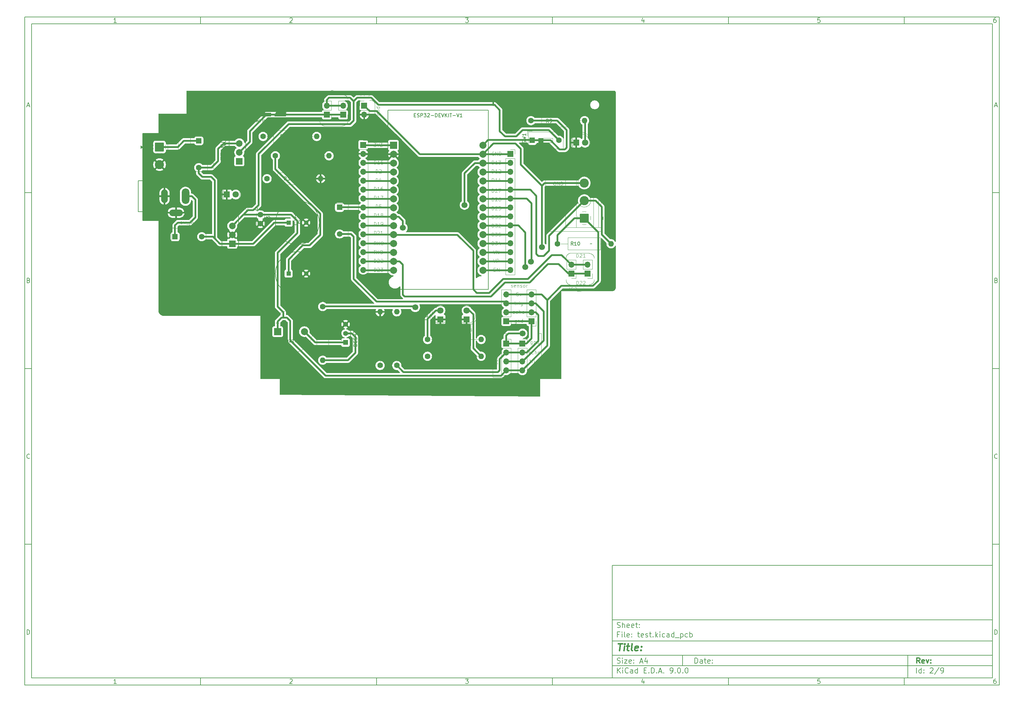
<source format=gbr>
%TF.GenerationSoftware,KiCad,Pcbnew,9.0.0*%
%TF.CreationDate,2025-04-04T13:57:26+02:00*%
%TF.ProjectId,test,74657374-2e6b-4696-9361-645f70636258,rev?*%
%TF.SameCoordinates,Original*%
%TF.FileFunction,Copper,L2,Bot*%
%TF.FilePolarity,Positive*%
%FSLAX46Y46*%
G04 Gerber Fmt 4.6, Leading zero omitted, Abs format (unit mm)*
G04 Created by KiCad (PCBNEW 9.0.0) date 2025-04-04 13:57:26*
%MOMM*%
%LPD*%
G01*
G04 APERTURE LIST*
G04 Aperture macros list*
%AMRoundRect*
0 Rectangle with rounded corners*
0 $1 Rounding radius*
0 $2 $3 $4 $5 $6 $7 $8 $9 X,Y pos of 4 corners*
0 Add a 4 corners polygon primitive as box body*
4,1,4,$2,$3,$4,$5,$6,$7,$8,$9,$2,$3,0*
0 Add four circle primitives for the rounded corners*
1,1,$1+$1,$2,$3*
1,1,$1+$1,$4,$5*
1,1,$1+$1,$6,$7*
1,1,$1+$1,$8,$9*
0 Add four rect primitives between the rounded corners*
20,1,$1+$1,$2,$3,$4,$5,0*
20,1,$1+$1,$4,$5,$6,$7,0*
20,1,$1+$1,$6,$7,$8,$9,0*
20,1,$1+$1,$8,$9,$2,$3,0*%
G04 Aperture macros list end*
%ADD10C,0.100000*%
%ADD11C,0.150000*%
%ADD12C,0.300000*%
%ADD13C,0.400000*%
%TA.AperFunction,ComponentPad*%
%ADD14R,1.700000X1.700000*%
%TD*%
%TA.AperFunction,ComponentPad*%
%ADD15O,1.700000X1.700000*%
%TD*%
%TA.AperFunction,ComponentPad*%
%ADD16C,1.600000*%
%TD*%
%TA.AperFunction,ComponentPad*%
%ADD17R,1.800000X1.800000*%
%TD*%
%TA.AperFunction,ComponentPad*%
%ADD18C,1.800000*%
%TD*%
%TA.AperFunction,ComponentPad*%
%ADD19R,1.860000X1.860000*%
%TD*%
%TA.AperFunction,ComponentPad*%
%ADD20C,1.860000*%
%TD*%
%TA.AperFunction,ComponentPad*%
%ADD21O,1.600000X1.600000*%
%TD*%
%TA.AperFunction,ComponentPad*%
%ADD22RoundRect,0.250000X-0.550000X0.550000X-0.550000X-0.550000X0.550000X-0.550000X0.550000X0.550000X0*%
%TD*%
%TA.AperFunction,ComponentPad*%
%ADD23RoundRect,0.250000X-1.050000X1.050000X-1.050000X-1.050000X1.050000X-1.050000X1.050000X1.050000X0*%
%TD*%
%TA.AperFunction,ComponentPad*%
%ADD24C,2.600000*%
%TD*%
%TA.AperFunction,ComponentPad*%
%ADD25R,1.280000X1.280000*%
%TD*%
%TA.AperFunction,ComponentPad*%
%ADD26C,1.280000*%
%TD*%
%TA.AperFunction,ComponentPad*%
%ADD27R,1.410000X1.410000*%
%TD*%
%TA.AperFunction,ComponentPad*%
%ADD28C,1.410000*%
%TD*%
%TA.AperFunction,ComponentPad*%
%ADD29R,2.000000X2.000000*%
%TD*%
%TA.AperFunction,ComponentPad*%
%ADD30C,2.000000*%
%TD*%
%TA.AperFunction,ComponentPad*%
%ADD31O,2.200000X4.400000*%
%TD*%
%TA.AperFunction,ComponentPad*%
%ADD32O,1.900000X3.800000*%
%TD*%
%TA.AperFunction,ComponentPad*%
%ADD33O,3.800000X1.900000*%
%TD*%
%TA.AperFunction,ComponentPad*%
%ADD34RoundRect,0.250000X-0.550000X-0.550000X0.550000X-0.550000X0.550000X0.550000X-0.550000X0.550000X0*%
%TD*%
%TA.AperFunction,ComponentPad*%
%ADD35RoundRect,0.250000X1.050000X-1.050000X1.050000X1.050000X-1.050000X1.050000X-1.050000X-1.050000X0*%
%TD*%
%TA.AperFunction,ViaPad*%
%ADD36C,1.700000*%
%TD*%
%TA.AperFunction,Conductor*%
%ADD37C,0.500000*%
%TD*%
%ADD38C,0.125000*%
%ADD39C,0.120000*%
%ADD40C,0.152400*%
%ADD41C,0.200000*%
%ADD42C,0.127000*%
%ADD43C,0.000000*%
G04 APERTURE END LIST*
D10*
D11*
X177002200Y-166007200D02*
X285002200Y-166007200D01*
X285002200Y-198007200D01*
X177002200Y-198007200D01*
X177002200Y-166007200D01*
D10*
D11*
X10000000Y-10000000D02*
X287002200Y-10000000D01*
X287002200Y-200007200D01*
X10000000Y-200007200D01*
X10000000Y-10000000D01*
D10*
D11*
X12000000Y-12000000D02*
X285002200Y-12000000D01*
X285002200Y-198007200D01*
X12000000Y-198007200D01*
X12000000Y-12000000D01*
D10*
D11*
X60000000Y-12000000D02*
X60000000Y-10000000D01*
D10*
D11*
X110000000Y-12000000D02*
X110000000Y-10000000D01*
D10*
D11*
X160000000Y-12000000D02*
X160000000Y-10000000D01*
D10*
D11*
X210000000Y-12000000D02*
X210000000Y-10000000D01*
D10*
D11*
X260000000Y-12000000D02*
X260000000Y-10000000D01*
D10*
D11*
X36089160Y-11593604D02*
X35346303Y-11593604D01*
X35717731Y-11593604D02*
X35717731Y-10293604D01*
X35717731Y-10293604D02*
X35593922Y-10479319D01*
X35593922Y-10479319D02*
X35470112Y-10603128D01*
X35470112Y-10603128D02*
X35346303Y-10665033D01*
D10*
D11*
X85346303Y-10417414D02*
X85408207Y-10355509D01*
X85408207Y-10355509D02*
X85532017Y-10293604D01*
X85532017Y-10293604D02*
X85841541Y-10293604D01*
X85841541Y-10293604D02*
X85965350Y-10355509D01*
X85965350Y-10355509D02*
X86027255Y-10417414D01*
X86027255Y-10417414D02*
X86089160Y-10541223D01*
X86089160Y-10541223D02*
X86089160Y-10665033D01*
X86089160Y-10665033D02*
X86027255Y-10850747D01*
X86027255Y-10850747D02*
X85284398Y-11593604D01*
X85284398Y-11593604D02*
X86089160Y-11593604D01*
D10*
D11*
X135284398Y-10293604D02*
X136089160Y-10293604D01*
X136089160Y-10293604D02*
X135655826Y-10788842D01*
X135655826Y-10788842D02*
X135841541Y-10788842D01*
X135841541Y-10788842D02*
X135965350Y-10850747D01*
X135965350Y-10850747D02*
X136027255Y-10912652D01*
X136027255Y-10912652D02*
X136089160Y-11036461D01*
X136089160Y-11036461D02*
X136089160Y-11345985D01*
X136089160Y-11345985D02*
X136027255Y-11469795D01*
X136027255Y-11469795D02*
X135965350Y-11531700D01*
X135965350Y-11531700D02*
X135841541Y-11593604D01*
X135841541Y-11593604D02*
X135470112Y-11593604D01*
X135470112Y-11593604D02*
X135346303Y-11531700D01*
X135346303Y-11531700D02*
X135284398Y-11469795D01*
D10*
D11*
X185965350Y-10726938D02*
X185965350Y-11593604D01*
X185655826Y-10231700D02*
X185346303Y-11160271D01*
X185346303Y-11160271D02*
X186151064Y-11160271D01*
D10*
D11*
X236027255Y-10293604D02*
X235408207Y-10293604D01*
X235408207Y-10293604D02*
X235346303Y-10912652D01*
X235346303Y-10912652D02*
X235408207Y-10850747D01*
X235408207Y-10850747D02*
X235532017Y-10788842D01*
X235532017Y-10788842D02*
X235841541Y-10788842D01*
X235841541Y-10788842D02*
X235965350Y-10850747D01*
X235965350Y-10850747D02*
X236027255Y-10912652D01*
X236027255Y-10912652D02*
X236089160Y-11036461D01*
X236089160Y-11036461D02*
X236089160Y-11345985D01*
X236089160Y-11345985D02*
X236027255Y-11469795D01*
X236027255Y-11469795D02*
X235965350Y-11531700D01*
X235965350Y-11531700D02*
X235841541Y-11593604D01*
X235841541Y-11593604D02*
X235532017Y-11593604D01*
X235532017Y-11593604D02*
X235408207Y-11531700D01*
X235408207Y-11531700D02*
X235346303Y-11469795D01*
D10*
D11*
X285965350Y-10293604D02*
X285717731Y-10293604D01*
X285717731Y-10293604D02*
X285593922Y-10355509D01*
X285593922Y-10355509D02*
X285532017Y-10417414D01*
X285532017Y-10417414D02*
X285408207Y-10603128D01*
X285408207Y-10603128D02*
X285346303Y-10850747D01*
X285346303Y-10850747D02*
X285346303Y-11345985D01*
X285346303Y-11345985D02*
X285408207Y-11469795D01*
X285408207Y-11469795D02*
X285470112Y-11531700D01*
X285470112Y-11531700D02*
X285593922Y-11593604D01*
X285593922Y-11593604D02*
X285841541Y-11593604D01*
X285841541Y-11593604D02*
X285965350Y-11531700D01*
X285965350Y-11531700D02*
X286027255Y-11469795D01*
X286027255Y-11469795D02*
X286089160Y-11345985D01*
X286089160Y-11345985D02*
X286089160Y-11036461D01*
X286089160Y-11036461D02*
X286027255Y-10912652D01*
X286027255Y-10912652D02*
X285965350Y-10850747D01*
X285965350Y-10850747D02*
X285841541Y-10788842D01*
X285841541Y-10788842D02*
X285593922Y-10788842D01*
X285593922Y-10788842D02*
X285470112Y-10850747D01*
X285470112Y-10850747D02*
X285408207Y-10912652D01*
X285408207Y-10912652D02*
X285346303Y-11036461D01*
D10*
D11*
X60000000Y-198007200D02*
X60000000Y-200007200D01*
D10*
D11*
X110000000Y-198007200D02*
X110000000Y-200007200D01*
D10*
D11*
X160000000Y-198007200D02*
X160000000Y-200007200D01*
D10*
D11*
X210000000Y-198007200D02*
X210000000Y-200007200D01*
D10*
D11*
X260000000Y-198007200D02*
X260000000Y-200007200D01*
D10*
D11*
X36089160Y-199600804D02*
X35346303Y-199600804D01*
X35717731Y-199600804D02*
X35717731Y-198300804D01*
X35717731Y-198300804D02*
X35593922Y-198486519D01*
X35593922Y-198486519D02*
X35470112Y-198610328D01*
X35470112Y-198610328D02*
X35346303Y-198672233D01*
D10*
D11*
X85346303Y-198424614D02*
X85408207Y-198362709D01*
X85408207Y-198362709D02*
X85532017Y-198300804D01*
X85532017Y-198300804D02*
X85841541Y-198300804D01*
X85841541Y-198300804D02*
X85965350Y-198362709D01*
X85965350Y-198362709D02*
X86027255Y-198424614D01*
X86027255Y-198424614D02*
X86089160Y-198548423D01*
X86089160Y-198548423D02*
X86089160Y-198672233D01*
X86089160Y-198672233D02*
X86027255Y-198857947D01*
X86027255Y-198857947D02*
X85284398Y-199600804D01*
X85284398Y-199600804D02*
X86089160Y-199600804D01*
D10*
D11*
X135284398Y-198300804D02*
X136089160Y-198300804D01*
X136089160Y-198300804D02*
X135655826Y-198796042D01*
X135655826Y-198796042D02*
X135841541Y-198796042D01*
X135841541Y-198796042D02*
X135965350Y-198857947D01*
X135965350Y-198857947D02*
X136027255Y-198919852D01*
X136027255Y-198919852D02*
X136089160Y-199043661D01*
X136089160Y-199043661D02*
X136089160Y-199353185D01*
X136089160Y-199353185D02*
X136027255Y-199476995D01*
X136027255Y-199476995D02*
X135965350Y-199538900D01*
X135965350Y-199538900D02*
X135841541Y-199600804D01*
X135841541Y-199600804D02*
X135470112Y-199600804D01*
X135470112Y-199600804D02*
X135346303Y-199538900D01*
X135346303Y-199538900D02*
X135284398Y-199476995D01*
D10*
D11*
X185965350Y-198734138D02*
X185965350Y-199600804D01*
X185655826Y-198238900D02*
X185346303Y-199167471D01*
X185346303Y-199167471D02*
X186151064Y-199167471D01*
D10*
D11*
X236027255Y-198300804D02*
X235408207Y-198300804D01*
X235408207Y-198300804D02*
X235346303Y-198919852D01*
X235346303Y-198919852D02*
X235408207Y-198857947D01*
X235408207Y-198857947D02*
X235532017Y-198796042D01*
X235532017Y-198796042D02*
X235841541Y-198796042D01*
X235841541Y-198796042D02*
X235965350Y-198857947D01*
X235965350Y-198857947D02*
X236027255Y-198919852D01*
X236027255Y-198919852D02*
X236089160Y-199043661D01*
X236089160Y-199043661D02*
X236089160Y-199353185D01*
X236089160Y-199353185D02*
X236027255Y-199476995D01*
X236027255Y-199476995D02*
X235965350Y-199538900D01*
X235965350Y-199538900D02*
X235841541Y-199600804D01*
X235841541Y-199600804D02*
X235532017Y-199600804D01*
X235532017Y-199600804D02*
X235408207Y-199538900D01*
X235408207Y-199538900D02*
X235346303Y-199476995D01*
D10*
D11*
X285965350Y-198300804D02*
X285717731Y-198300804D01*
X285717731Y-198300804D02*
X285593922Y-198362709D01*
X285593922Y-198362709D02*
X285532017Y-198424614D01*
X285532017Y-198424614D02*
X285408207Y-198610328D01*
X285408207Y-198610328D02*
X285346303Y-198857947D01*
X285346303Y-198857947D02*
X285346303Y-199353185D01*
X285346303Y-199353185D02*
X285408207Y-199476995D01*
X285408207Y-199476995D02*
X285470112Y-199538900D01*
X285470112Y-199538900D02*
X285593922Y-199600804D01*
X285593922Y-199600804D02*
X285841541Y-199600804D01*
X285841541Y-199600804D02*
X285965350Y-199538900D01*
X285965350Y-199538900D02*
X286027255Y-199476995D01*
X286027255Y-199476995D02*
X286089160Y-199353185D01*
X286089160Y-199353185D02*
X286089160Y-199043661D01*
X286089160Y-199043661D02*
X286027255Y-198919852D01*
X286027255Y-198919852D02*
X285965350Y-198857947D01*
X285965350Y-198857947D02*
X285841541Y-198796042D01*
X285841541Y-198796042D02*
X285593922Y-198796042D01*
X285593922Y-198796042D02*
X285470112Y-198857947D01*
X285470112Y-198857947D02*
X285408207Y-198919852D01*
X285408207Y-198919852D02*
X285346303Y-199043661D01*
D10*
D11*
X10000000Y-60000000D02*
X12000000Y-60000000D01*
D10*
D11*
X10000000Y-110000000D02*
X12000000Y-110000000D01*
D10*
D11*
X10000000Y-160000000D02*
X12000000Y-160000000D01*
D10*
D11*
X10690476Y-35222176D02*
X11309523Y-35222176D01*
X10566666Y-35593604D02*
X10999999Y-34293604D01*
X10999999Y-34293604D02*
X11433333Y-35593604D01*
D10*
D11*
X11092857Y-84912652D02*
X11278571Y-84974557D01*
X11278571Y-84974557D02*
X11340476Y-85036461D01*
X11340476Y-85036461D02*
X11402380Y-85160271D01*
X11402380Y-85160271D02*
X11402380Y-85345985D01*
X11402380Y-85345985D02*
X11340476Y-85469795D01*
X11340476Y-85469795D02*
X11278571Y-85531700D01*
X11278571Y-85531700D02*
X11154761Y-85593604D01*
X11154761Y-85593604D02*
X10659523Y-85593604D01*
X10659523Y-85593604D02*
X10659523Y-84293604D01*
X10659523Y-84293604D02*
X11092857Y-84293604D01*
X11092857Y-84293604D02*
X11216666Y-84355509D01*
X11216666Y-84355509D02*
X11278571Y-84417414D01*
X11278571Y-84417414D02*
X11340476Y-84541223D01*
X11340476Y-84541223D02*
X11340476Y-84665033D01*
X11340476Y-84665033D02*
X11278571Y-84788842D01*
X11278571Y-84788842D02*
X11216666Y-84850747D01*
X11216666Y-84850747D02*
X11092857Y-84912652D01*
X11092857Y-84912652D02*
X10659523Y-84912652D01*
D10*
D11*
X11402380Y-135469795D02*
X11340476Y-135531700D01*
X11340476Y-135531700D02*
X11154761Y-135593604D01*
X11154761Y-135593604D02*
X11030952Y-135593604D01*
X11030952Y-135593604D02*
X10845238Y-135531700D01*
X10845238Y-135531700D02*
X10721428Y-135407890D01*
X10721428Y-135407890D02*
X10659523Y-135284080D01*
X10659523Y-135284080D02*
X10597619Y-135036461D01*
X10597619Y-135036461D02*
X10597619Y-134850747D01*
X10597619Y-134850747D02*
X10659523Y-134603128D01*
X10659523Y-134603128D02*
X10721428Y-134479319D01*
X10721428Y-134479319D02*
X10845238Y-134355509D01*
X10845238Y-134355509D02*
X11030952Y-134293604D01*
X11030952Y-134293604D02*
X11154761Y-134293604D01*
X11154761Y-134293604D02*
X11340476Y-134355509D01*
X11340476Y-134355509D02*
X11402380Y-134417414D01*
D10*
D11*
X10659523Y-185593604D02*
X10659523Y-184293604D01*
X10659523Y-184293604D02*
X10969047Y-184293604D01*
X10969047Y-184293604D02*
X11154761Y-184355509D01*
X11154761Y-184355509D02*
X11278571Y-184479319D01*
X11278571Y-184479319D02*
X11340476Y-184603128D01*
X11340476Y-184603128D02*
X11402380Y-184850747D01*
X11402380Y-184850747D02*
X11402380Y-185036461D01*
X11402380Y-185036461D02*
X11340476Y-185284080D01*
X11340476Y-185284080D02*
X11278571Y-185407890D01*
X11278571Y-185407890D02*
X11154761Y-185531700D01*
X11154761Y-185531700D02*
X10969047Y-185593604D01*
X10969047Y-185593604D02*
X10659523Y-185593604D01*
D10*
D11*
X287002200Y-60000000D02*
X285002200Y-60000000D01*
D10*
D11*
X287002200Y-110000000D02*
X285002200Y-110000000D01*
D10*
D11*
X287002200Y-160000000D02*
X285002200Y-160000000D01*
D10*
D11*
X285692676Y-35222176D02*
X286311723Y-35222176D01*
X285568866Y-35593604D02*
X286002199Y-34293604D01*
X286002199Y-34293604D02*
X286435533Y-35593604D01*
D10*
D11*
X286095057Y-84912652D02*
X286280771Y-84974557D01*
X286280771Y-84974557D02*
X286342676Y-85036461D01*
X286342676Y-85036461D02*
X286404580Y-85160271D01*
X286404580Y-85160271D02*
X286404580Y-85345985D01*
X286404580Y-85345985D02*
X286342676Y-85469795D01*
X286342676Y-85469795D02*
X286280771Y-85531700D01*
X286280771Y-85531700D02*
X286156961Y-85593604D01*
X286156961Y-85593604D02*
X285661723Y-85593604D01*
X285661723Y-85593604D02*
X285661723Y-84293604D01*
X285661723Y-84293604D02*
X286095057Y-84293604D01*
X286095057Y-84293604D02*
X286218866Y-84355509D01*
X286218866Y-84355509D02*
X286280771Y-84417414D01*
X286280771Y-84417414D02*
X286342676Y-84541223D01*
X286342676Y-84541223D02*
X286342676Y-84665033D01*
X286342676Y-84665033D02*
X286280771Y-84788842D01*
X286280771Y-84788842D02*
X286218866Y-84850747D01*
X286218866Y-84850747D02*
X286095057Y-84912652D01*
X286095057Y-84912652D02*
X285661723Y-84912652D01*
D10*
D11*
X286404580Y-135469795D02*
X286342676Y-135531700D01*
X286342676Y-135531700D02*
X286156961Y-135593604D01*
X286156961Y-135593604D02*
X286033152Y-135593604D01*
X286033152Y-135593604D02*
X285847438Y-135531700D01*
X285847438Y-135531700D02*
X285723628Y-135407890D01*
X285723628Y-135407890D02*
X285661723Y-135284080D01*
X285661723Y-135284080D02*
X285599819Y-135036461D01*
X285599819Y-135036461D02*
X285599819Y-134850747D01*
X285599819Y-134850747D02*
X285661723Y-134603128D01*
X285661723Y-134603128D02*
X285723628Y-134479319D01*
X285723628Y-134479319D02*
X285847438Y-134355509D01*
X285847438Y-134355509D02*
X286033152Y-134293604D01*
X286033152Y-134293604D02*
X286156961Y-134293604D01*
X286156961Y-134293604D02*
X286342676Y-134355509D01*
X286342676Y-134355509D02*
X286404580Y-134417414D01*
D10*
D11*
X285661723Y-185593604D02*
X285661723Y-184293604D01*
X285661723Y-184293604D02*
X285971247Y-184293604D01*
X285971247Y-184293604D02*
X286156961Y-184355509D01*
X286156961Y-184355509D02*
X286280771Y-184479319D01*
X286280771Y-184479319D02*
X286342676Y-184603128D01*
X286342676Y-184603128D02*
X286404580Y-184850747D01*
X286404580Y-184850747D02*
X286404580Y-185036461D01*
X286404580Y-185036461D02*
X286342676Y-185284080D01*
X286342676Y-185284080D02*
X286280771Y-185407890D01*
X286280771Y-185407890D02*
X286156961Y-185531700D01*
X286156961Y-185531700D02*
X285971247Y-185593604D01*
X285971247Y-185593604D02*
X285661723Y-185593604D01*
D10*
D11*
X200458026Y-193793328D02*
X200458026Y-192293328D01*
X200458026Y-192293328D02*
X200815169Y-192293328D01*
X200815169Y-192293328D02*
X201029455Y-192364757D01*
X201029455Y-192364757D02*
X201172312Y-192507614D01*
X201172312Y-192507614D02*
X201243741Y-192650471D01*
X201243741Y-192650471D02*
X201315169Y-192936185D01*
X201315169Y-192936185D02*
X201315169Y-193150471D01*
X201315169Y-193150471D02*
X201243741Y-193436185D01*
X201243741Y-193436185D02*
X201172312Y-193579042D01*
X201172312Y-193579042D02*
X201029455Y-193721900D01*
X201029455Y-193721900D02*
X200815169Y-193793328D01*
X200815169Y-193793328D02*
X200458026Y-193793328D01*
X202600884Y-193793328D02*
X202600884Y-193007614D01*
X202600884Y-193007614D02*
X202529455Y-192864757D01*
X202529455Y-192864757D02*
X202386598Y-192793328D01*
X202386598Y-192793328D02*
X202100884Y-192793328D01*
X202100884Y-192793328D02*
X201958026Y-192864757D01*
X202600884Y-193721900D02*
X202458026Y-193793328D01*
X202458026Y-193793328D02*
X202100884Y-193793328D01*
X202100884Y-193793328D02*
X201958026Y-193721900D01*
X201958026Y-193721900D02*
X201886598Y-193579042D01*
X201886598Y-193579042D02*
X201886598Y-193436185D01*
X201886598Y-193436185D02*
X201958026Y-193293328D01*
X201958026Y-193293328D02*
X202100884Y-193221900D01*
X202100884Y-193221900D02*
X202458026Y-193221900D01*
X202458026Y-193221900D02*
X202600884Y-193150471D01*
X203100884Y-192793328D02*
X203672312Y-192793328D01*
X203315169Y-192293328D02*
X203315169Y-193579042D01*
X203315169Y-193579042D02*
X203386598Y-193721900D01*
X203386598Y-193721900D02*
X203529455Y-193793328D01*
X203529455Y-193793328D02*
X203672312Y-193793328D01*
X204743741Y-193721900D02*
X204600884Y-193793328D01*
X204600884Y-193793328D02*
X204315170Y-193793328D01*
X204315170Y-193793328D02*
X204172312Y-193721900D01*
X204172312Y-193721900D02*
X204100884Y-193579042D01*
X204100884Y-193579042D02*
X204100884Y-193007614D01*
X204100884Y-193007614D02*
X204172312Y-192864757D01*
X204172312Y-192864757D02*
X204315170Y-192793328D01*
X204315170Y-192793328D02*
X204600884Y-192793328D01*
X204600884Y-192793328D02*
X204743741Y-192864757D01*
X204743741Y-192864757D02*
X204815170Y-193007614D01*
X204815170Y-193007614D02*
X204815170Y-193150471D01*
X204815170Y-193150471D02*
X204100884Y-193293328D01*
X205458026Y-193650471D02*
X205529455Y-193721900D01*
X205529455Y-193721900D02*
X205458026Y-193793328D01*
X205458026Y-193793328D02*
X205386598Y-193721900D01*
X205386598Y-193721900D02*
X205458026Y-193650471D01*
X205458026Y-193650471D02*
X205458026Y-193793328D01*
X205458026Y-192864757D02*
X205529455Y-192936185D01*
X205529455Y-192936185D02*
X205458026Y-193007614D01*
X205458026Y-193007614D02*
X205386598Y-192936185D01*
X205386598Y-192936185D02*
X205458026Y-192864757D01*
X205458026Y-192864757D02*
X205458026Y-193007614D01*
D10*
D11*
X177002200Y-194507200D02*
X285002200Y-194507200D01*
D10*
D11*
X178458026Y-196593328D02*
X178458026Y-195093328D01*
X179315169Y-196593328D02*
X178672312Y-195736185D01*
X179315169Y-195093328D02*
X178458026Y-195950471D01*
X179958026Y-196593328D02*
X179958026Y-195593328D01*
X179958026Y-195093328D02*
X179886598Y-195164757D01*
X179886598Y-195164757D02*
X179958026Y-195236185D01*
X179958026Y-195236185D02*
X180029455Y-195164757D01*
X180029455Y-195164757D02*
X179958026Y-195093328D01*
X179958026Y-195093328D02*
X179958026Y-195236185D01*
X181529455Y-196450471D02*
X181458027Y-196521900D01*
X181458027Y-196521900D02*
X181243741Y-196593328D01*
X181243741Y-196593328D02*
X181100884Y-196593328D01*
X181100884Y-196593328D02*
X180886598Y-196521900D01*
X180886598Y-196521900D02*
X180743741Y-196379042D01*
X180743741Y-196379042D02*
X180672312Y-196236185D01*
X180672312Y-196236185D02*
X180600884Y-195950471D01*
X180600884Y-195950471D02*
X180600884Y-195736185D01*
X180600884Y-195736185D02*
X180672312Y-195450471D01*
X180672312Y-195450471D02*
X180743741Y-195307614D01*
X180743741Y-195307614D02*
X180886598Y-195164757D01*
X180886598Y-195164757D02*
X181100884Y-195093328D01*
X181100884Y-195093328D02*
X181243741Y-195093328D01*
X181243741Y-195093328D02*
X181458027Y-195164757D01*
X181458027Y-195164757D02*
X181529455Y-195236185D01*
X182815170Y-196593328D02*
X182815170Y-195807614D01*
X182815170Y-195807614D02*
X182743741Y-195664757D01*
X182743741Y-195664757D02*
X182600884Y-195593328D01*
X182600884Y-195593328D02*
X182315170Y-195593328D01*
X182315170Y-195593328D02*
X182172312Y-195664757D01*
X182815170Y-196521900D02*
X182672312Y-196593328D01*
X182672312Y-196593328D02*
X182315170Y-196593328D01*
X182315170Y-196593328D02*
X182172312Y-196521900D01*
X182172312Y-196521900D02*
X182100884Y-196379042D01*
X182100884Y-196379042D02*
X182100884Y-196236185D01*
X182100884Y-196236185D02*
X182172312Y-196093328D01*
X182172312Y-196093328D02*
X182315170Y-196021900D01*
X182315170Y-196021900D02*
X182672312Y-196021900D01*
X182672312Y-196021900D02*
X182815170Y-195950471D01*
X184172313Y-196593328D02*
X184172313Y-195093328D01*
X184172313Y-196521900D02*
X184029455Y-196593328D01*
X184029455Y-196593328D02*
X183743741Y-196593328D01*
X183743741Y-196593328D02*
X183600884Y-196521900D01*
X183600884Y-196521900D02*
X183529455Y-196450471D01*
X183529455Y-196450471D02*
X183458027Y-196307614D01*
X183458027Y-196307614D02*
X183458027Y-195879042D01*
X183458027Y-195879042D02*
X183529455Y-195736185D01*
X183529455Y-195736185D02*
X183600884Y-195664757D01*
X183600884Y-195664757D02*
X183743741Y-195593328D01*
X183743741Y-195593328D02*
X184029455Y-195593328D01*
X184029455Y-195593328D02*
X184172313Y-195664757D01*
X186029455Y-195807614D02*
X186529455Y-195807614D01*
X186743741Y-196593328D02*
X186029455Y-196593328D01*
X186029455Y-196593328D02*
X186029455Y-195093328D01*
X186029455Y-195093328D02*
X186743741Y-195093328D01*
X187386598Y-196450471D02*
X187458027Y-196521900D01*
X187458027Y-196521900D02*
X187386598Y-196593328D01*
X187386598Y-196593328D02*
X187315170Y-196521900D01*
X187315170Y-196521900D02*
X187386598Y-196450471D01*
X187386598Y-196450471D02*
X187386598Y-196593328D01*
X188100884Y-196593328D02*
X188100884Y-195093328D01*
X188100884Y-195093328D02*
X188458027Y-195093328D01*
X188458027Y-195093328D02*
X188672313Y-195164757D01*
X188672313Y-195164757D02*
X188815170Y-195307614D01*
X188815170Y-195307614D02*
X188886599Y-195450471D01*
X188886599Y-195450471D02*
X188958027Y-195736185D01*
X188958027Y-195736185D02*
X188958027Y-195950471D01*
X188958027Y-195950471D02*
X188886599Y-196236185D01*
X188886599Y-196236185D02*
X188815170Y-196379042D01*
X188815170Y-196379042D02*
X188672313Y-196521900D01*
X188672313Y-196521900D02*
X188458027Y-196593328D01*
X188458027Y-196593328D02*
X188100884Y-196593328D01*
X189600884Y-196450471D02*
X189672313Y-196521900D01*
X189672313Y-196521900D02*
X189600884Y-196593328D01*
X189600884Y-196593328D02*
X189529456Y-196521900D01*
X189529456Y-196521900D02*
X189600884Y-196450471D01*
X189600884Y-196450471D02*
X189600884Y-196593328D01*
X190243742Y-196164757D02*
X190958028Y-196164757D01*
X190100885Y-196593328D02*
X190600885Y-195093328D01*
X190600885Y-195093328D02*
X191100885Y-196593328D01*
X191600884Y-196450471D02*
X191672313Y-196521900D01*
X191672313Y-196521900D02*
X191600884Y-196593328D01*
X191600884Y-196593328D02*
X191529456Y-196521900D01*
X191529456Y-196521900D02*
X191600884Y-196450471D01*
X191600884Y-196450471D02*
X191600884Y-196593328D01*
X193529456Y-196593328D02*
X193815170Y-196593328D01*
X193815170Y-196593328D02*
X193958027Y-196521900D01*
X193958027Y-196521900D02*
X194029456Y-196450471D01*
X194029456Y-196450471D02*
X194172313Y-196236185D01*
X194172313Y-196236185D02*
X194243742Y-195950471D01*
X194243742Y-195950471D02*
X194243742Y-195379042D01*
X194243742Y-195379042D02*
X194172313Y-195236185D01*
X194172313Y-195236185D02*
X194100885Y-195164757D01*
X194100885Y-195164757D02*
X193958027Y-195093328D01*
X193958027Y-195093328D02*
X193672313Y-195093328D01*
X193672313Y-195093328D02*
X193529456Y-195164757D01*
X193529456Y-195164757D02*
X193458027Y-195236185D01*
X193458027Y-195236185D02*
X193386599Y-195379042D01*
X193386599Y-195379042D02*
X193386599Y-195736185D01*
X193386599Y-195736185D02*
X193458027Y-195879042D01*
X193458027Y-195879042D02*
X193529456Y-195950471D01*
X193529456Y-195950471D02*
X193672313Y-196021900D01*
X193672313Y-196021900D02*
X193958027Y-196021900D01*
X193958027Y-196021900D02*
X194100885Y-195950471D01*
X194100885Y-195950471D02*
X194172313Y-195879042D01*
X194172313Y-195879042D02*
X194243742Y-195736185D01*
X194886598Y-196450471D02*
X194958027Y-196521900D01*
X194958027Y-196521900D02*
X194886598Y-196593328D01*
X194886598Y-196593328D02*
X194815170Y-196521900D01*
X194815170Y-196521900D02*
X194886598Y-196450471D01*
X194886598Y-196450471D02*
X194886598Y-196593328D01*
X195886599Y-195093328D02*
X196029456Y-195093328D01*
X196029456Y-195093328D02*
X196172313Y-195164757D01*
X196172313Y-195164757D02*
X196243742Y-195236185D01*
X196243742Y-195236185D02*
X196315170Y-195379042D01*
X196315170Y-195379042D02*
X196386599Y-195664757D01*
X196386599Y-195664757D02*
X196386599Y-196021900D01*
X196386599Y-196021900D02*
X196315170Y-196307614D01*
X196315170Y-196307614D02*
X196243742Y-196450471D01*
X196243742Y-196450471D02*
X196172313Y-196521900D01*
X196172313Y-196521900D02*
X196029456Y-196593328D01*
X196029456Y-196593328D02*
X195886599Y-196593328D01*
X195886599Y-196593328D02*
X195743742Y-196521900D01*
X195743742Y-196521900D02*
X195672313Y-196450471D01*
X195672313Y-196450471D02*
X195600884Y-196307614D01*
X195600884Y-196307614D02*
X195529456Y-196021900D01*
X195529456Y-196021900D02*
X195529456Y-195664757D01*
X195529456Y-195664757D02*
X195600884Y-195379042D01*
X195600884Y-195379042D02*
X195672313Y-195236185D01*
X195672313Y-195236185D02*
X195743742Y-195164757D01*
X195743742Y-195164757D02*
X195886599Y-195093328D01*
X197029455Y-196450471D02*
X197100884Y-196521900D01*
X197100884Y-196521900D02*
X197029455Y-196593328D01*
X197029455Y-196593328D02*
X196958027Y-196521900D01*
X196958027Y-196521900D02*
X197029455Y-196450471D01*
X197029455Y-196450471D02*
X197029455Y-196593328D01*
X198029456Y-195093328D02*
X198172313Y-195093328D01*
X198172313Y-195093328D02*
X198315170Y-195164757D01*
X198315170Y-195164757D02*
X198386599Y-195236185D01*
X198386599Y-195236185D02*
X198458027Y-195379042D01*
X198458027Y-195379042D02*
X198529456Y-195664757D01*
X198529456Y-195664757D02*
X198529456Y-196021900D01*
X198529456Y-196021900D02*
X198458027Y-196307614D01*
X198458027Y-196307614D02*
X198386599Y-196450471D01*
X198386599Y-196450471D02*
X198315170Y-196521900D01*
X198315170Y-196521900D02*
X198172313Y-196593328D01*
X198172313Y-196593328D02*
X198029456Y-196593328D01*
X198029456Y-196593328D02*
X197886599Y-196521900D01*
X197886599Y-196521900D02*
X197815170Y-196450471D01*
X197815170Y-196450471D02*
X197743741Y-196307614D01*
X197743741Y-196307614D02*
X197672313Y-196021900D01*
X197672313Y-196021900D02*
X197672313Y-195664757D01*
X197672313Y-195664757D02*
X197743741Y-195379042D01*
X197743741Y-195379042D02*
X197815170Y-195236185D01*
X197815170Y-195236185D02*
X197886599Y-195164757D01*
X197886599Y-195164757D02*
X198029456Y-195093328D01*
D10*
D11*
X177002200Y-191507200D02*
X285002200Y-191507200D01*
D10*
D12*
X264413853Y-193785528D02*
X263913853Y-193071242D01*
X263556710Y-193785528D02*
X263556710Y-192285528D01*
X263556710Y-192285528D02*
X264128139Y-192285528D01*
X264128139Y-192285528D02*
X264270996Y-192356957D01*
X264270996Y-192356957D02*
X264342425Y-192428385D01*
X264342425Y-192428385D02*
X264413853Y-192571242D01*
X264413853Y-192571242D02*
X264413853Y-192785528D01*
X264413853Y-192785528D02*
X264342425Y-192928385D01*
X264342425Y-192928385D02*
X264270996Y-192999814D01*
X264270996Y-192999814D02*
X264128139Y-193071242D01*
X264128139Y-193071242D02*
X263556710Y-193071242D01*
X265628139Y-193714100D02*
X265485282Y-193785528D01*
X265485282Y-193785528D02*
X265199568Y-193785528D01*
X265199568Y-193785528D02*
X265056710Y-193714100D01*
X265056710Y-193714100D02*
X264985282Y-193571242D01*
X264985282Y-193571242D02*
X264985282Y-192999814D01*
X264985282Y-192999814D02*
X265056710Y-192856957D01*
X265056710Y-192856957D02*
X265199568Y-192785528D01*
X265199568Y-192785528D02*
X265485282Y-192785528D01*
X265485282Y-192785528D02*
X265628139Y-192856957D01*
X265628139Y-192856957D02*
X265699568Y-192999814D01*
X265699568Y-192999814D02*
X265699568Y-193142671D01*
X265699568Y-193142671D02*
X264985282Y-193285528D01*
X266199567Y-192785528D02*
X266556710Y-193785528D01*
X266556710Y-193785528D02*
X266913853Y-192785528D01*
X267485281Y-193642671D02*
X267556710Y-193714100D01*
X267556710Y-193714100D02*
X267485281Y-193785528D01*
X267485281Y-193785528D02*
X267413853Y-193714100D01*
X267413853Y-193714100D02*
X267485281Y-193642671D01*
X267485281Y-193642671D02*
X267485281Y-193785528D01*
X267485281Y-192856957D02*
X267556710Y-192928385D01*
X267556710Y-192928385D02*
X267485281Y-192999814D01*
X267485281Y-192999814D02*
X267413853Y-192928385D01*
X267413853Y-192928385D02*
X267485281Y-192856957D01*
X267485281Y-192856957D02*
X267485281Y-192999814D01*
D10*
D11*
X178386598Y-193721900D02*
X178600884Y-193793328D01*
X178600884Y-193793328D02*
X178958026Y-193793328D01*
X178958026Y-193793328D02*
X179100884Y-193721900D01*
X179100884Y-193721900D02*
X179172312Y-193650471D01*
X179172312Y-193650471D02*
X179243741Y-193507614D01*
X179243741Y-193507614D02*
X179243741Y-193364757D01*
X179243741Y-193364757D02*
X179172312Y-193221900D01*
X179172312Y-193221900D02*
X179100884Y-193150471D01*
X179100884Y-193150471D02*
X178958026Y-193079042D01*
X178958026Y-193079042D02*
X178672312Y-193007614D01*
X178672312Y-193007614D02*
X178529455Y-192936185D01*
X178529455Y-192936185D02*
X178458026Y-192864757D01*
X178458026Y-192864757D02*
X178386598Y-192721900D01*
X178386598Y-192721900D02*
X178386598Y-192579042D01*
X178386598Y-192579042D02*
X178458026Y-192436185D01*
X178458026Y-192436185D02*
X178529455Y-192364757D01*
X178529455Y-192364757D02*
X178672312Y-192293328D01*
X178672312Y-192293328D02*
X179029455Y-192293328D01*
X179029455Y-192293328D02*
X179243741Y-192364757D01*
X179886597Y-193793328D02*
X179886597Y-192793328D01*
X179886597Y-192293328D02*
X179815169Y-192364757D01*
X179815169Y-192364757D02*
X179886597Y-192436185D01*
X179886597Y-192436185D02*
X179958026Y-192364757D01*
X179958026Y-192364757D02*
X179886597Y-192293328D01*
X179886597Y-192293328D02*
X179886597Y-192436185D01*
X180458026Y-192793328D02*
X181243741Y-192793328D01*
X181243741Y-192793328D02*
X180458026Y-193793328D01*
X180458026Y-193793328D02*
X181243741Y-193793328D01*
X182386598Y-193721900D02*
X182243741Y-193793328D01*
X182243741Y-193793328D02*
X181958027Y-193793328D01*
X181958027Y-193793328D02*
X181815169Y-193721900D01*
X181815169Y-193721900D02*
X181743741Y-193579042D01*
X181743741Y-193579042D02*
X181743741Y-193007614D01*
X181743741Y-193007614D02*
X181815169Y-192864757D01*
X181815169Y-192864757D02*
X181958027Y-192793328D01*
X181958027Y-192793328D02*
X182243741Y-192793328D01*
X182243741Y-192793328D02*
X182386598Y-192864757D01*
X182386598Y-192864757D02*
X182458027Y-193007614D01*
X182458027Y-193007614D02*
X182458027Y-193150471D01*
X182458027Y-193150471D02*
X181743741Y-193293328D01*
X183100883Y-193650471D02*
X183172312Y-193721900D01*
X183172312Y-193721900D02*
X183100883Y-193793328D01*
X183100883Y-193793328D02*
X183029455Y-193721900D01*
X183029455Y-193721900D02*
X183100883Y-193650471D01*
X183100883Y-193650471D02*
X183100883Y-193793328D01*
X183100883Y-192864757D02*
X183172312Y-192936185D01*
X183172312Y-192936185D02*
X183100883Y-193007614D01*
X183100883Y-193007614D02*
X183029455Y-192936185D01*
X183029455Y-192936185D02*
X183100883Y-192864757D01*
X183100883Y-192864757D02*
X183100883Y-193007614D01*
X184886598Y-193364757D02*
X185600884Y-193364757D01*
X184743741Y-193793328D02*
X185243741Y-192293328D01*
X185243741Y-192293328D02*
X185743741Y-193793328D01*
X186886598Y-192793328D02*
X186886598Y-193793328D01*
X186529455Y-192221900D02*
X186172312Y-193293328D01*
X186172312Y-193293328D02*
X187100883Y-193293328D01*
D10*
D11*
X263458026Y-196593328D02*
X263458026Y-195093328D01*
X264815170Y-196593328D02*
X264815170Y-195093328D01*
X264815170Y-196521900D02*
X264672312Y-196593328D01*
X264672312Y-196593328D02*
X264386598Y-196593328D01*
X264386598Y-196593328D02*
X264243741Y-196521900D01*
X264243741Y-196521900D02*
X264172312Y-196450471D01*
X264172312Y-196450471D02*
X264100884Y-196307614D01*
X264100884Y-196307614D02*
X264100884Y-195879042D01*
X264100884Y-195879042D02*
X264172312Y-195736185D01*
X264172312Y-195736185D02*
X264243741Y-195664757D01*
X264243741Y-195664757D02*
X264386598Y-195593328D01*
X264386598Y-195593328D02*
X264672312Y-195593328D01*
X264672312Y-195593328D02*
X264815170Y-195664757D01*
X265529455Y-196450471D02*
X265600884Y-196521900D01*
X265600884Y-196521900D02*
X265529455Y-196593328D01*
X265529455Y-196593328D02*
X265458027Y-196521900D01*
X265458027Y-196521900D02*
X265529455Y-196450471D01*
X265529455Y-196450471D02*
X265529455Y-196593328D01*
X265529455Y-195664757D02*
X265600884Y-195736185D01*
X265600884Y-195736185D02*
X265529455Y-195807614D01*
X265529455Y-195807614D02*
X265458027Y-195736185D01*
X265458027Y-195736185D02*
X265529455Y-195664757D01*
X265529455Y-195664757D02*
X265529455Y-195807614D01*
X267315170Y-195236185D02*
X267386598Y-195164757D01*
X267386598Y-195164757D02*
X267529456Y-195093328D01*
X267529456Y-195093328D02*
X267886598Y-195093328D01*
X267886598Y-195093328D02*
X268029456Y-195164757D01*
X268029456Y-195164757D02*
X268100884Y-195236185D01*
X268100884Y-195236185D02*
X268172313Y-195379042D01*
X268172313Y-195379042D02*
X268172313Y-195521900D01*
X268172313Y-195521900D02*
X268100884Y-195736185D01*
X268100884Y-195736185D02*
X267243741Y-196593328D01*
X267243741Y-196593328D02*
X268172313Y-196593328D01*
X269886598Y-195021900D02*
X268600884Y-196950471D01*
X270458027Y-196593328D02*
X270743741Y-196593328D01*
X270743741Y-196593328D02*
X270886598Y-196521900D01*
X270886598Y-196521900D02*
X270958027Y-196450471D01*
X270958027Y-196450471D02*
X271100884Y-196236185D01*
X271100884Y-196236185D02*
X271172313Y-195950471D01*
X271172313Y-195950471D02*
X271172313Y-195379042D01*
X271172313Y-195379042D02*
X271100884Y-195236185D01*
X271100884Y-195236185D02*
X271029456Y-195164757D01*
X271029456Y-195164757D02*
X270886598Y-195093328D01*
X270886598Y-195093328D02*
X270600884Y-195093328D01*
X270600884Y-195093328D02*
X270458027Y-195164757D01*
X270458027Y-195164757D02*
X270386598Y-195236185D01*
X270386598Y-195236185D02*
X270315170Y-195379042D01*
X270315170Y-195379042D02*
X270315170Y-195736185D01*
X270315170Y-195736185D02*
X270386598Y-195879042D01*
X270386598Y-195879042D02*
X270458027Y-195950471D01*
X270458027Y-195950471D02*
X270600884Y-196021900D01*
X270600884Y-196021900D02*
X270886598Y-196021900D01*
X270886598Y-196021900D02*
X271029456Y-195950471D01*
X271029456Y-195950471D02*
X271100884Y-195879042D01*
X271100884Y-195879042D02*
X271172313Y-195736185D01*
D10*
D11*
X177002200Y-187507200D02*
X285002200Y-187507200D01*
D10*
D13*
X178693928Y-188211638D02*
X179836785Y-188211638D01*
X179015357Y-190211638D02*
X179265357Y-188211638D01*
X180253452Y-190211638D02*
X180420119Y-188878304D01*
X180503452Y-188211638D02*
X180396309Y-188306876D01*
X180396309Y-188306876D02*
X180479643Y-188402114D01*
X180479643Y-188402114D02*
X180586786Y-188306876D01*
X180586786Y-188306876D02*
X180503452Y-188211638D01*
X180503452Y-188211638D02*
X180479643Y-188402114D01*
X181086786Y-188878304D02*
X181848690Y-188878304D01*
X181455833Y-188211638D02*
X181241548Y-189925923D01*
X181241548Y-189925923D02*
X181312976Y-190116400D01*
X181312976Y-190116400D02*
X181491548Y-190211638D01*
X181491548Y-190211638D02*
X181682024Y-190211638D01*
X182634405Y-190211638D02*
X182455833Y-190116400D01*
X182455833Y-190116400D02*
X182384405Y-189925923D01*
X182384405Y-189925923D02*
X182598690Y-188211638D01*
X184170119Y-190116400D02*
X183967738Y-190211638D01*
X183967738Y-190211638D02*
X183586785Y-190211638D01*
X183586785Y-190211638D02*
X183408214Y-190116400D01*
X183408214Y-190116400D02*
X183336785Y-189925923D01*
X183336785Y-189925923D02*
X183432024Y-189164019D01*
X183432024Y-189164019D02*
X183551071Y-188973542D01*
X183551071Y-188973542D02*
X183753452Y-188878304D01*
X183753452Y-188878304D02*
X184134404Y-188878304D01*
X184134404Y-188878304D02*
X184312976Y-188973542D01*
X184312976Y-188973542D02*
X184384404Y-189164019D01*
X184384404Y-189164019D02*
X184360595Y-189354495D01*
X184360595Y-189354495D02*
X183384404Y-189544971D01*
X185134405Y-190021161D02*
X185217738Y-190116400D01*
X185217738Y-190116400D02*
X185110595Y-190211638D01*
X185110595Y-190211638D02*
X185027262Y-190116400D01*
X185027262Y-190116400D02*
X185134405Y-190021161D01*
X185134405Y-190021161D02*
X185110595Y-190211638D01*
X185265357Y-188973542D02*
X185348690Y-189068780D01*
X185348690Y-189068780D02*
X185241548Y-189164019D01*
X185241548Y-189164019D02*
X185158214Y-189068780D01*
X185158214Y-189068780D02*
X185265357Y-188973542D01*
X185265357Y-188973542D02*
X185241548Y-189164019D01*
D10*
D11*
X178958026Y-185607614D02*
X178458026Y-185607614D01*
X178458026Y-186393328D02*
X178458026Y-184893328D01*
X178458026Y-184893328D02*
X179172312Y-184893328D01*
X179743740Y-186393328D02*
X179743740Y-185393328D01*
X179743740Y-184893328D02*
X179672312Y-184964757D01*
X179672312Y-184964757D02*
X179743740Y-185036185D01*
X179743740Y-185036185D02*
X179815169Y-184964757D01*
X179815169Y-184964757D02*
X179743740Y-184893328D01*
X179743740Y-184893328D02*
X179743740Y-185036185D01*
X180672312Y-186393328D02*
X180529455Y-186321900D01*
X180529455Y-186321900D02*
X180458026Y-186179042D01*
X180458026Y-186179042D02*
X180458026Y-184893328D01*
X181815169Y-186321900D02*
X181672312Y-186393328D01*
X181672312Y-186393328D02*
X181386598Y-186393328D01*
X181386598Y-186393328D02*
X181243740Y-186321900D01*
X181243740Y-186321900D02*
X181172312Y-186179042D01*
X181172312Y-186179042D02*
X181172312Y-185607614D01*
X181172312Y-185607614D02*
X181243740Y-185464757D01*
X181243740Y-185464757D02*
X181386598Y-185393328D01*
X181386598Y-185393328D02*
X181672312Y-185393328D01*
X181672312Y-185393328D02*
X181815169Y-185464757D01*
X181815169Y-185464757D02*
X181886598Y-185607614D01*
X181886598Y-185607614D02*
X181886598Y-185750471D01*
X181886598Y-185750471D02*
X181172312Y-185893328D01*
X182529454Y-186250471D02*
X182600883Y-186321900D01*
X182600883Y-186321900D02*
X182529454Y-186393328D01*
X182529454Y-186393328D02*
X182458026Y-186321900D01*
X182458026Y-186321900D02*
X182529454Y-186250471D01*
X182529454Y-186250471D02*
X182529454Y-186393328D01*
X182529454Y-185464757D02*
X182600883Y-185536185D01*
X182600883Y-185536185D02*
X182529454Y-185607614D01*
X182529454Y-185607614D02*
X182458026Y-185536185D01*
X182458026Y-185536185D02*
X182529454Y-185464757D01*
X182529454Y-185464757D02*
X182529454Y-185607614D01*
X184172312Y-185393328D02*
X184743740Y-185393328D01*
X184386597Y-184893328D02*
X184386597Y-186179042D01*
X184386597Y-186179042D02*
X184458026Y-186321900D01*
X184458026Y-186321900D02*
X184600883Y-186393328D01*
X184600883Y-186393328D02*
X184743740Y-186393328D01*
X185815169Y-186321900D02*
X185672312Y-186393328D01*
X185672312Y-186393328D02*
X185386598Y-186393328D01*
X185386598Y-186393328D02*
X185243740Y-186321900D01*
X185243740Y-186321900D02*
X185172312Y-186179042D01*
X185172312Y-186179042D02*
X185172312Y-185607614D01*
X185172312Y-185607614D02*
X185243740Y-185464757D01*
X185243740Y-185464757D02*
X185386598Y-185393328D01*
X185386598Y-185393328D02*
X185672312Y-185393328D01*
X185672312Y-185393328D02*
X185815169Y-185464757D01*
X185815169Y-185464757D02*
X185886598Y-185607614D01*
X185886598Y-185607614D02*
X185886598Y-185750471D01*
X185886598Y-185750471D02*
X185172312Y-185893328D01*
X186458026Y-186321900D02*
X186600883Y-186393328D01*
X186600883Y-186393328D02*
X186886597Y-186393328D01*
X186886597Y-186393328D02*
X187029454Y-186321900D01*
X187029454Y-186321900D02*
X187100883Y-186179042D01*
X187100883Y-186179042D02*
X187100883Y-186107614D01*
X187100883Y-186107614D02*
X187029454Y-185964757D01*
X187029454Y-185964757D02*
X186886597Y-185893328D01*
X186886597Y-185893328D02*
X186672312Y-185893328D01*
X186672312Y-185893328D02*
X186529454Y-185821900D01*
X186529454Y-185821900D02*
X186458026Y-185679042D01*
X186458026Y-185679042D02*
X186458026Y-185607614D01*
X186458026Y-185607614D02*
X186529454Y-185464757D01*
X186529454Y-185464757D02*
X186672312Y-185393328D01*
X186672312Y-185393328D02*
X186886597Y-185393328D01*
X186886597Y-185393328D02*
X187029454Y-185464757D01*
X187529455Y-185393328D02*
X188100883Y-185393328D01*
X187743740Y-184893328D02*
X187743740Y-186179042D01*
X187743740Y-186179042D02*
X187815169Y-186321900D01*
X187815169Y-186321900D02*
X187958026Y-186393328D01*
X187958026Y-186393328D02*
X188100883Y-186393328D01*
X188600883Y-186250471D02*
X188672312Y-186321900D01*
X188672312Y-186321900D02*
X188600883Y-186393328D01*
X188600883Y-186393328D02*
X188529455Y-186321900D01*
X188529455Y-186321900D02*
X188600883Y-186250471D01*
X188600883Y-186250471D02*
X188600883Y-186393328D01*
X189315169Y-186393328D02*
X189315169Y-184893328D01*
X189458027Y-185821900D02*
X189886598Y-186393328D01*
X189886598Y-185393328D02*
X189315169Y-185964757D01*
X190529455Y-186393328D02*
X190529455Y-185393328D01*
X190529455Y-184893328D02*
X190458027Y-184964757D01*
X190458027Y-184964757D02*
X190529455Y-185036185D01*
X190529455Y-185036185D02*
X190600884Y-184964757D01*
X190600884Y-184964757D02*
X190529455Y-184893328D01*
X190529455Y-184893328D02*
X190529455Y-185036185D01*
X191886599Y-186321900D02*
X191743741Y-186393328D01*
X191743741Y-186393328D02*
X191458027Y-186393328D01*
X191458027Y-186393328D02*
X191315170Y-186321900D01*
X191315170Y-186321900D02*
X191243741Y-186250471D01*
X191243741Y-186250471D02*
X191172313Y-186107614D01*
X191172313Y-186107614D02*
X191172313Y-185679042D01*
X191172313Y-185679042D02*
X191243741Y-185536185D01*
X191243741Y-185536185D02*
X191315170Y-185464757D01*
X191315170Y-185464757D02*
X191458027Y-185393328D01*
X191458027Y-185393328D02*
X191743741Y-185393328D01*
X191743741Y-185393328D02*
X191886599Y-185464757D01*
X193172313Y-186393328D02*
X193172313Y-185607614D01*
X193172313Y-185607614D02*
X193100884Y-185464757D01*
X193100884Y-185464757D02*
X192958027Y-185393328D01*
X192958027Y-185393328D02*
X192672313Y-185393328D01*
X192672313Y-185393328D02*
X192529455Y-185464757D01*
X193172313Y-186321900D02*
X193029455Y-186393328D01*
X193029455Y-186393328D02*
X192672313Y-186393328D01*
X192672313Y-186393328D02*
X192529455Y-186321900D01*
X192529455Y-186321900D02*
X192458027Y-186179042D01*
X192458027Y-186179042D02*
X192458027Y-186036185D01*
X192458027Y-186036185D02*
X192529455Y-185893328D01*
X192529455Y-185893328D02*
X192672313Y-185821900D01*
X192672313Y-185821900D02*
X193029455Y-185821900D01*
X193029455Y-185821900D02*
X193172313Y-185750471D01*
X194529456Y-186393328D02*
X194529456Y-184893328D01*
X194529456Y-186321900D02*
X194386598Y-186393328D01*
X194386598Y-186393328D02*
X194100884Y-186393328D01*
X194100884Y-186393328D02*
X193958027Y-186321900D01*
X193958027Y-186321900D02*
X193886598Y-186250471D01*
X193886598Y-186250471D02*
X193815170Y-186107614D01*
X193815170Y-186107614D02*
X193815170Y-185679042D01*
X193815170Y-185679042D02*
X193886598Y-185536185D01*
X193886598Y-185536185D02*
X193958027Y-185464757D01*
X193958027Y-185464757D02*
X194100884Y-185393328D01*
X194100884Y-185393328D02*
X194386598Y-185393328D01*
X194386598Y-185393328D02*
X194529456Y-185464757D01*
X194886599Y-186536185D02*
X196029456Y-186536185D01*
X196386598Y-185393328D02*
X196386598Y-186893328D01*
X196386598Y-185464757D02*
X196529456Y-185393328D01*
X196529456Y-185393328D02*
X196815170Y-185393328D01*
X196815170Y-185393328D02*
X196958027Y-185464757D01*
X196958027Y-185464757D02*
X197029456Y-185536185D01*
X197029456Y-185536185D02*
X197100884Y-185679042D01*
X197100884Y-185679042D02*
X197100884Y-186107614D01*
X197100884Y-186107614D02*
X197029456Y-186250471D01*
X197029456Y-186250471D02*
X196958027Y-186321900D01*
X196958027Y-186321900D02*
X196815170Y-186393328D01*
X196815170Y-186393328D02*
X196529456Y-186393328D01*
X196529456Y-186393328D02*
X196386598Y-186321900D01*
X198386599Y-186321900D02*
X198243741Y-186393328D01*
X198243741Y-186393328D02*
X197958027Y-186393328D01*
X197958027Y-186393328D02*
X197815170Y-186321900D01*
X197815170Y-186321900D02*
X197743741Y-186250471D01*
X197743741Y-186250471D02*
X197672313Y-186107614D01*
X197672313Y-186107614D02*
X197672313Y-185679042D01*
X197672313Y-185679042D02*
X197743741Y-185536185D01*
X197743741Y-185536185D02*
X197815170Y-185464757D01*
X197815170Y-185464757D02*
X197958027Y-185393328D01*
X197958027Y-185393328D02*
X198243741Y-185393328D01*
X198243741Y-185393328D02*
X198386599Y-185464757D01*
X199029455Y-186393328D02*
X199029455Y-184893328D01*
X199029455Y-185464757D02*
X199172313Y-185393328D01*
X199172313Y-185393328D02*
X199458027Y-185393328D01*
X199458027Y-185393328D02*
X199600884Y-185464757D01*
X199600884Y-185464757D02*
X199672313Y-185536185D01*
X199672313Y-185536185D02*
X199743741Y-185679042D01*
X199743741Y-185679042D02*
X199743741Y-186107614D01*
X199743741Y-186107614D02*
X199672313Y-186250471D01*
X199672313Y-186250471D02*
X199600884Y-186321900D01*
X199600884Y-186321900D02*
X199458027Y-186393328D01*
X199458027Y-186393328D02*
X199172313Y-186393328D01*
X199172313Y-186393328D02*
X199029455Y-186321900D01*
D10*
D11*
X177002200Y-181507200D02*
X285002200Y-181507200D01*
D10*
D11*
X178386598Y-183621900D02*
X178600884Y-183693328D01*
X178600884Y-183693328D02*
X178958026Y-183693328D01*
X178958026Y-183693328D02*
X179100884Y-183621900D01*
X179100884Y-183621900D02*
X179172312Y-183550471D01*
X179172312Y-183550471D02*
X179243741Y-183407614D01*
X179243741Y-183407614D02*
X179243741Y-183264757D01*
X179243741Y-183264757D02*
X179172312Y-183121900D01*
X179172312Y-183121900D02*
X179100884Y-183050471D01*
X179100884Y-183050471D02*
X178958026Y-182979042D01*
X178958026Y-182979042D02*
X178672312Y-182907614D01*
X178672312Y-182907614D02*
X178529455Y-182836185D01*
X178529455Y-182836185D02*
X178458026Y-182764757D01*
X178458026Y-182764757D02*
X178386598Y-182621900D01*
X178386598Y-182621900D02*
X178386598Y-182479042D01*
X178386598Y-182479042D02*
X178458026Y-182336185D01*
X178458026Y-182336185D02*
X178529455Y-182264757D01*
X178529455Y-182264757D02*
X178672312Y-182193328D01*
X178672312Y-182193328D02*
X179029455Y-182193328D01*
X179029455Y-182193328D02*
X179243741Y-182264757D01*
X179886597Y-183693328D02*
X179886597Y-182193328D01*
X180529455Y-183693328D02*
X180529455Y-182907614D01*
X180529455Y-182907614D02*
X180458026Y-182764757D01*
X180458026Y-182764757D02*
X180315169Y-182693328D01*
X180315169Y-182693328D02*
X180100883Y-182693328D01*
X180100883Y-182693328D02*
X179958026Y-182764757D01*
X179958026Y-182764757D02*
X179886597Y-182836185D01*
X181815169Y-183621900D02*
X181672312Y-183693328D01*
X181672312Y-183693328D02*
X181386598Y-183693328D01*
X181386598Y-183693328D02*
X181243740Y-183621900D01*
X181243740Y-183621900D02*
X181172312Y-183479042D01*
X181172312Y-183479042D02*
X181172312Y-182907614D01*
X181172312Y-182907614D02*
X181243740Y-182764757D01*
X181243740Y-182764757D02*
X181386598Y-182693328D01*
X181386598Y-182693328D02*
X181672312Y-182693328D01*
X181672312Y-182693328D02*
X181815169Y-182764757D01*
X181815169Y-182764757D02*
X181886598Y-182907614D01*
X181886598Y-182907614D02*
X181886598Y-183050471D01*
X181886598Y-183050471D02*
X181172312Y-183193328D01*
X183100883Y-183621900D02*
X182958026Y-183693328D01*
X182958026Y-183693328D02*
X182672312Y-183693328D01*
X182672312Y-183693328D02*
X182529454Y-183621900D01*
X182529454Y-183621900D02*
X182458026Y-183479042D01*
X182458026Y-183479042D02*
X182458026Y-182907614D01*
X182458026Y-182907614D02*
X182529454Y-182764757D01*
X182529454Y-182764757D02*
X182672312Y-182693328D01*
X182672312Y-182693328D02*
X182958026Y-182693328D01*
X182958026Y-182693328D02*
X183100883Y-182764757D01*
X183100883Y-182764757D02*
X183172312Y-182907614D01*
X183172312Y-182907614D02*
X183172312Y-183050471D01*
X183172312Y-183050471D02*
X182458026Y-183193328D01*
X183600883Y-182693328D02*
X184172311Y-182693328D01*
X183815168Y-182193328D02*
X183815168Y-183479042D01*
X183815168Y-183479042D02*
X183886597Y-183621900D01*
X183886597Y-183621900D02*
X184029454Y-183693328D01*
X184029454Y-183693328D02*
X184172311Y-183693328D01*
X184672311Y-183550471D02*
X184743740Y-183621900D01*
X184743740Y-183621900D02*
X184672311Y-183693328D01*
X184672311Y-183693328D02*
X184600883Y-183621900D01*
X184600883Y-183621900D02*
X184672311Y-183550471D01*
X184672311Y-183550471D02*
X184672311Y-183693328D01*
X184672311Y-182764757D02*
X184743740Y-182836185D01*
X184743740Y-182836185D02*
X184672311Y-182907614D01*
X184672311Y-182907614D02*
X184600883Y-182836185D01*
X184600883Y-182836185D02*
X184672311Y-182764757D01*
X184672311Y-182764757D02*
X184672311Y-182907614D01*
D10*
D11*
X197002200Y-191507200D02*
X197002200Y-194507200D01*
D10*
D11*
X261002200Y-191507200D02*
X261002200Y-198007200D01*
D14*
%TO.P,J12,1,Pin_1*%
%TO.N,esp_gnd_1*%
X146850000Y-102920000D03*
D15*
%TO.P,J12,2,Pin_2*%
%TO.N,ECHO*%
X146850000Y-105460000D03*
%TO.P,J12,3,Pin_3*%
%TO.N,D5*%
X146850000Y-108000000D03*
%TO.P,J12,4,Pin_4*%
%TO.N,5v*%
X146850000Y-110540000D03*
%TD*%
D14*
%TO.P,J6,1,Pin_1*%
%TO.N,esp_gnd_1*%
X154000000Y-96540000D03*
D15*
%TO.P,J6,2,Pin_2*%
%TO.N,ECHO*%
X154000000Y-94000000D03*
%TO.P,J6,3,Pin_3*%
%TO.N,D5*%
X154000000Y-91460000D03*
%TO.P,J6,4,Pin_4*%
%TO.N,5v*%
X154000000Y-88920000D03*
%TD*%
D16*
%TO.P,C3,1*%
%TO.N,5v*%
X77000000Y-66250000D03*
%TO.P,C3,2*%
%TO.N,esp_gnd_2*%
X77000000Y-68750000D03*
%TD*%
D17*
%TO.P,D1,1,K*%
%TO.N,esp_gnd_2*%
X67460000Y-60500000D03*
D18*
%TO.P,D1,2,A*%
%TO.N,Net-(D1-A)*%
X70000000Y-60500000D03*
%TD*%
D19*
%TO.P,Q1,1,IN*%
%TO.N,12v*%
X69000000Y-74500000D03*
D20*
%TO.P,Q1,2,GND*%
%TO.N,esp_gnd_2*%
X69000000Y-71960000D03*
%TO.P,Q1,3,OUT*%
%TO.N,5v*%
X69000000Y-69420000D03*
%TD*%
D16*
%TO.P,R6,1*%
%TO.N,D13*%
X94700000Y-92380000D03*
D21*
%TO.P,R6,2*%
%TO.N,B*%
X94700000Y-107620000D03*
%TD*%
D17*
%TO.P,D2,1,K*%
%TO.N,esp_gnd_2*%
X128150000Y-96025000D03*
D18*
%TO.P,D2,2,A*%
%TO.N,Net-(D2-A)*%
X128150000Y-93485000D03*
%TD*%
D22*
%TO.P,SW4,1*%
%TO.N,sw4*%
X59487500Y-45232500D03*
D16*
%TO.P,SW4,2*%
%TO.N,12v*%
X59487500Y-52852500D03*
%TD*%
D14*
%TO.P,J7,1,Pin_1*%
%TO.N,esp_gnd_1*%
X146850000Y-96540000D03*
D15*
%TO.P,J7,2,Pin_2*%
%TO.N,ECHO*%
X146850000Y-94000000D03*
%TO.P,J7,3,Pin_3*%
%TO.N,D5*%
X146850000Y-91460000D03*
%TO.P,J7,4,Pin_4*%
%TO.N,5v*%
X146850000Y-88920000D03*
%TD*%
D23*
%TO.P,J14,1,Pin_1*%
%TO.N,sw4*%
X48327500Y-47000000D03*
D24*
%TO.P,J14,2,Pin_2*%
%TO.N,esp_gnd_2*%
X48327500Y-52000000D03*
%TD*%
D14*
%TO.P,J2,1,Pin_1*%
%TO.N,esp_gnd_1*%
X148000000Y-49000000D03*
D15*
%TO.P,J2,2,Pin_2*%
%TO.N,D13*%
X148000000Y-51540000D03*
%TO.P,J2,3,Pin_3*%
%TO.N,D12*%
X148000000Y-54080000D03*
%TO.P,J2,4,Pin_4*%
%TO.N,D14*%
X148000000Y-56620000D03*
%TO.P,J2,5,Pin_5*%
%TO.N,D27*%
X148000000Y-59160000D03*
%TO.P,J2,6,Pin_6*%
%TO.N,D26*%
X148000000Y-61700000D03*
%TO.P,J2,7,Pin_7*%
%TO.N,D25*%
X148000000Y-64240000D03*
%TO.P,J2,8,Pin_8*%
%TO.N,D33*%
X148000000Y-66780000D03*
%TO.P,J2,9,Pin_9*%
%TO.N,D32*%
X148000000Y-69320000D03*
%TO.P,J2,10,Pin_10*%
%TO.N,D35*%
X148000000Y-71860000D03*
%TO.P,J2,11,Pin_11*%
%TO.N,D34*%
X148000000Y-74400000D03*
%TO.P,J2,12,Pin_12*%
%TO.N,VN*%
X148000000Y-76940000D03*
%TO.P,J2,13,Pin_13*%
%TO.N,VP*%
X148000000Y-79480000D03*
%TO.P,J2,14,Pin_14*%
%TO.N,EN*%
X148000000Y-82020000D03*
%TD*%
D16*
%TO.P,R7,1*%
%TO.N,Net-(D2-A)*%
X124500000Y-101750000D03*
D21*
%TO.P,R7,2*%
%TO.N,D26*%
X139740000Y-101750000D03*
%TD*%
D14*
%TO.P,J5,1,Pin_1*%
%TO.N,D22*%
X165350000Y-83000000D03*
D15*
%TO.P,J5,2,Pin_2*%
%TO.N,D21*%
X165350000Y-80460000D03*
%TD*%
D17*
%TO.P,D4,1,K*%
%TO.N,esp_gnd_2*%
X166725000Y-45750000D03*
D18*
%TO.P,D4,2,A*%
%TO.N,Net-(D4-A)*%
X169265000Y-45750000D03*
%TD*%
D22*
%TO.P,SW2,1*%
%TO.N,sw2*%
X99500000Y-64135000D03*
D16*
%TO.P,SW2,2*%
%TO.N,D5*%
X99500000Y-71755000D03*
%TD*%
%TO.P,R2,1*%
%TO.N,3.3v*%
X81260000Y-49500000D03*
D21*
%TO.P,R2,2*%
%TO.N,ADJ*%
X96500000Y-49500000D03*
%TD*%
D14*
%TO.P,J10,1,Pin_1*%
%TO.N,3.3v*%
X100500000Y-37775000D03*
D15*
%TO.P,J10,2,Pin_2*%
%TO.N,5v*%
X100500000Y-35235000D03*
%TD*%
D14*
%TO.P,J11,1,Pin_1*%
%TO.N,3.3v*%
X95850000Y-37775000D03*
D15*
%TO.P,J11,2,Pin_2*%
%TO.N,5v*%
X95850000Y-35235000D03*
%TD*%
D16*
%TO.P,R10,1*%
%TO.N,5v*%
X161380000Y-74500000D03*
D21*
%TO.P,R10,2*%
%TO.N,D27*%
X176620000Y-74500000D03*
%TD*%
D25*
%TO.P,C5,1*%
%TO.N,3.3v*%
X85000000Y-83000000D03*
D26*
%TO.P,C5,2*%
%TO.N,esp_gnd_2*%
X90000000Y-83000000D03*
%TD*%
D16*
%TO.P,R5,1*%
%TO.N,ECHO*%
X115750000Y-109120000D03*
D21*
%TO.P,R5,2*%
%TO.N,D18*%
X115750000Y-93880000D03*
%TD*%
D16*
%TO.P,R3,1*%
%TO.N,ADJ*%
X78880000Y-56000000D03*
D21*
%TO.P,R3,2*%
%TO.N,esp_gnd_2*%
X94120000Y-56000000D03*
%TD*%
D16*
%TO.P,R8,1*%
%TO.N,D32*%
X124500000Y-106500000D03*
D21*
%TO.P,R8,2*%
%TO.N,Net-(D3-A)*%
X139740000Y-106500000D03*
%TD*%
D14*
%TO.P,J3,1,Pin_1*%
%TO.N,esp_gnd_1*%
X106500000Y-35235000D03*
D15*
%TO.P,J3,2,Pin_2*%
%TO.N,esp_gnd_2*%
X106500000Y-37775000D03*
%TD*%
D27*
%TO.P,Q2,1,C*%
%TO.N,buz*%
X101200000Y-102600000D03*
D28*
%TO.P,Q2,2,B*%
%TO.N,B*%
X101200000Y-100000000D03*
%TO.P,Q2,3,E*%
%TO.N,esp_gnd_2*%
X101200000Y-97400000D03*
%TD*%
D14*
%TO.P,J8,1,Pin_1*%
%TO.N,3V3*%
X106200000Y-46385000D03*
D15*
%TO.P,J8,2,Pin_2*%
%TO.N,esp_gnd_2*%
X106200000Y-48925000D03*
%TO.P,J8,3,Pin_3*%
%TO.N,D15*%
X106200000Y-51465000D03*
%TO.P,J8,4,Pin_4*%
%TO.N,D2*%
X106200000Y-54005000D03*
%TO.P,J8,5,Pin_5*%
%TO.N,D4*%
X106200000Y-56545000D03*
%TO.P,J8,6,Pin_6*%
%TO.N,D16*%
X106200000Y-59085000D03*
%TO.P,J8,7,Pin_7*%
%TO.N,D17*%
X106200000Y-61625000D03*
%TO.P,J8,8,Pin_8*%
%TO.N,sw2*%
X106200000Y-64165000D03*
%TO.P,J8,9,Pin_9*%
%TO.N,D18*%
X106200000Y-66705000D03*
%TO.P,J8,10,Pin_10*%
%TO.N,D19*%
X106200000Y-69245000D03*
%TO.P,J8,11,Pin_11*%
%TO.N,D21*%
X106200000Y-71785000D03*
%TO.P,J8,12,Pin_12*%
%TO.N,RXO*%
X106200000Y-74325000D03*
%TO.P,J8,13,Pin_13*%
%TO.N,TXO*%
X106200000Y-76865000D03*
%TO.P,J8,14,Pin_14*%
%TO.N,D22*%
X106200000Y-79405000D03*
%TO.P,J8,15,Pin_15*%
%TO.N,D23*%
X106200000Y-81945000D03*
%TD*%
D25*
%TO.P,C4,1*%
%TO.N,12v*%
X85000000Y-68500000D03*
D26*
%TO.P,C4,2*%
%TO.N,esp_gnd_2*%
X90000000Y-68500000D03*
%TD*%
D29*
%TO.P,U3,1,3V3*%
%TO.N,3V3*%
X114800000Y-46485000D03*
D30*
%TO.P,U3,2,GND*%
%TO.N,esp_gnd_2*%
X114800000Y-49025000D03*
%TO.P,U3,3,D15*%
%TO.N,D15*%
X114800000Y-51565000D03*
%TO.P,U3,4,D2*%
%TO.N,D2*%
X114800000Y-54105000D03*
%TO.P,U3,5,D4*%
%TO.N,D4*%
X114800000Y-56645000D03*
%TO.P,U3,6,RX2*%
%TO.N,D16*%
X114800000Y-59185000D03*
%TO.P,U3,7,TX2*%
%TO.N,D17*%
X114800000Y-61725000D03*
%TO.P,U3,8,D5*%
%TO.N,sw2*%
X114800000Y-64265000D03*
%TO.P,U3,9,D18*%
%TO.N,D18*%
X114800000Y-66805000D03*
%TO.P,U3,10,D19*%
%TO.N,D19*%
X114800000Y-69345000D03*
%TO.P,U3,11,D21*%
%TO.N,D21*%
X114800000Y-71885000D03*
%TO.P,U3,12,RX0*%
%TO.N,RXO*%
X114800000Y-74425000D03*
%TO.P,U3,13,TX0*%
%TO.N,TXO*%
X114800000Y-76965000D03*
%TO.P,U3,14,D22*%
%TO.N,D22*%
X114800000Y-79505000D03*
%TO.P,U3,15,D23*%
%TO.N,D23*%
X114800000Y-82045000D03*
%TO.P,U3,16,EN*%
%TO.N,EN*%
X140200000Y-82045000D03*
%TO.P,U3,17,VP*%
%TO.N,VP*%
X140200000Y-79505000D03*
%TO.P,U3,18,VN*%
%TO.N,VN*%
X140200000Y-76965000D03*
%TO.P,U3,19,D34*%
%TO.N,D34*%
X140200000Y-74425000D03*
%TO.P,U3,20,D35*%
%TO.N,D35*%
X140200000Y-71885000D03*
%TO.P,U3,21,D32*%
%TO.N,D32*%
X140200000Y-69345000D03*
%TO.P,U3,22,D33*%
%TO.N,D33*%
X140200000Y-66805000D03*
%TO.P,U3,23,D25*%
%TO.N,D25*%
X140200000Y-64265000D03*
%TO.P,U3,24,D26*%
%TO.N,D26*%
X140200000Y-61725000D03*
%TO.P,U3,25,D27*%
%TO.N,D27*%
X140200000Y-59185000D03*
%TO.P,U3,26,D14*%
%TO.N,D14*%
X140200000Y-56645000D03*
%TO.P,U3,27,D12*%
%TO.N,D12*%
X140200000Y-54105000D03*
%TO.P,U3,28,D13*%
%TO.N,D13*%
X140200000Y-51565000D03*
%TO.P,U3,29,GND*%
%TO.N,esp_gnd_1*%
X140200000Y-49025000D03*
%TO.P,U3,30,VIN*%
%TO.N,sw1*%
X140200000Y-46485000D03*
%TD*%
D31*
%TO.P,J1,1*%
%TO.N,sw3*%
X55705000Y-61000000D03*
D32*
%TO.P,J1,2*%
%TO.N,esp_gnd_2*%
X49750000Y-61000000D03*
D33*
%TO.P,J1,3*%
X53000000Y-65690000D03*
%TD*%
D14*
%TO.P,J13,1,Pin_1*%
%TO.N,esp_gnd_1*%
X151450000Y-102920000D03*
D15*
%TO.P,J13,2,Pin_2*%
%TO.N,ECHO*%
X151450000Y-105460000D03*
%TO.P,J13,3,Pin_3*%
%TO.N,D5*%
X151450000Y-108000000D03*
%TO.P,J13,4,Pin_4*%
%TO.N,5v*%
X151450000Y-110540000D03*
%TD*%
D16*
%TO.P,R1,1*%
%TO.N,12v*%
X77760000Y-44000000D03*
D21*
%TO.P,R1,2*%
%TO.N,Net-(D1-A)*%
X93000000Y-44000000D03*
%TD*%
D16*
%TO.P,R4,1*%
%TO.N,D18*%
X111000000Y-109120000D03*
D21*
%TO.P,R4,2*%
%TO.N,esp_gnd_2*%
X111000000Y-93880000D03*
%TD*%
D16*
%TO.P,R9,1*%
%TO.N,sw1*%
X153880000Y-39500000D03*
D21*
%TO.P,R9,2*%
%TO.N,Net-(D4-A)*%
X169120000Y-39500000D03*
%TD*%
D17*
%TO.P,D3,1,K*%
%TO.N,esp_gnd_2*%
X135620000Y-96025000D03*
D18*
%TO.P,D3,2,A*%
%TO.N,Net-(D3-A)*%
X135620000Y-93485000D03*
%TD*%
D19*
%TO.P,VR1,1,ADJ*%
%TO.N,ADJ*%
X71000000Y-51040000D03*
D20*
%TO.P,VR1,2,VOUT*%
%TO.N,3.3v*%
X71000000Y-48500000D03*
%TO.P,VR1,3,VIN*%
%TO.N,12v*%
X71000000Y-45960000D03*
%TD*%
D14*
%TO.P,J4,1,Pin_1*%
%TO.N,D22*%
X170000000Y-83000000D03*
D15*
%TO.P,J4,2,Pin_2*%
%TO.N,D21*%
X170000000Y-80460000D03*
%TD*%
D29*
%TO.P,BZ1,1,+*%
%TO.N,5v*%
X81900000Y-99500000D03*
D30*
%TO.P,BZ1,2,-*%
%TO.N,buz*%
X89500000Y-99500000D03*
%TD*%
D34*
%TO.P,SW1,1*%
%TO.N,sw1*%
X154245000Y-45095000D03*
D16*
%TO.P,SW1,2*%
%TO.N,5v*%
X161865000Y-45095000D03*
%TD*%
D34*
%TO.P,SW3,1*%
%TO.N,sw3*%
X52732500Y-72512500D03*
D16*
%TO.P,SW3,2*%
%TO.N,12v*%
X60352500Y-72512500D03*
%TD*%
D35*
%TO.P,J9,1,Pin_1*%
%TO.N,5v*%
X169025000Y-67235000D03*
D24*
%TO.P,J9,2,Pin_2*%
%TO.N,D27*%
X169025000Y-62235000D03*
%TO.P,J9,3,Pin_3*%
%TO.N,esp_gnd_1*%
X169025000Y-57235000D03*
%TD*%
D36*
%TO.N,D26*%
X153900142Y-79656206D03*
%TO.N,D32*%
X152300142Y-81179576D03*
%TO.N,D13*%
X121000000Y-92600000D03*
X135000000Y-63500000D03*
%TO.N,D18*%
X117500000Y-70000000D03*
%TO.N,esp_gnd_1*%
X151500000Y-100000000D03*
X157000000Y-75500000D03*
%TD*%
D37*
%TO.N,5v*%
X151500000Y-42182500D02*
X149683500Y-43999000D01*
X87500000Y-68000000D02*
X85750000Y-66250000D01*
X96500000Y-33000000D02*
X102500000Y-33000000D01*
X73420000Y-65000000D02*
X69000000Y-69420000D01*
X95500000Y-112000000D02*
X85500000Y-102000000D01*
X161380000Y-74500000D02*
X161380000Y-72120000D01*
X85500000Y-102000000D02*
X85500000Y-96500000D01*
X169025000Y-67235000D02*
X173000000Y-71210000D01*
X166265000Y-67235000D02*
X169025000Y-67235000D01*
X158500000Y-90500000D02*
X156920000Y-88920000D01*
X145390000Y-112000000D02*
X95500000Y-112000000D01*
X83500000Y-95500000D02*
X83500000Y-94000000D01*
X143500000Y-35000000D02*
X110500000Y-35000000D01*
X84500000Y-95500000D02*
X83500000Y-95500000D01*
X81900000Y-96600000D02*
X83000000Y-95500000D01*
X76500000Y-63500000D02*
X75000000Y-65000000D01*
X85750000Y-66250000D02*
X77000000Y-66250000D01*
X158500000Y-103490000D02*
X158500000Y-90500000D01*
X81900000Y-99500000D02*
X81900000Y-96600000D01*
X83500000Y-94000000D02*
X81900000Y-92400000D01*
X145000000Y-36500000D02*
X143500000Y-35000000D01*
X73500000Y-66250000D02*
X77000000Y-66250000D01*
X173000000Y-85000000D02*
X171500000Y-86500000D01*
X146850000Y-110540000D02*
X145390000Y-112000000D01*
X145000000Y-42500000D02*
X145000000Y-36500000D01*
X87500000Y-71500000D02*
X87500000Y-68000000D01*
X72170000Y-66250000D02*
X73500000Y-66250000D01*
X110500000Y-35000000D02*
X108500000Y-33000000D01*
X103500000Y-39500000D02*
X102500000Y-40500000D01*
X161865000Y-45095000D02*
X158952500Y-42182500D01*
X162500000Y-86500000D02*
X158500000Y-90500000D01*
X146499000Y-43999000D02*
X145000000Y-42500000D01*
X69000000Y-69420000D02*
X72170000Y-66250000D01*
X85500000Y-96500000D02*
X84500000Y-95500000D01*
X158952500Y-42182500D02*
X151500000Y-42182500D01*
X156920000Y-88920000D02*
X154000000Y-88920000D01*
X102500000Y-33000000D02*
X103500000Y-34000000D01*
X100500000Y-35235000D02*
X95850000Y-35235000D01*
X154000000Y-88920000D02*
X146850000Y-88920000D01*
X83000000Y-95500000D02*
X83500000Y-95500000D01*
X171500000Y-86500000D02*
X162500000Y-86500000D01*
X149683500Y-43999000D02*
X146499000Y-43999000D01*
X102500000Y-40500000D02*
X85000000Y-40500000D01*
X103500000Y-34000000D02*
X103500000Y-39500000D01*
X85000000Y-40500000D02*
X76500000Y-49000000D01*
X104500000Y-33000000D02*
X103500000Y-34000000D01*
X95850000Y-35235000D02*
X95850000Y-33650000D01*
X81900000Y-77100000D02*
X87500000Y-71500000D01*
X76500000Y-49000000D02*
X76500000Y-63500000D01*
X75000000Y-65000000D02*
X73420000Y-65000000D01*
X151450000Y-110540000D02*
X146850000Y-110540000D01*
X161380000Y-72120000D02*
X166265000Y-67235000D01*
X108500000Y-33000000D02*
X104500000Y-33000000D01*
X95850000Y-33650000D02*
X96500000Y-33000000D01*
X151450000Y-110540000D02*
X158500000Y-103490000D01*
X81900000Y-92400000D02*
X81900000Y-77100000D01*
X173000000Y-71210000D02*
X173000000Y-85000000D01*
%TO.N,buz*%
X89500000Y-99500000D02*
X92600000Y-102600000D01*
X92600000Y-102600000D02*
X101200000Y-102600000D01*
%TO.N,3.3v*%
X85000000Y-79000000D02*
X89000000Y-75000000D01*
X94000000Y-72000000D02*
X94000000Y-66000000D01*
X81260000Y-53260000D02*
X81260000Y-49500000D01*
X89000000Y-75000000D02*
X91000000Y-75000000D01*
X95850000Y-37775000D02*
X78725000Y-37775000D01*
X91000000Y-75000000D02*
X94000000Y-72000000D01*
X94000000Y-66000000D02*
X81260000Y-53260000D01*
X100500000Y-37775000D02*
X95850000Y-37775000D01*
X74000000Y-45500000D02*
X71000000Y-48500000D01*
X74000000Y-42500000D02*
X74000000Y-45500000D01*
X78725000Y-37775000D02*
X74000000Y-42500000D01*
X85000000Y-83000000D02*
X85000000Y-79000000D01*
%TO.N,12v*%
X64000000Y-73000000D02*
X65500000Y-74500000D01*
X60500000Y-55500000D02*
X63000000Y-55500000D01*
X65000000Y-47500000D02*
X66540000Y-45960000D01*
X59487500Y-52852500D02*
X59487500Y-54487500D01*
X63147500Y-52852500D02*
X65000000Y-51000000D01*
X81000000Y-68500000D02*
X85000000Y-68500000D01*
X65000000Y-51000000D02*
X65000000Y-47500000D01*
X59487500Y-52852500D02*
X63147500Y-52852500D01*
X60352500Y-72512500D02*
X63512500Y-72512500D01*
X66540000Y-45960000D02*
X71000000Y-45960000D01*
X75000000Y-74500000D02*
X81000000Y-68500000D01*
X63512500Y-72512500D02*
X64000000Y-73000000D01*
X63000000Y-55500000D02*
X64000000Y-56500000D01*
X64000000Y-56500000D02*
X64000000Y-73000000D01*
X59487500Y-54487500D02*
X60500000Y-55500000D01*
X65500000Y-74500000D02*
X69000000Y-74500000D01*
X69000000Y-74500000D02*
X75000000Y-74500000D01*
%TO.N,D26*%
X147975000Y-61725000D02*
X148000000Y-61700000D01*
X154000000Y-63000000D02*
X152700000Y-61700000D01*
X154000000Y-79556348D02*
X154000000Y-63000000D01*
X140200000Y-61725000D02*
X147975000Y-61725000D01*
X152700000Y-61700000D02*
X148000000Y-61700000D01*
X153900142Y-79656206D02*
X154000000Y-79556348D01*
%TO.N,Net-(D2-A)*%
X128150000Y-93485000D02*
X126877208Y-93485000D01*
X126877208Y-93485000D02*
X124500000Y-95862208D01*
X124500000Y-95862208D02*
X124500000Y-101750000D01*
%TO.N,D27*%
X153660000Y-59160000D02*
X148000000Y-59160000D01*
X172235000Y-62235000D02*
X169025000Y-62235000D01*
X155399000Y-77399000D02*
X155399000Y-60899000D01*
X155399000Y-60899000D02*
X153660000Y-59160000D01*
X157500000Y-78000000D02*
X156000000Y-78000000D01*
X174000000Y-64000000D02*
X172235000Y-62235000D01*
X147975000Y-59185000D02*
X148000000Y-59160000D01*
X159000000Y-72260000D02*
X159000000Y-76500000D01*
X169025000Y-62235000D02*
X159000000Y-72260000D01*
X156000000Y-78000000D02*
X155399000Y-77399000D01*
X140200000Y-59185000D02*
X147975000Y-59185000D01*
X159000000Y-76500000D02*
X157500000Y-78000000D01*
X176620000Y-74500000D02*
X174000000Y-71880000D01*
X174000000Y-71880000D02*
X174000000Y-64000000D01*
%TO.N,EN*%
X147975000Y-82045000D02*
X148000000Y-82020000D01*
X140200000Y-82045000D02*
X147975000Y-82045000D01*
%TO.N,D14*%
X140200000Y-56645000D02*
X147975000Y-56645000D01*
X147975000Y-56645000D02*
X148000000Y-56620000D01*
%TO.N,D12*%
X140200000Y-54105000D02*
X147975000Y-54105000D01*
X147975000Y-54105000D02*
X148000000Y-54080000D01*
%TO.N,D33*%
X147975000Y-66805000D02*
X148000000Y-66780000D01*
X140200000Y-66805000D02*
X147975000Y-66805000D01*
%TO.N,D35*%
X140200000Y-71885000D02*
X147975000Y-71885000D01*
X147975000Y-71885000D02*
X148000000Y-71860000D01*
%TO.N,D32*%
X152300142Y-81179576D02*
X152300142Y-71300142D01*
X140200000Y-69345000D02*
X147975000Y-69345000D01*
X147975000Y-69345000D02*
X148000000Y-69320000D01*
X150320000Y-69320000D02*
X148000000Y-69320000D01*
X152300142Y-71300142D02*
X150320000Y-69320000D01*
%TO.N,D34*%
X147975000Y-74425000D02*
X148000000Y-74400000D01*
X140200000Y-74425000D02*
X147975000Y-74425000D01*
%TO.N,VP*%
X147975000Y-79505000D02*
X148000000Y-79480000D01*
X140200000Y-79505000D02*
X147975000Y-79505000D01*
%TO.N,D13*%
X120729000Y-92329000D02*
X121000000Y-92600000D01*
X135000000Y-63500000D02*
X135000000Y-54500000D01*
X94700000Y-92380000D02*
X94751000Y-92329000D01*
X147975000Y-51565000D02*
X148000000Y-51540000D01*
X140200000Y-51565000D02*
X147975000Y-51565000D01*
X137935000Y-51565000D02*
X140200000Y-51565000D01*
X135000000Y-54500000D02*
X137935000Y-51565000D01*
X94751000Y-92329000D02*
X120729000Y-92329000D01*
%TO.N,VN*%
X147975000Y-76965000D02*
X148000000Y-76940000D01*
X140200000Y-76965000D02*
X147975000Y-76965000D01*
%TO.N,D25*%
X140200000Y-64265000D02*
X147975000Y-64265000D01*
X147975000Y-64265000D02*
X148000000Y-64240000D01*
%TO.N,D15*%
X114800000Y-51565000D02*
X106300000Y-51565000D01*
X106300000Y-51565000D02*
X106200000Y-51465000D01*
%TO.N,D4*%
X114800000Y-56645000D02*
X106300000Y-56645000D01*
X106300000Y-56645000D02*
X106200000Y-56545000D01*
%TO.N,D23*%
X106300000Y-82045000D02*
X106200000Y-81945000D01*
X114800000Y-82045000D02*
X106300000Y-82045000D01*
%TO.N,D5*%
X157500000Y-93757919D02*
X155202081Y-91460000D01*
X155202081Y-91460000D02*
X154000000Y-91460000D01*
X151450000Y-108000000D02*
X151527709Y-108000000D01*
X103500000Y-84500000D02*
X110000000Y-91000000D01*
X110000000Y-91000000D02*
X146390000Y-91000000D01*
X151527709Y-108000000D02*
X157500000Y-102027709D01*
X99500000Y-71755000D02*
X102755000Y-71755000D01*
X157500000Y-102027709D02*
X157500000Y-93757919D01*
X151450000Y-108000000D02*
X146850000Y-108000000D01*
X154000000Y-91460000D02*
X146850000Y-91460000D01*
X102755000Y-71755000D02*
X103500000Y-72500000D01*
X103500000Y-72500000D02*
X103500000Y-84500000D01*
X146390000Y-91000000D02*
X146850000Y-91460000D01*
%TO.N,D19*%
X114800000Y-69345000D02*
X106300000Y-69345000D01*
X106300000Y-69345000D02*
X106200000Y-69245000D01*
%TO.N,3V3*%
X114800000Y-46485000D02*
X106300000Y-46485000D01*
X106300000Y-46485000D02*
X106200000Y-46385000D01*
%TO.N,D18*%
X117500000Y-70000000D02*
X117500000Y-68000000D01*
X116305000Y-66805000D02*
X114800000Y-66805000D01*
X117500000Y-68000000D02*
X116305000Y-66805000D01*
X114800000Y-66805000D02*
X106300000Y-66805000D01*
X106300000Y-66805000D02*
X106200000Y-66705000D01*
%TO.N,D17*%
X114800000Y-61725000D02*
X106300000Y-61725000D01*
X106300000Y-61725000D02*
X106200000Y-61625000D01*
%TO.N,D22*%
X118001000Y-89501000D02*
X142499000Y-89501000D01*
X116500000Y-79500000D02*
X117500000Y-80500000D01*
X158725000Y-80275000D02*
X161775000Y-80275000D01*
X165350000Y-83000000D02*
X170000000Y-83000000D01*
X142499000Y-89501000D02*
X146500000Y-85500000D01*
X161775000Y-80275000D02*
X164500000Y-83000000D01*
X153500000Y-85500000D02*
X158725000Y-80275000D01*
X106300000Y-79505000D02*
X106200000Y-79405000D01*
X117500000Y-80500000D02*
X117500000Y-89000000D01*
X114800000Y-79505000D02*
X116495000Y-79505000D01*
X164500000Y-83000000D02*
X165350000Y-83000000D01*
X146500000Y-85500000D02*
X153500000Y-85500000D01*
X117500000Y-89000000D02*
X118001000Y-89501000D01*
X116495000Y-79505000D02*
X116500000Y-79500000D01*
X114800000Y-79505000D02*
X106300000Y-79505000D01*
%TO.N,RXO*%
X106300000Y-74425000D02*
X106200000Y-74325000D01*
X114800000Y-74425000D02*
X106300000Y-74425000D01*
%TO.N,D16*%
X114800000Y-59185000D02*
X106300000Y-59185000D01*
X106300000Y-59185000D02*
X106200000Y-59085000D01*
%TO.N,D21*%
X137500000Y-87500000D02*
X137500000Y-76500000D01*
X114915000Y-72000000D02*
X114800000Y-71885000D01*
X133000000Y-72000000D02*
X114915000Y-72000000D01*
X146000000Y-84500000D02*
X142000000Y-88500000D01*
X165350000Y-80460000D02*
X170000000Y-80460000D01*
X138500000Y-88500000D02*
X137500000Y-87500000D01*
X106300000Y-71885000D02*
X106200000Y-71785000D01*
X142000000Y-88500000D02*
X138500000Y-88500000D01*
X114800000Y-71885000D02*
X106300000Y-71885000D01*
X153000000Y-84500000D02*
X146000000Y-84500000D01*
X159765000Y-77735000D02*
X153000000Y-84500000D01*
X162625000Y-77735000D02*
X159765000Y-77735000D01*
X137500000Y-76500000D02*
X133000000Y-72000000D01*
X165350000Y-80460000D02*
X162625000Y-77735000D01*
%TO.N,TXO*%
X106300000Y-76965000D02*
X106200000Y-76865000D01*
X114800000Y-76965000D02*
X106300000Y-76965000D01*
%TO.N,D2*%
X114800000Y-54105000D02*
X106300000Y-54105000D01*
X106300000Y-54105000D02*
X106200000Y-54005000D01*
%TO.N,ECHO*%
X156000000Y-102112081D02*
X156000000Y-94797919D01*
X156000000Y-94797919D02*
X155202081Y-94000000D01*
X155202081Y-94000000D02*
X154000000Y-94000000D01*
X145000000Y-110500000D02*
X145000000Y-107310000D01*
X144501000Y-110999000D02*
X145000000Y-110500000D01*
X115750000Y-109120000D02*
X117629000Y-110999000D01*
X145000000Y-107310000D02*
X146850000Y-105460000D01*
X152652081Y-105460000D02*
X156000000Y-102112081D01*
X151450000Y-105460000D02*
X146850000Y-105460000D01*
X154000000Y-94000000D02*
X146850000Y-94000000D01*
X151450000Y-105460000D02*
X152652081Y-105460000D01*
X117629000Y-110999000D02*
X144501000Y-110999000D01*
%TO.N,B*%
X101200000Y-100000000D02*
X103000000Y-100000000D01*
X104000000Y-105500000D02*
X101880000Y-107620000D01*
X101880000Y-107620000D02*
X94700000Y-107620000D01*
X104000000Y-101000000D02*
X104000000Y-105500000D01*
X103000000Y-100000000D02*
X104000000Y-101000000D01*
%TO.N,Net-(D4-A)*%
X169265000Y-45750000D02*
X169265000Y-39645000D01*
X169265000Y-39645000D02*
X169120000Y-39500000D01*
%TO.N,Net-(D3-A)*%
X136382000Y-93485000D02*
X137500000Y-94603000D01*
X137500000Y-94603000D02*
X137500000Y-104260000D01*
X135620000Y-93485000D02*
X136382000Y-93485000D01*
X137500000Y-104260000D02*
X139740000Y-106500000D01*
%TO.N,sw3*%
X58500000Y-67000000D02*
X57000000Y-68500000D01*
X52732500Y-69267500D02*
X52732500Y-72512500D01*
X57000000Y-68500000D02*
X53500000Y-68500000D01*
X57500000Y-61000000D02*
X58500000Y-62000000D01*
X55705000Y-61000000D02*
X57500000Y-61000000D01*
X58500000Y-62000000D02*
X58500000Y-67000000D01*
X53500000Y-68500000D02*
X52732500Y-69267500D01*
%TO.N,sw4*%
X53500000Y-47000000D02*
X55267500Y-45232500D01*
X48327500Y-47000000D02*
X53500000Y-47000000D01*
X55267500Y-45232500D02*
X59487500Y-45232500D01*
%TO.N,sw2*%
X106200000Y-64165000D02*
X114700000Y-64165000D01*
X106170000Y-64135000D02*
X106200000Y-64165000D01*
X114700000Y-64165000D02*
X114800000Y-64265000D01*
X99500000Y-64135000D02*
X106170000Y-64135000D01*
%TO.N,esp_gnd_1*%
X154000000Y-101500000D02*
X154000000Y-96540000D01*
X169025000Y-57235000D02*
X157765000Y-57235000D01*
X147500000Y-100000000D02*
X151500000Y-100000000D01*
X147975000Y-49025000D02*
X148000000Y-49000000D01*
X154000000Y-96540000D02*
X146850000Y-96540000D01*
X106500000Y-35235000D02*
X108039000Y-36774000D01*
X146850000Y-102920000D02*
X146850000Y-100650000D01*
X146850000Y-100650000D02*
X147500000Y-100000000D01*
X140200000Y-49025000D02*
X147975000Y-49025000D01*
X157000000Y-75500000D02*
X157000000Y-58000000D01*
X157765000Y-57235000D02*
X157000000Y-58000000D01*
X143225000Y-46000000D02*
X140200000Y-49025000D01*
X152580000Y-102920000D02*
X154000000Y-101500000D01*
X151450000Y-102920000D02*
X152580000Y-102920000D01*
X151000000Y-52000000D02*
X151000000Y-47500000D01*
X110006628Y-36774000D02*
X122257628Y-49025000D01*
X122257628Y-49025000D02*
X140200000Y-49025000D01*
X157000000Y-58000000D02*
X151000000Y-52000000D01*
X108039000Y-36774000D02*
X110006628Y-36774000D01*
X151450000Y-102920000D02*
X146850000Y-102920000D01*
X149500000Y-46000000D02*
X143225000Y-46000000D01*
X151000000Y-47500000D02*
X149500000Y-46000000D01*
%TO.N,sw1*%
X141685000Y-45000000D02*
X140200000Y-46485000D01*
X159425000Y-45095000D02*
X162012500Y-47682500D01*
X162012500Y-47682500D02*
X163512500Y-47682500D01*
X163512500Y-47682500D02*
X164012500Y-47182500D01*
X154150000Y-45000000D02*
X141685000Y-45000000D01*
X154245000Y-45095000D02*
X154150000Y-45000000D01*
X164012500Y-47182500D02*
X164012500Y-42182500D01*
X154245000Y-45095000D02*
X159425000Y-45095000D01*
X164012500Y-42182500D02*
X161330000Y-39500000D01*
X161330000Y-39500000D02*
X153880000Y-39500000D01*
%TO.N,esp_gnd_2*%
X116475000Y-49025000D02*
X114800000Y-49025000D01*
X117000000Y-45183000D02*
X117000000Y-48500000D01*
X114800000Y-49025000D02*
X106300000Y-49025000D01*
X106300000Y-49025000D02*
X106200000Y-48925000D01*
X106500000Y-37775000D02*
X109592000Y-37775000D01*
X109592000Y-37775000D02*
X117000000Y-45183000D01*
X117000000Y-48500000D02*
X116475000Y-49025000D01*
%TD*%
%TA.AperFunction,Conductor*%
%TO.N,esp_gnd_2*%
G36*
X177506922Y-31001280D02*
G01*
X177597266Y-31011459D01*
X177624331Y-31017636D01*
X177703540Y-31045352D01*
X177728553Y-31057398D01*
X177799606Y-31102043D01*
X177821313Y-31119355D01*
X177880644Y-31178686D01*
X177897957Y-31200395D01*
X177942600Y-31271444D01*
X177954648Y-31296462D01*
X177982362Y-31375666D01*
X177988540Y-31402735D01*
X177998720Y-31493076D01*
X177999500Y-31506961D01*
X177999500Y-73826327D01*
X177979815Y-73893366D01*
X177927011Y-73939121D01*
X177857853Y-73949065D01*
X177794297Y-73920040D01*
X177765015Y-73882622D01*
X177761636Y-73875991D01*
X177732287Y-73818390D01*
X177680648Y-73747314D01*
X177611971Y-73652786D01*
X177467213Y-73508028D01*
X177301613Y-73387715D01*
X177301612Y-73387714D01*
X177301610Y-73387713D01*
X177244653Y-73358691D01*
X177119223Y-73294781D01*
X176924534Y-73231522D01*
X176749995Y-73203878D01*
X176722352Y-73199500D01*
X176517648Y-73199500D01*
X176461971Y-73208318D01*
X176392678Y-73199363D01*
X176354893Y-73173526D01*
X174786819Y-71605451D01*
X174753334Y-71544128D01*
X174750500Y-71517770D01*
X174750500Y-63926079D01*
X174721659Y-63781092D01*
X174721658Y-63781091D01*
X174721658Y-63781087D01*
X174665084Y-63644505D01*
X174623956Y-63582952D01*
X174623956Y-63582951D01*
X174582950Y-63521581D01*
X172713420Y-61652051D01*
X172702126Y-61644505D01*
X172610003Y-61582951D01*
X172610003Y-61582950D01*
X172590495Y-61569916D01*
X172590490Y-61569913D01*
X172453917Y-61513343D01*
X172453907Y-61513340D01*
X172308920Y-61484500D01*
X172308918Y-61484500D01*
X170742328Y-61484500D01*
X170675289Y-61464815D01*
X170634941Y-61422500D01*
X170606726Y-61373631D01*
X170525273Y-61232550D01*
X170381592Y-61045301D01*
X170381591Y-61045300D01*
X170381587Y-61045295D01*
X170214704Y-60878412D01*
X170214697Y-60878406D01*
X170027454Y-60734730D01*
X170027453Y-60734729D01*
X170027450Y-60734727D01*
X169921738Y-60673694D01*
X169823056Y-60616719D01*
X169823045Y-60616714D01*
X169604993Y-60526394D01*
X169511890Y-60501447D01*
X169377014Y-60465307D01*
X169377013Y-60465306D01*
X169377010Y-60465306D01*
X169143020Y-60434501D01*
X169143017Y-60434500D01*
X169143011Y-60434500D01*
X168906989Y-60434500D01*
X168906983Y-60434500D01*
X168906979Y-60434501D01*
X168672989Y-60465306D01*
X168445006Y-60526394D01*
X168226954Y-60616714D01*
X168226943Y-60616719D01*
X168022545Y-60734730D01*
X167835302Y-60878406D01*
X167835295Y-60878412D01*
X167668412Y-61045295D01*
X167668406Y-61045302D01*
X167524730Y-61232545D01*
X167524727Y-61232549D01*
X167524727Y-61232550D01*
X167523387Y-61234871D01*
X167406719Y-61436943D01*
X167406714Y-61436954D01*
X167316394Y-61655006D01*
X167255306Y-61882989D01*
X167224501Y-62116979D01*
X167224500Y-62116995D01*
X167224500Y-62353004D01*
X167224501Y-62353020D01*
X167255306Y-62587012D01*
X167312075Y-62798875D01*
X167310412Y-62868725D01*
X167279981Y-62918649D01*
X158417050Y-71781580D01*
X158417044Y-71781588D01*
X158367812Y-71855268D01*
X158367813Y-71855269D01*
X158334921Y-71904496D01*
X158334914Y-71904508D01*
X158278342Y-72041086D01*
X158278340Y-72041092D01*
X158249500Y-72186079D01*
X158249500Y-74540970D01*
X158229815Y-74608009D01*
X158177011Y-74653764D01*
X158107853Y-74663708D01*
X158044297Y-74634683D01*
X158031222Y-74621516D01*
X158030107Y-74620211D01*
X157879794Y-74469898D01*
X157879788Y-74469893D01*
X157801615Y-74413097D01*
X157758949Y-74357767D01*
X157750500Y-74312779D01*
X157750500Y-58362229D01*
X157770185Y-58295190D01*
X157786819Y-58274548D01*
X158039548Y-58021819D01*
X158100871Y-57988334D01*
X158127229Y-57985500D01*
X167307672Y-57985500D01*
X167374711Y-58005185D01*
X167415059Y-58047500D01*
X167524727Y-58237450D01*
X167524729Y-58237453D01*
X167524730Y-58237454D01*
X167668406Y-58424697D01*
X167668412Y-58424704D01*
X167835295Y-58591587D01*
X167835301Y-58591592D01*
X168022550Y-58735273D01*
X168151719Y-58809849D01*
X168226943Y-58853280D01*
X168226948Y-58853282D01*
X168226951Y-58853284D01*
X168445007Y-58943606D01*
X168672986Y-59004693D01*
X168906989Y-59035500D01*
X168906996Y-59035500D01*
X169143004Y-59035500D01*
X169143011Y-59035500D01*
X169377014Y-59004693D01*
X169604993Y-58943606D01*
X169823049Y-58853284D01*
X170027450Y-58735273D01*
X170214699Y-58591592D01*
X170381592Y-58424699D01*
X170525273Y-58237450D01*
X170643284Y-58033049D01*
X170733606Y-57814993D01*
X170794693Y-57587014D01*
X170825500Y-57353011D01*
X170825500Y-57116989D01*
X170794693Y-56882986D01*
X170733606Y-56655007D01*
X170643284Y-56436951D01*
X170643282Y-56436948D01*
X170643280Y-56436943D01*
X170575808Y-56320080D01*
X170525273Y-56232550D01*
X170425368Y-56102351D01*
X170381593Y-56045302D01*
X170381587Y-56045295D01*
X170214704Y-55878412D01*
X170214697Y-55878406D01*
X170027454Y-55734730D01*
X170027453Y-55734729D01*
X170027450Y-55734727D01*
X169932522Y-55679920D01*
X169823056Y-55616719D01*
X169823045Y-55616714D01*
X169604993Y-55526394D01*
X169377010Y-55465306D01*
X169143020Y-55434501D01*
X169143017Y-55434500D01*
X169143011Y-55434500D01*
X168906989Y-55434500D01*
X168906983Y-55434500D01*
X168906979Y-55434501D01*
X168672989Y-55465306D01*
X168445006Y-55526394D01*
X168226954Y-55616714D01*
X168226943Y-55616719D01*
X168022545Y-55734730D01*
X167835302Y-55878406D01*
X167835295Y-55878412D01*
X167668412Y-56045295D01*
X167668406Y-56045302D01*
X167524730Y-56232545D01*
X167415059Y-56422500D01*
X167364492Y-56470716D01*
X167307672Y-56484500D01*
X157691080Y-56484500D01*
X157546092Y-56513340D01*
X157546082Y-56513343D01*
X157409511Y-56569912D01*
X157409498Y-56569919D01*
X157286587Y-56652046D01*
X157286582Y-56652050D01*
X157087678Y-56850951D01*
X157026355Y-56884435D01*
X156956663Y-56879450D01*
X156912317Y-56850950D01*
X151786819Y-51725451D01*
X151753334Y-51664128D01*
X151750500Y-51637770D01*
X151750500Y-47426079D01*
X151721659Y-47281092D01*
X151721658Y-47281091D01*
X151721658Y-47281087D01*
X151705403Y-47241843D01*
X151665087Y-47144511D01*
X151665080Y-47144498D01*
X151582952Y-47021585D01*
X151568554Y-47007187D01*
X151478416Y-46917049D01*
X151022612Y-46461245D01*
X150523549Y-45962181D01*
X150490064Y-45900858D01*
X150495048Y-45831166D01*
X150536920Y-45775233D01*
X150602384Y-45750816D01*
X150611230Y-45750500D01*
X152849787Y-45750500D01*
X152916826Y-45770185D01*
X152962581Y-45822989D01*
X152967492Y-45835493D01*
X153010186Y-45964334D01*
X153102288Y-46113656D01*
X153226344Y-46237712D01*
X153375666Y-46329814D01*
X153542203Y-46384999D01*
X153644991Y-46395500D01*
X154845008Y-46395499D01*
X154947797Y-46384999D01*
X155114334Y-46329814D01*
X155263656Y-46237712D01*
X155387712Y-46113656D01*
X155479814Y-45964334D01*
X155491028Y-45930494D01*
X155530801Y-45873050D01*
X155595317Y-45846228D01*
X155608733Y-45845500D01*
X159062770Y-45845500D01*
X159129809Y-45865185D01*
X159150451Y-45881819D01*
X161534083Y-48265450D01*
X161534086Y-48265453D01*
X161538409Y-48268341D01*
X161553377Y-48278342D01*
X161657005Y-48347584D01*
X161692335Y-48362218D01*
X161793588Y-48404159D01*
X161903809Y-48426083D01*
X161926991Y-48430694D01*
X161938581Y-48433000D01*
X161938582Y-48433000D01*
X163586420Y-48433000D01*
X163683962Y-48413596D01*
X163731413Y-48404158D01*
X163867995Y-48347584D01*
X163934208Y-48303342D01*
X163990916Y-48265452D01*
X164595452Y-47660916D01*
X164661914Y-47561447D01*
X164677584Y-47537995D01*
X164734158Y-47401413D01*
X164748300Y-47330318D01*
X164763000Y-47256420D01*
X164763000Y-44802155D01*
X165325000Y-44802155D01*
X165325000Y-45500000D01*
X166349722Y-45500000D01*
X166305667Y-45576306D01*
X166275000Y-45690756D01*
X166275000Y-45809244D01*
X166305667Y-45923694D01*
X166349722Y-46000000D01*
X165325000Y-46000000D01*
X165325000Y-46697844D01*
X165331401Y-46757372D01*
X165331403Y-46757379D01*
X165381645Y-46892086D01*
X165381649Y-46892093D01*
X165467809Y-47007187D01*
X165467812Y-47007190D01*
X165582906Y-47093350D01*
X165582913Y-47093354D01*
X165717620Y-47143596D01*
X165717627Y-47143598D01*
X165777155Y-47149999D01*
X165777172Y-47150000D01*
X166475000Y-47150000D01*
X166475000Y-46125277D01*
X166551306Y-46169333D01*
X166665756Y-46200000D01*
X166784244Y-46200000D01*
X166898694Y-46169333D01*
X166975000Y-46125277D01*
X166975000Y-47150000D01*
X167672828Y-47150000D01*
X167672844Y-47149999D01*
X167732372Y-47143598D01*
X167732379Y-47143596D01*
X167867086Y-47093354D01*
X167867093Y-47093350D01*
X167982187Y-47007190D01*
X167982190Y-47007187D01*
X168068350Y-46892093D01*
X168068354Y-46892086D01*
X168098213Y-46812031D01*
X168140084Y-46756097D01*
X168205548Y-46731680D01*
X168273821Y-46746531D01*
X168302076Y-46767683D01*
X168352636Y-46818243D01*
X168352641Y-46818247D01*
X168508192Y-46931260D01*
X168530978Y-46947815D01*
X168647501Y-47007187D01*
X168727393Y-47047895D01*
X168727396Y-47047896D01*
X168767715Y-47060996D01*
X168937049Y-47116015D01*
X169154778Y-47150500D01*
X169154779Y-47150500D01*
X169375221Y-47150500D01*
X169375222Y-47150500D01*
X169592951Y-47116015D01*
X169802606Y-47047895D01*
X169999022Y-46947815D01*
X170177365Y-46818242D01*
X170333242Y-46662365D01*
X170462815Y-46484022D01*
X170562895Y-46287606D01*
X170631015Y-46077951D01*
X170665500Y-45860222D01*
X170665500Y-45639778D01*
X170631015Y-45422049D01*
X170591522Y-45300500D01*
X170562896Y-45212396D01*
X170562895Y-45212393D01*
X170502790Y-45094433D01*
X170462815Y-45015978D01*
X170360077Y-44874570D01*
X170333247Y-44837641D01*
X170333243Y-44837636D01*
X170177367Y-44681760D01*
X170177365Y-44681758D01*
X170066613Y-44601291D01*
X170023949Y-44545963D01*
X170015500Y-44500975D01*
X170015500Y-40495047D01*
X170035185Y-40428008D01*
X170051819Y-40407366D01*
X170071528Y-40387657D01*
X170111966Y-40347219D01*
X170111968Y-40347215D01*
X170111971Y-40347213D01*
X170182236Y-40250500D01*
X170232287Y-40181610D01*
X170325220Y-39999219D01*
X170388477Y-39804534D01*
X170420500Y-39602352D01*
X170420500Y-39397648D01*
X170405175Y-39300890D01*
X170388477Y-39195465D01*
X170325218Y-39000776D01*
X170282554Y-38917045D01*
X170232287Y-38818390D01*
X170222357Y-38804723D01*
X170111971Y-38652786D01*
X169967213Y-38508028D01*
X169801613Y-38387715D01*
X169801612Y-38387714D01*
X169801610Y-38387713D01*
X169744653Y-38358691D01*
X169619223Y-38294781D01*
X169424534Y-38231522D01*
X169249995Y-38203878D01*
X169222352Y-38199500D01*
X169017648Y-38199500D01*
X168993329Y-38203351D01*
X168815465Y-38231522D01*
X168620776Y-38294781D01*
X168438386Y-38387715D01*
X168272786Y-38508028D01*
X168128028Y-38652786D01*
X168007715Y-38818386D01*
X167914781Y-39000776D01*
X167851522Y-39195465D01*
X167819500Y-39397648D01*
X167819500Y-39602351D01*
X167851522Y-39804534D01*
X167914781Y-39999223D01*
X168007715Y-40181613D01*
X168128028Y-40347213D01*
X168272786Y-40491971D01*
X168438387Y-40612286D01*
X168446792Y-40616568D01*
X168497589Y-40664541D01*
X168514500Y-40727054D01*
X168514500Y-44500975D01*
X168513961Y-44502810D01*
X168514445Y-44504660D01*
X168504157Y-44536195D01*
X168494815Y-44568014D01*
X168493182Y-44569842D01*
X168492777Y-44571085D01*
X168484225Y-44579873D01*
X168468882Y-44597059D01*
X168466186Y-44599257D01*
X168352635Y-44681758D01*
X168297645Y-44736747D01*
X168292777Y-44740719D01*
X168266130Y-44751943D01*
X168240752Y-44765801D01*
X168234325Y-44765341D01*
X168228387Y-44767843D01*
X168199897Y-44762878D01*
X168171060Y-44760816D01*
X168165902Y-44756955D01*
X168159555Y-44755849D01*
X168138278Y-44736276D01*
X168115127Y-44718945D01*
X168110774Y-44710974D01*
X168108134Y-44708545D01*
X168106924Y-44703923D01*
X168098213Y-44687968D01*
X168068354Y-44607913D01*
X168068350Y-44607906D01*
X167982190Y-44492812D01*
X167982187Y-44492809D01*
X167867093Y-44406649D01*
X167867086Y-44406645D01*
X167732379Y-44356403D01*
X167732372Y-44356401D01*
X167672844Y-44350000D01*
X166975000Y-44350000D01*
X166975000Y-45374722D01*
X166898694Y-45330667D01*
X166784244Y-45300000D01*
X166665756Y-45300000D01*
X166551306Y-45330667D01*
X166475000Y-45374722D01*
X166475000Y-44350000D01*
X165777155Y-44350000D01*
X165717627Y-44356401D01*
X165717620Y-44356403D01*
X165582913Y-44406645D01*
X165582906Y-44406649D01*
X165467812Y-44492809D01*
X165467809Y-44492812D01*
X165381649Y-44607906D01*
X165381645Y-44607913D01*
X165331403Y-44742620D01*
X165331401Y-44742627D01*
X165325000Y-44802155D01*
X164763000Y-44802155D01*
X164763000Y-42108579D01*
X164734159Y-41963592D01*
X164734158Y-41963591D01*
X164734158Y-41963587D01*
X164677584Y-41827005D01*
X164644686Y-41777770D01*
X164644685Y-41777768D01*
X164595456Y-41704089D01*
X164595452Y-41704084D01*
X161808413Y-38917045D01*
X161756337Y-38882251D01*
X161733868Y-38867238D01*
X161685495Y-38834916D01*
X161685494Y-38834915D01*
X161685492Y-38834914D01*
X161685490Y-38834913D01*
X161548917Y-38778343D01*
X161548907Y-38778340D01*
X161403920Y-38749500D01*
X161403918Y-38749500D01*
X155005418Y-38749500D01*
X154938379Y-38729815D01*
X154905100Y-38698385D01*
X154871971Y-38652787D01*
X154871967Y-38652782D01*
X154727213Y-38508028D01*
X154561613Y-38387715D01*
X154561612Y-38387714D01*
X154561610Y-38387713D01*
X154504653Y-38358691D01*
X154379223Y-38294781D01*
X154184534Y-38231522D01*
X154009995Y-38203878D01*
X153982352Y-38199500D01*
X153777648Y-38199500D01*
X153753329Y-38203351D01*
X153575465Y-38231522D01*
X153380776Y-38294781D01*
X153198386Y-38387715D01*
X153032786Y-38508028D01*
X152888028Y-38652786D01*
X152767715Y-38818386D01*
X152674781Y-39000776D01*
X152611522Y-39195465D01*
X152579500Y-39397648D01*
X152579500Y-39602351D01*
X152611522Y-39804534D01*
X152674781Y-39999223D01*
X152767715Y-40181613D01*
X152888028Y-40347213D01*
X153032786Y-40491971D01*
X153187749Y-40604556D01*
X153198390Y-40612287D01*
X153300944Y-40664541D01*
X153380776Y-40705218D01*
X153380778Y-40705218D01*
X153380781Y-40705220D01*
X153485137Y-40739127D01*
X153575465Y-40768477D01*
X153676557Y-40784488D01*
X153777648Y-40800500D01*
X153777649Y-40800500D01*
X153982351Y-40800500D01*
X153982352Y-40800500D01*
X154184534Y-40768477D01*
X154379219Y-40705220D01*
X154561610Y-40612287D01*
X154654590Y-40544732D01*
X154727213Y-40491971D01*
X154727215Y-40491968D01*
X154727219Y-40491966D01*
X154871966Y-40347219D01*
X154874650Y-40343524D01*
X154905100Y-40301615D01*
X154960429Y-40258949D01*
X155005418Y-40250500D01*
X160967770Y-40250500D01*
X161034809Y-40270185D01*
X161055451Y-40286819D01*
X163225681Y-42457049D01*
X163259166Y-42518372D01*
X163262000Y-42544730D01*
X163262000Y-44455672D01*
X163242315Y-44522711D01*
X163189511Y-44568466D01*
X163120353Y-44578410D01*
X163056797Y-44549385D01*
X163027515Y-44511967D01*
X162999603Y-44457188D01*
X162977287Y-44413390D01*
X162955923Y-44383985D01*
X162856971Y-44247786D01*
X162712213Y-44103028D01*
X162546613Y-43982715D01*
X162546612Y-43982714D01*
X162546610Y-43982713D01*
X162467688Y-43942500D01*
X162364223Y-43889781D01*
X162169534Y-43826522D01*
X161994995Y-43798878D01*
X161967352Y-43794500D01*
X161762648Y-43794500D01*
X161706972Y-43803318D01*
X161637679Y-43794363D01*
X161599894Y-43768526D01*
X159430921Y-41599552D01*
X159430914Y-41599546D01*
X159357229Y-41550312D01*
X159357229Y-41550313D01*
X159307991Y-41517413D01*
X159171417Y-41460843D01*
X159171407Y-41460840D01*
X159026420Y-41432000D01*
X159026418Y-41432000D01*
X151426082Y-41432000D01*
X151426080Y-41432000D01*
X151281092Y-41460840D01*
X151281086Y-41460842D01*
X151144508Y-41517414D01*
X151144496Y-41517421D01*
X151095269Y-41550313D01*
X151021588Y-41599544D01*
X151021580Y-41599550D01*
X149408951Y-43212181D01*
X149347628Y-43245666D01*
X149321270Y-43248500D01*
X146861229Y-43248500D01*
X146794190Y-43228815D01*
X146773548Y-43212181D01*
X145786819Y-42225451D01*
X145753334Y-42164128D01*
X145750500Y-42137770D01*
X145750500Y-36426079D01*
X145721659Y-36281092D01*
X145721658Y-36281091D01*
X145721658Y-36281087D01*
X145711507Y-36256580D01*
X145665087Y-36144511D01*
X145665080Y-36144498D01*
X145582952Y-36021585D01*
X145546867Y-35985500D01*
X145478416Y-35917049D01*
X145034137Y-35472770D01*
X144545760Y-34984392D01*
X144462945Y-34901577D01*
X170749500Y-34901577D01*
X170749500Y-35098422D01*
X170780290Y-35292826D01*
X170841117Y-35480029D01*
X170930476Y-35655405D01*
X171046172Y-35814646D01*
X171185354Y-35953828D01*
X171344595Y-36069524D01*
X171421899Y-36108912D01*
X171519970Y-36158882D01*
X171519972Y-36158882D01*
X171519975Y-36158884D01*
X171618965Y-36191048D01*
X171707173Y-36219709D01*
X171901578Y-36250500D01*
X171901583Y-36250500D01*
X172098422Y-36250500D01*
X172292826Y-36219709D01*
X172480025Y-36158884D01*
X172655405Y-36069524D01*
X172814646Y-35953828D01*
X172953828Y-35814646D01*
X173069524Y-35655405D01*
X173158884Y-35480025D01*
X173219709Y-35292826D01*
X173245702Y-35128713D01*
X173250500Y-35098422D01*
X173250500Y-34901577D01*
X173219709Y-34707173D01*
X173161226Y-34527184D01*
X173158884Y-34519975D01*
X173158882Y-34519972D01*
X173158882Y-34519970D01*
X173081354Y-34367813D01*
X173069524Y-34344595D01*
X172953828Y-34185354D01*
X172814646Y-34046172D01*
X172655405Y-33930476D01*
X172580180Y-33892147D01*
X172480029Y-33841117D01*
X172292826Y-33780290D01*
X172098422Y-33749500D01*
X172098417Y-33749500D01*
X171901583Y-33749500D01*
X171901578Y-33749500D01*
X171707173Y-33780290D01*
X171519970Y-33841117D01*
X171344594Y-33930476D01*
X171269570Y-33984985D01*
X171185354Y-34046172D01*
X171185352Y-34046174D01*
X171185351Y-34046174D01*
X171046174Y-34185351D01*
X171046174Y-34185352D01*
X171046172Y-34185354D01*
X171013869Y-34229815D01*
X170930476Y-34344594D01*
X170841117Y-34519970D01*
X170780290Y-34707173D01*
X170749500Y-34901577D01*
X144462945Y-34901577D01*
X143978421Y-34417052D01*
X143978414Y-34417046D01*
X143904729Y-34367812D01*
X143904729Y-34367813D01*
X143855491Y-34334913D01*
X143718917Y-34278343D01*
X143718907Y-34278340D01*
X143573920Y-34249500D01*
X143573918Y-34249500D01*
X110862229Y-34249500D01*
X110795190Y-34229815D01*
X110774548Y-34213181D01*
X108978421Y-32417052D01*
X108978414Y-32417046D01*
X108904729Y-32367812D01*
X108904729Y-32367813D01*
X108855491Y-32334913D01*
X108718917Y-32278343D01*
X108718907Y-32278340D01*
X108573920Y-32249500D01*
X108573918Y-32249500D01*
X104426082Y-32249500D01*
X104426076Y-32249500D01*
X104397242Y-32255234D01*
X104397243Y-32255235D01*
X104281093Y-32278339D01*
X104281089Y-32278340D01*
X104211142Y-32307314D01*
X104144506Y-32334915D01*
X104062372Y-32389795D01*
X104021585Y-32417047D01*
X104021581Y-32417050D01*
X103587681Y-32850950D01*
X103526358Y-32884435D01*
X103456666Y-32879451D01*
X103412319Y-32850950D01*
X102978421Y-32417052D01*
X102978414Y-32417046D01*
X102904729Y-32367812D01*
X102904729Y-32367813D01*
X102855491Y-32334913D01*
X102718917Y-32278343D01*
X102718907Y-32278340D01*
X102573920Y-32249500D01*
X102573918Y-32249500D01*
X96426082Y-32249500D01*
X96426080Y-32249500D01*
X96281092Y-32278340D01*
X96281086Y-32278342D01*
X96144508Y-32334914D01*
X96144496Y-32334921D01*
X96095269Y-32367813D01*
X96021588Y-32417044D01*
X96021580Y-32417050D01*
X95267050Y-33171580D01*
X95267044Y-33171588D01*
X95217812Y-33245268D01*
X95217813Y-33245269D01*
X95184921Y-33294496D01*
X95184914Y-33294508D01*
X95128342Y-33431086D01*
X95128340Y-33431092D01*
X95099500Y-33576079D01*
X95099500Y-34047779D01*
X95079815Y-34114818D01*
X95048385Y-34148097D01*
X94970211Y-34204893D01*
X94970205Y-34204898D01*
X94819890Y-34355213D01*
X94694951Y-34527179D01*
X94598444Y-34716585D01*
X94532753Y-34918760D01*
X94522358Y-34984392D01*
X94499500Y-35128713D01*
X94499500Y-35341287D01*
X94532754Y-35551243D01*
X94588125Y-35721658D01*
X94598444Y-35753414D01*
X94694951Y-35942820D01*
X94819890Y-36114786D01*
X94933430Y-36228326D01*
X94966915Y-36289649D01*
X94961931Y-36359341D01*
X94920059Y-36415274D01*
X94889083Y-36432189D01*
X94757669Y-36481203D01*
X94757664Y-36481206D01*
X94642455Y-36567452D01*
X94642452Y-36567455D01*
X94556206Y-36682664D01*
X94556202Y-36682671D01*
X94505908Y-36817517D01*
X94500928Y-36863842D01*
X94499501Y-36877123D01*
X94499500Y-36877135D01*
X94499500Y-36900500D01*
X94479815Y-36967539D01*
X94427011Y-37013294D01*
X94375500Y-37024500D01*
X78651080Y-37024500D01*
X78506092Y-37053340D01*
X78506082Y-37053343D01*
X78369511Y-37109912D01*
X78369499Y-37109919D01*
X78340204Y-37129494D01*
X78340203Y-37129494D01*
X78246585Y-37192046D01*
X78246578Y-37192052D01*
X73417050Y-42021580D01*
X73417044Y-42021588D01*
X73367812Y-42095268D01*
X73367813Y-42095269D01*
X73334921Y-42144496D01*
X73334914Y-42144508D01*
X73278342Y-42281086D01*
X73278340Y-42281092D01*
X73249500Y-42426079D01*
X73249500Y-45137770D01*
X73229815Y-45204809D01*
X73213181Y-45225451D01*
X72624557Y-45814074D01*
X72563234Y-45847559D01*
X72493542Y-45842575D01*
X72437609Y-45800703D01*
X72414404Y-45745792D01*
X72395276Y-45625024D01*
X72325696Y-45410879D01*
X72325694Y-45410876D01*
X72325694Y-45410874D01*
X72265462Y-45292664D01*
X72223473Y-45210255D01*
X72091124Y-45028092D01*
X71931908Y-44868876D01*
X71749745Y-44736527D01*
X71749252Y-44736276D01*
X71549125Y-44634305D01*
X71334976Y-44564723D01*
X71142989Y-44534316D01*
X71112583Y-44529500D01*
X70887417Y-44529500D01*
X70860667Y-44533736D01*
X70665023Y-44564723D01*
X70450874Y-44634305D01*
X70250254Y-44736527D01*
X70068089Y-44868878D01*
X69908876Y-45028091D01*
X69899348Y-45041206D01*
X69814211Y-45158386D01*
X69758884Y-45201051D01*
X69713895Y-45209500D01*
X66466080Y-45209500D01*
X66321092Y-45238340D01*
X66321082Y-45238343D01*
X66184511Y-45294912D01*
X66184499Y-45294919D01*
X66156075Y-45313912D01*
X66156074Y-45313912D01*
X66061585Y-45377046D01*
X66061578Y-45377052D01*
X64417052Y-47021578D01*
X64417046Y-47021585D01*
X64370969Y-47090545D01*
X64370970Y-47090546D01*
X64334914Y-47144508D01*
X64278343Y-47281082D01*
X64278340Y-47281092D01*
X64249500Y-47426079D01*
X64249500Y-50637770D01*
X64229815Y-50704809D01*
X64213181Y-50725451D01*
X62872951Y-52065681D01*
X62811628Y-52099166D01*
X62785270Y-52102000D01*
X60612918Y-52102000D01*
X60545879Y-52082315D01*
X60512600Y-52050885D01*
X60479471Y-52005287D01*
X60479467Y-52005282D01*
X60334713Y-51860528D01*
X60169113Y-51740215D01*
X60169112Y-51740214D01*
X60169110Y-51740213D01*
X60074703Y-51692110D01*
X59986723Y-51647281D01*
X59792034Y-51584022D01*
X59617495Y-51556378D01*
X59589852Y-51552000D01*
X59385148Y-51552000D01*
X59360829Y-51555851D01*
X59182965Y-51584022D01*
X58988276Y-51647281D01*
X58805886Y-51740215D01*
X58640286Y-51860528D01*
X58495528Y-52005286D01*
X58375215Y-52170886D01*
X58282281Y-52353276D01*
X58219022Y-52547965D01*
X58195019Y-52699516D01*
X58187000Y-52750148D01*
X58187000Y-52954852D01*
X58187892Y-52960483D01*
X58219022Y-53157034D01*
X58282281Y-53351723D01*
X58325874Y-53437277D01*
X58372613Y-53529008D01*
X58375215Y-53534113D01*
X58495528Y-53699713D01*
X58495534Y-53699719D01*
X58640281Y-53844466D01*
X58685884Y-53877598D01*
X58728550Y-53932925D01*
X58737000Y-53977916D01*
X58737000Y-54561418D01*
X58737000Y-54561420D01*
X58736999Y-54561420D01*
X58765840Y-54706407D01*
X58765843Y-54706417D01*
X58822414Y-54842993D01*
X58822418Y-54842999D01*
X58830766Y-54855492D01*
X58830770Y-54855497D01*
X58904551Y-54965920D01*
X58904552Y-54965921D01*
X60021580Y-56082948D01*
X60021584Y-56082951D01*
X60144498Y-56165080D01*
X60144511Y-56165087D01*
X60281082Y-56221656D01*
X60281087Y-56221658D01*
X60281091Y-56221658D01*
X60281092Y-56221659D01*
X60426079Y-56250500D01*
X60426082Y-56250500D01*
X60573917Y-56250500D01*
X62637770Y-56250500D01*
X62704809Y-56270185D01*
X62725451Y-56286819D01*
X63213181Y-56774548D01*
X63246666Y-56835871D01*
X63249500Y-56862229D01*
X63249500Y-71638000D01*
X63229815Y-71705039D01*
X63177011Y-71750794D01*
X63125500Y-71762000D01*
X61477918Y-71762000D01*
X61410879Y-71742315D01*
X61377600Y-71710885D01*
X61344471Y-71665287D01*
X61344467Y-71665282D01*
X61199713Y-71520528D01*
X61034113Y-71400215D01*
X61034112Y-71400214D01*
X61034110Y-71400213D01*
X60962697Y-71363826D01*
X60851723Y-71307281D01*
X60657034Y-71244022D01*
X60478882Y-71215806D01*
X60454852Y-71212000D01*
X60250148Y-71212000D01*
X60226118Y-71215806D01*
X60047965Y-71244022D01*
X59853276Y-71307281D01*
X59670886Y-71400215D01*
X59505286Y-71520528D01*
X59360528Y-71665286D01*
X59240215Y-71830886D01*
X59147281Y-72013276D01*
X59084022Y-72207965D01*
X59057026Y-72378414D01*
X59052000Y-72410148D01*
X59052000Y-72614852D01*
X59055270Y-72635500D01*
X59084022Y-72817034D01*
X59147281Y-73011723D01*
X59198635Y-73112509D01*
X59227903Y-73169951D01*
X59240215Y-73194113D01*
X59360528Y-73359713D01*
X59505286Y-73504471D01*
X59660249Y-73617056D01*
X59670890Y-73624787D01*
X59768457Y-73674500D01*
X59853276Y-73717718D01*
X59853278Y-73717718D01*
X59853281Y-73717720D01*
X59942368Y-73746666D01*
X60047965Y-73780977D01*
X60149057Y-73796988D01*
X60250148Y-73813000D01*
X60250149Y-73813000D01*
X60454851Y-73813000D01*
X60454852Y-73813000D01*
X60657034Y-73780977D01*
X60851719Y-73717720D01*
X61034110Y-73624787D01*
X61162982Y-73531157D01*
X61199713Y-73504471D01*
X61199715Y-73504468D01*
X61199719Y-73504466D01*
X61344466Y-73359719D01*
X61347150Y-73356024D01*
X61377600Y-73314115D01*
X61432929Y-73271449D01*
X61477918Y-73263000D01*
X63150270Y-73263000D01*
X63179710Y-73271644D01*
X63209697Y-73278168D01*
X63214712Y-73281922D01*
X63217309Y-73282685D01*
X63237951Y-73299319D01*
X63412707Y-73474075D01*
X63412717Y-73474086D01*
X64540984Y-74602351D01*
X64917048Y-74978415D01*
X64917049Y-74978416D01*
X64971449Y-75032816D01*
X65021585Y-75082952D01*
X65144498Y-75165080D01*
X65144511Y-75165087D01*
X65281082Y-75221656D01*
X65281087Y-75221658D01*
X65281091Y-75221658D01*
X65281092Y-75221659D01*
X65426079Y-75250500D01*
X65426082Y-75250500D01*
X67445501Y-75250500D01*
X67512540Y-75270185D01*
X67558295Y-75322989D01*
X67569501Y-75374500D01*
X67569501Y-75477876D01*
X67575908Y-75537483D01*
X67626202Y-75672328D01*
X67626206Y-75672335D01*
X67712452Y-75787544D01*
X67712455Y-75787547D01*
X67827664Y-75873793D01*
X67827671Y-75873797D01*
X67962517Y-75924091D01*
X67962516Y-75924091D01*
X67969444Y-75924835D01*
X68022127Y-75930500D01*
X69977872Y-75930499D01*
X70037483Y-75924091D01*
X70172331Y-75873796D01*
X70287546Y-75787546D01*
X70373796Y-75672331D01*
X70424091Y-75537483D01*
X70430500Y-75477873D01*
X70430500Y-75374500D01*
X70450185Y-75307461D01*
X70502989Y-75261706D01*
X70554500Y-75250500D01*
X75073920Y-75250500D01*
X75193998Y-75226614D01*
X75218913Y-75221658D01*
X75355495Y-75165084D01*
X75404729Y-75132186D01*
X75478416Y-75082952D01*
X81274548Y-69286818D01*
X81335871Y-69253334D01*
X81362229Y-69250500D01*
X83780939Y-69250500D01*
X83847978Y-69270185D01*
X83893733Y-69322989D01*
X83897121Y-69331168D01*
X83916201Y-69382326D01*
X83916206Y-69382335D01*
X84002452Y-69497544D01*
X84002455Y-69497547D01*
X84117664Y-69583793D01*
X84117671Y-69583797D01*
X84252517Y-69634091D01*
X84252516Y-69634091D01*
X84259444Y-69634835D01*
X84312127Y-69640500D01*
X85687872Y-69640499D01*
X85747483Y-69634091D01*
X85882331Y-69583796D01*
X85997546Y-69497546D01*
X86083796Y-69382331D01*
X86134091Y-69247483D01*
X86140500Y-69187873D01*
X86140499Y-68001228D01*
X86160184Y-67934190D01*
X86212987Y-67888435D01*
X86282146Y-67878491D01*
X86345702Y-67907516D01*
X86352180Y-67913548D01*
X86713181Y-68274549D01*
X86746666Y-68335872D01*
X86749500Y-68362230D01*
X86749500Y-71137770D01*
X86729815Y-71204809D01*
X86713181Y-71225451D01*
X81317047Y-76621584D01*
X81317045Y-76621586D01*
X81279795Y-76677339D01*
X81279793Y-76677342D01*
X81234919Y-76744499D01*
X81234912Y-76744511D01*
X81178343Y-76881082D01*
X81178340Y-76881092D01*
X81149500Y-77026079D01*
X81149500Y-77026082D01*
X81149500Y-92473918D01*
X81149500Y-92473920D01*
X81149499Y-92473920D01*
X81178340Y-92618907D01*
X81178343Y-92618917D01*
X81234912Y-92755488D01*
X81234914Y-92755492D01*
X81234916Y-92755495D01*
X81243080Y-92767713D01*
X81294686Y-92844949D01*
X81317051Y-92878420D01*
X81317052Y-92878421D01*
X82713181Y-94274549D01*
X82746666Y-94335872D01*
X82749500Y-94362230D01*
X82749500Y-94708571D01*
X82745892Y-94720856D01*
X82746944Y-94733619D01*
X82736236Y-94753742D01*
X82729815Y-94775610D01*
X82719368Y-94785442D01*
X82714123Y-94795300D01*
X82695565Y-94807845D01*
X82686099Y-94816755D01*
X82679712Y-94820332D01*
X82644505Y-94834916D01*
X82600988Y-94863993D01*
X82596954Y-94866688D01*
X82596935Y-94866699D01*
X82521585Y-94917046D01*
X82521578Y-94917052D01*
X81317050Y-96121580D01*
X81317044Y-96121588D01*
X81267812Y-96195268D01*
X81267813Y-96195269D01*
X81234921Y-96244496D01*
X81234914Y-96244508D01*
X81178342Y-96381086D01*
X81178340Y-96381092D01*
X81149500Y-96526079D01*
X81149500Y-97875500D01*
X81129815Y-97942539D01*
X81077011Y-97988294D01*
X81025501Y-97999500D01*
X80852130Y-97999500D01*
X80852123Y-97999501D01*
X80792516Y-98005908D01*
X80657671Y-98056202D01*
X80657664Y-98056206D01*
X80542455Y-98142452D01*
X80542452Y-98142455D01*
X80456206Y-98257664D01*
X80456202Y-98257671D01*
X80405908Y-98392517D01*
X80399501Y-98452116D01*
X80399501Y-98452123D01*
X80399500Y-98452135D01*
X80399500Y-100547870D01*
X80399501Y-100547876D01*
X80405908Y-100607483D01*
X80456202Y-100742328D01*
X80456206Y-100742335D01*
X80542452Y-100857544D01*
X80542455Y-100857547D01*
X80657664Y-100943793D01*
X80657671Y-100943797D01*
X80792517Y-100994091D01*
X80792516Y-100994091D01*
X80799444Y-100994835D01*
X80852127Y-101000500D01*
X82947872Y-101000499D01*
X83007483Y-100994091D01*
X83142331Y-100943796D01*
X83257546Y-100857546D01*
X83343796Y-100742331D01*
X83394091Y-100607483D01*
X83400500Y-100547873D01*
X83400499Y-98452128D01*
X83394091Y-98392517D01*
X83380278Y-98355483D01*
X83343797Y-98257671D01*
X83343793Y-98257664D01*
X83257547Y-98142455D01*
X83257544Y-98142452D01*
X83142335Y-98056206D01*
X83142328Y-98056202D01*
X83007482Y-98005908D01*
X83007483Y-98005908D01*
X82947883Y-97999501D01*
X82947881Y-97999500D01*
X82947873Y-97999500D01*
X82947865Y-97999500D01*
X82774500Y-97999500D01*
X82707461Y-97979815D01*
X82661706Y-97927011D01*
X82650500Y-97875500D01*
X82650500Y-96962230D01*
X82670185Y-96895191D01*
X82686819Y-96874549D01*
X83274549Y-96286819D01*
X83335872Y-96253334D01*
X83362230Y-96250500D01*
X83426082Y-96250500D01*
X84137770Y-96250500D01*
X84204809Y-96270185D01*
X84225451Y-96286819D01*
X84713181Y-96774548D01*
X84746666Y-96835871D01*
X84749500Y-96862229D01*
X84749500Y-102073918D01*
X84749500Y-102073920D01*
X84749499Y-102073920D01*
X84778340Y-102218907D01*
X84778343Y-102218917D01*
X84834912Y-102355488D01*
X84834916Y-102355495D01*
X84852014Y-102381084D01*
X84852015Y-102381087D01*
X84917046Y-102478414D01*
X84917052Y-102478421D01*
X94917049Y-112478416D01*
X95021584Y-112582951D01*
X95021587Y-112582953D01*
X95021588Y-112582954D01*
X95144503Y-112665083D01*
X95144506Y-112665085D01*
X95194665Y-112685861D01*
X95201080Y-112688518D01*
X95281088Y-112721659D01*
X95397241Y-112744763D01*
X95420380Y-112749365D01*
X95426081Y-112750500D01*
X95426082Y-112750500D01*
X145463920Y-112750500D01*
X145561462Y-112731096D01*
X145608913Y-112721658D01*
X145745495Y-112665084D01*
X145794729Y-112632186D01*
X145868416Y-112582952D01*
X146541194Y-111910172D01*
X146602515Y-111876689D01*
X146648265Y-111875382D01*
X146743713Y-111890500D01*
X146743715Y-111890500D01*
X146956286Y-111890500D01*
X146956287Y-111890500D01*
X147166243Y-111857246D01*
X147368412Y-111791557D01*
X147557816Y-111695051D01*
X147579789Y-111679086D01*
X147729786Y-111570109D01*
X147729788Y-111570106D01*
X147729792Y-111570104D01*
X147880104Y-111419792D01*
X147880108Y-111419786D01*
X147936903Y-111341615D01*
X147992233Y-111298949D01*
X148037221Y-111290500D01*
X150262779Y-111290500D01*
X150329818Y-111310185D01*
X150363097Y-111341615D01*
X150419892Y-111419788D01*
X150570213Y-111570109D01*
X150742179Y-111695048D01*
X150742181Y-111695049D01*
X150742184Y-111695051D01*
X150931588Y-111791557D01*
X151133757Y-111857246D01*
X151343713Y-111890500D01*
X151343714Y-111890500D01*
X151556286Y-111890500D01*
X151556287Y-111890500D01*
X151766243Y-111857246D01*
X151968412Y-111791557D01*
X152157816Y-111695051D01*
X152179789Y-111679086D01*
X152329786Y-111570109D01*
X152329788Y-111570106D01*
X152329792Y-111570104D01*
X152480104Y-111419792D01*
X152480106Y-111419788D01*
X152480109Y-111419786D01*
X152589086Y-111269789D01*
X152605051Y-111247816D01*
X152701557Y-111058412D01*
X152767246Y-110856243D01*
X152800500Y-110646287D01*
X152800500Y-110433713D01*
X152785382Y-110338268D01*
X152794336Y-110268979D01*
X152820171Y-110231195D01*
X159082952Y-103968415D01*
X159143710Y-103877483D01*
X159165084Y-103845495D01*
X159205138Y-103748796D01*
X159221659Y-103708912D01*
X159250500Y-103563917D01*
X159250500Y-103416082D01*
X159250500Y-90862229D01*
X159270185Y-90795190D01*
X159286819Y-90774548D01*
X162774548Y-87286819D01*
X162835871Y-87253334D01*
X162862229Y-87250500D01*
X171573920Y-87250500D01*
X171699603Y-87225499D01*
X171718913Y-87221658D01*
X171855495Y-87165084D01*
X171906326Y-87131120D01*
X171906326Y-87131119D01*
X171906328Y-87131119D01*
X171942371Y-87107036D01*
X171978416Y-87082952D01*
X173582951Y-85478416D01*
X173665084Y-85355495D01*
X173721658Y-85218913D01*
X173750500Y-85073918D01*
X173750500Y-84926083D01*
X173750500Y-72991229D01*
X173770185Y-72924190D01*
X173822989Y-72878435D01*
X173892147Y-72868491D01*
X173955703Y-72897516D01*
X173962181Y-72903548D01*
X175293526Y-74234893D01*
X175327011Y-74296216D01*
X175328318Y-74341971D01*
X175319500Y-74397647D01*
X175319500Y-74602351D01*
X175351522Y-74804534D01*
X175414781Y-74999223D01*
X175457444Y-75082952D01*
X175503668Y-75173672D01*
X175507715Y-75181613D01*
X175628028Y-75347213D01*
X175772786Y-75491971D01*
X175914596Y-75595000D01*
X175938390Y-75612287D01*
X176042008Y-75665083D01*
X176120776Y-75705218D01*
X176120778Y-75705218D01*
X176120781Y-75705220D01*
X176204777Y-75732512D01*
X176315465Y-75768477D01*
X176397190Y-75781421D01*
X176517648Y-75800500D01*
X176517649Y-75800500D01*
X176722351Y-75800500D01*
X176722352Y-75800500D01*
X176924534Y-75768477D01*
X177119219Y-75705220D01*
X177301610Y-75612287D01*
X177423739Y-75523556D01*
X177467213Y-75491971D01*
X177467215Y-75491968D01*
X177467219Y-75491966D01*
X177611966Y-75347219D01*
X177611968Y-75347215D01*
X177611971Y-75347213D01*
X177732284Y-75181614D01*
X177732285Y-75181613D01*
X177732287Y-75181610D01*
X177765015Y-75117376D01*
X177812989Y-75066581D01*
X177880810Y-75049786D01*
X177946945Y-75072323D01*
X177990397Y-75127038D01*
X177999500Y-75173672D01*
X177999500Y-86994586D01*
X177999028Y-87005394D01*
X177985260Y-87162753D01*
X177981507Y-87184038D01*
X177942030Y-87331369D01*
X177934637Y-87351681D01*
X177870177Y-87489915D01*
X177859370Y-87508633D01*
X177771880Y-87633582D01*
X177757986Y-87650140D01*
X177650140Y-87757986D01*
X177633582Y-87771880D01*
X177508633Y-87859370D01*
X177489915Y-87870177D01*
X177351681Y-87934637D01*
X177331369Y-87942030D01*
X177184038Y-87981507D01*
X177162753Y-87985260D01*
X177005395Y-87999028D01*
X176994587Y-87999500D01*
X164368874Y-87999500D01*
X164365304Y-87999734D01*
X164357193Y-88000000D01*
X162500000Y-88000000D01*
X162500000Y-89857192D01*
X162499735Y-89865301D01*
X162499500Y-89868886D01*
X162499500Y-112876000D01*
X162479815Y-112943039D01*
X162427011Y-112988794D01*
X162375500Y-113000000D01*
X156500000Y-113000000D01*
X156500000Y-117875159D01*
X156480315Y-117942198D01*
X156427511Y-117987953D01*
X156375162Y-117999156D01*
X82623162Y-117500832D01*
X82556257Y-117480695D01*
X82510860Y-117427583D01*
X82500000Y-117376835D01*
X82500000Y-113000000D01*
X77124500Y-113000000D01*
X77057461Y-112980315D01*
X77011706Y-112927511D01*
X77000500Y-112876000D01*
X77000500Y-96868886D01*
X77000265Y-96865301D01*
X77000000Y-96857192D01*
X77000000Y-95000000D01*
X75142807Y-95000000D01*
X75134696Y-94999734D01*
X75131126Y-94999500D01*
X75131120Y-94999500D01*
X75065892Y-94999500D01*
X49504428Y-94999500D01*
X49495582Y-94999184D01*
X49473622Y-94997613D01*
X49295442Y-94984869D01*
X49277931Y-94982351D01*
X49086212Y-94940646D01*
X49069236Y-94935662D01*
X48885390Y-94867090D01*
X48869298Y-94859740D01*
X48697095Y-94765711D01*
X48682210Y-94756146D01*
X48643568Y-94727219D01*
X48525132Y-94638558D01*
X48511762Y-94626972D01*
X48373027Y-94488237D01*
X48361441Y-94474867D01*
X48341270Y-94447922D01*
X48243849Y-94317784D01*
X48234288Y-94302904D01*
X48140259Y-94130701D01*
X48132909Y-94114609D01*
X48071699Y-93950500D01*
X48064334Y-93930755D01*
X48059355Y-93913797D01*
X48017647Y-93722063D01*
X48015130Y-93704556D01*
X48013642Y-93683757D01*
X48000816Y-93504418D01*
X48000500Y-93495572D01*
X48000500Y-71912483D01*
X51432000Y-71912483D01*
X51432000Y-73112501D01*
X51432001Y-73112518D01*
X51442500Y-73215296D01*
X51442501Y-73215299D01*
X51470343Y-73299319D01*
X51497686Y-73381834D01*
X51589788Y-73531156D01*
X51713844Y-73655212D01*
X51863166Y-73747314D01*
X52029703Y-73802499D01*
X52132491Y-73813000D01*
X53332508Y-73812999D01*
X53435297Y-73802499D01*
X53601834Y-73747314D01*
X53751156Y-73655212D01*
X53875212Y-73531156D01*
X53967314Y-73381834D01*
X54022499Y-73215297D01*
X54033000Y-73112509D01*
X54032999Y-71912492D01*
X54032183Y-71904508D01*
X54022499Y-71809703D01*
X54022498Y-71809700D01*
X53967314Y-71643166D01*
X53875212Y-71493844D01*
X53751156Y-71369788D01*
X53649814Y-71307280D01*
X53601836Y-71277687D01*
X53601835Y-71277686D01*
X53601834Y-71277686D01*
X53601828Y-71277684D01*
X53567994Y-71266472D01*
X53510550Y-71226699D01*
X53483728Y-71162183D01*
X53483000Y-71148767D01*
X53483000Y-69629730D01*
X53502685Y-69562691D01*
X53519319Y-69542049D01*
X53774549Y-69286819D01*
X53835872Y-69253334D01*
X53862230Y-69250500D01*
X57073920Y-69250500D01*
X57192550Y-69226902D01*
X57218913Y-69221658D01*
X57355495Y-69165084D01*
X57432991Y-69113303D01*
X57475315Y-69085024D01*
X57478412Y-69082955D01*
X57478412Y-69082954D01*
X57478416Y-69082952D01*
X59082951Y-67478416D01*
X59165084Y-67355495D01*
X59221658Y-67218913D01*
X59237355Y-67140000D01*
X59250500Y-67073920D01*
X59250500Y-61926081D01*
X59245312Y-61900000D01*
X59244763Y-61897241D01*
X59244038Y-61893598D01*
X59234044Y-61843354D01*
X59221659Y-61781088D01*
X59169434Y-61655007D01*
X59165084Y-61644505D01*
X59102662Y-61551083D01*
X59082952Y-61521585D01*
X59082950Y-61521582D01*
X59082949Y-61521581D01*
X57978421Y-60417052D01*
X57978414Y-60417046D01*
X57904729Y-60367812D01*
X57904729Y-60367813D01*
X57855491Y-60334913D01*
X57718917Y-60278343D01*
X57718907Y-60278340D01*
X57573920Y-60249500D01*
X57573918Y-60249500D01*
X57429500Y-60249500D01*
X57362461Y-60229815D01*
X57316706Y-60177011D01*
X57305500Y-60125500D01*
X57305500Y-59774038D01*
X57295092Y-59708325D01*
X57266090Y-59525215D01*
X57188241Y-59285621D01*
X57188239Y-59285618D01*
X57188239Y-59285616D01*
X57145687Y-59202104D01*
X57073870Y-59061155D01*
X56988465Y-58943605D01*
X56925798Y-58857350D01*
X56925794Y-58857345D01*
X56747654Y-58679205D01*
X56747649Y-58679201D01*
X56543848Y-58531132D01*
X56543847Y-58531131D01*
X56543845Y-58531130D01*
X56472763Y-58494912D01*
X56319383Y-58416760D01*
X56079785Y-58338910D01*
X56060598Y-58335871D01*
X55830962Y-58299500D01*
X55579038Y-58299500D01*
X55454626Y-58319205D01*
X55330214Y-58338910D01*
X55090616Y-58416760D01*
X54866151Y-58531132D01*
X54662350Y-58679201D01*
X54662345Y-58679205D01*
X54484205Y-58857345D01*
X54484201Y-58857350D01*
X54336132Y-59061151D01*
X54221760Y-59285616D01*
X54143910Y-59525214D01*
X54131525Y-59603412D01*
X54104500Y-59774038D01*
X54104500Y-62225962D01*
X54133729Y-62410508D01*
X54143910Y-62474785D01*
X54221760Y-62714383D01*
X54288314Y-62845001D01*
X54320154Y-62907491D01*
X54336132Y-62938848D01*
X54484201Y-63142649D01*
X54484205Y-63142654D01*
X54662345Y-63320794D01*
X54662350Y-63320798D01*
X54815687Y-63432203D01*
X54866155Y-63468870D01*
X54990406Y-63532179D01*
X55090616Y-63583239D01*
X55090618Y-63583239D01*
X55090621Y-63583241D01*
X55330215Y-63661090D01*
X55579038Y-63700500D01*
X55579039Y-63700500D01*
X55830961Y-63700500D01*
X55830962Y-63700500D01*
X56079785Y-63661090D01*
X56319379Y-63583241D01*
X56543845Y-63468870D01*
X56747656Y-63320793D01*
X56925793Y-63142656D01*
X57073870Y-62938845D01*
X57188241Y-62714379D01*
X57266090Y-62474785D01*
X57305500Y-62225962D01*
X57305500Y-62166229D01*
X57325185Y-62099190D01*
X57377989Y-62053435D01*
X57447147Y-62043491D01*
X57510703Y-62072516D01*
X57517181Y-62078548D01*
X57713181Y-62274548D01*
X57746666Y-62335871D01*
X57749500Y-62362229D01*
X57749500Y-66637770D01*
X57729815Y-66704809D01*
X57713181Y-66725451D01*
X56725451Y-67713181D01*
X56664128Y-67746666D01*
X56637770Y-67749500D01*
X53426080Y-67749500D01*
X53281092Y-67778340D01*
X53281082Y-67778343D01*
X53144511Y-67834912D01*
X53144499Y-67834919D01*
X53106889Y-67860050D01*
X53106888Y-67860051D01*
X53021579Y-67917051D01*
X52149549Y-68789081D01*
X52105174Y-68855493D01*
X52105175Y-68855494D01*
X52067414Y-68912008D01*
X52010843Y-69048582D01*
X52010840Y-69048592D01*
X51982000Y-69193579D01*
X51982000Y-71148767D01*
X51962315Y-71215806D01*
X51909511Y-71261561D01*
X51897006Y-71266472D01*
X51863171Y-71277684D01*
X51863163Y-71277687D01*
X51713842Y-71369789D01*
X51589789Y-71493842D01*
X51497687Y-71643163D01*
X51497685Y-71643168D01*
X51482454Y-71689132D01*
X51442501Y-71809703D01*
X51442501Y-71809704D01*
X51442500Y-71809704D01*
X51432000Y-71912483D01*
X48000500Y-71912483D01*
X48000500Y-69868886D01*
X48000265Y-69865301D01*
X48000000Y-69857192D01*
X48000000Y-68000000D01*
X46142807Y-68000000D01*
X46134696Y-67999734D01*
X46131126Y-67999500D01*
X46131120Y-67999500D01*
X46065892Y-67999500D01*
X43624000Y-67999500D01*
X43556961Y-67979815D01*
X43511206Y-67927011D01*
X43500000Y-67875500D01*
X43500000Y-65440000D01*
X50621522Y-65440000D01*
X51567599Y-65440000D01*
X51550924Y-65456675D01*
X51500896Y-65543325D01*
X51475000Y-65639972D01*
X51475000Y-65740028D01*
X51500896Y-65836675D01*
X51550924Y-65923325D01*
X51567599Y-65940000D01*
X50621522Y-65940000D01*
X50635704Y-66029544D01*
X50706230Y-66246604D01*
X50809849Y-66449966D01*
X50944004Y-66634614D01*
X51105385Y-66795995D01*
X51290033Y-66930150D01*
X51493395Y-67033769D01*
X51710455Y-67104295D01*
X51935884Y-67140000D01*
X52750000Y-67140000D01*
X52750000Y-66070000D01*
X53250000Y-66070000D01*
X53250000Y-67140000D01*
X54064116Y-67140000D01*
X54289544Y-67104295D01*
X54506604Y-67033769D01*
X54709966Y-66930150D01*
X54894614Y-66795995D01*
X55055995Y-66634614D01*
X55190150Y-66449966D01*
X55293769Y-66246604D01*
X55364295Y-66029544D01*
X55378478Y-65940000D01*
X54432401Y-65940000D01*
X54449076Y-65923325D01*
X54499104Y-65836675D01*
X54525000Y-65740028D01*
X54525000Y-65639972D01*
X54499104Y-65543325D01*
X54449076Y-65456675D01*
X54432401Y-65440000D01*
X55378478Y-65440000D01*
X55364295Y-65350455D01*
X55293769Y-65133395D01*
X55190150Y-64930033D01*
X55055995Y-64745385D01*
X54894614Y-64584004D01*
X54709966Y-64449849D01*
X54506604Y-64346230D01*
X54289544Y-64275704D01*
X54064116Y-64240000D01*
X53250000Y-64240000D01*
X53250000Y-65310000D01*
X52750000Y-65310000D01*
X52750000Y-64240000D01*
X51935884Y-64240000D01*
X51710455Y-64275704D01*
X51493395Y-64346230D01*
X51290033Y-64449849D01*
X51105385Y-64584004D01*
X50944004Y-64745385D01*
X50809849Y-64930033D01*
X50706230Y-65133395D01*
X50635704Y-65350455D01*
X50621522Y-65440000D01*
X43500000Y-65440000D01*
X43500000Y-59935883D01*
X48300000Y-59935883D01*
X48300000Y-60750000D01*
X49370000Y-60750000D01*
X49370000Y-61250000D01*
X48300000Y-61250000D01*
X48300000Y-62064116D01*
X48335704Y-62289544D01*
X48406230Y-62506604D01*
X48509849Y-62709966D01*
X48644004Y-62894614D01*
X48805385Y-63055995D01*
X48990033Y-63190150D01*
X49193395Y-63293769D01*
X49410455Y-63364295D01*
X49500000Y-63378478D01*
X49500000Y-62432401D01*
X49516675Y-62449076D01*
X49603325Y-62499104D01*
X49699972Y-62525000D01*
X49800028Y-62525000D01*
X49896675Y-62499104D01*
X49983325Y-62449076D01*
X50000000Y-62432401D01*
X50000000Y-63378477D01*
X50089544Y-63364295D01*
X50306604Y-63293769D01*
X50509966Y-63190150D01*
X50694614Y-63055995D01*
X50855995Y-62894614D01*
X50990150Y-62709966D01*
X51093769Y-62506604D01*
X51164295Y-62289544D01*
X51200000Y-62064116D01*
X51200000Y-61250000D01*
X50130000Y-61250000D01*
X50130000Y-60750000D01*
X51200000Y-60750000D01*
X51200000Y-59935883D01*
X51164295Y-59710455D01*
X51093769Y-59493395D01*
X50990150Y-59290033D01*
X50855995Y-59105385D01*
X50694614Y-58944004D01*
X50509966Y-58809849D01*
X50306602Y-58706229D01*
X50089541Y-58635703D01*
X50000000Y-58621521D01*
X50000000Y-59567599D01*
X49983325Y-59550924D01*
X49896675Y-59500896D01*
X49800028Y-59475000D01*
X49699972Y-59475000D01*
X49603325Y-59500896D01*
X49516675Y-59550924D01*
X49500000Y-59567599D01*
X49500000Y-58621521D01*
X49499999Y-58621521D01*
X49410458Y-58635703D01*
X49193397Y-58706229D01*
X48990033Y-58809849D01*
X48805385Y-58944004D01*
X48644004Y-59105385D01*
X48509849Y-59290033D01*
X48406230Y-59493395D01*
X48335704Y-59710455D01*
X48300000Y-59935883D01*
X43500000Y-59935883D01*
X43500000Y-51882014D01*
X46527500Y-51882014D01*
X46527500Y-52117985D01*
X46558299Y-52351914D01*
X46619370Y-52579837D01*
X46709660Y-52797819D01*
X46709665Y-52797828D01*
X46827644Y-53002171D01*
X46827645Y-53002172D01*
X46890221Y-53083723D01*
X47726458Y-52247487D01*
X47751478Y-52307890D01*
X47822612Y-52414351D01*
X47913149Y-52504888D01*
X48019610Y-52576022D01*
X48080011Y-52601041D01*
X47243775Y-53437277D01*
X47325327Y-53499854D01*
X47325328Y-53499855D01*
X47529671Y-53617834D01*
X47529680Y-53617839D01*
X47747663Y-53708129D01*
X47747661Y-53708129D01*
X47975585Y-53769200D01*
X48209514Y-53799999D01*
X48209529Y-53800000D01*
X48445471Y-53800000D01*
X48445485Y-53799999D01*
X48679414Y-53769200D01*
X48907337Y-53708129D01*
X49125319Y-53617839D01*
X49125328Y-53617834D01*
X49329681Y-53499850D01*
X49411223Y-53437279D01*
X49411223Y-53437276D01*
X48574987Y-52601041D01*
X48635390Y-52576022D01*
X48741851Y-52504888D01*
X48832388Y-52414351D01*
X48903522Y-52307890D01*
X48928541Y-52247488D01*
X49764776Y-53083723D01*
X49764779Y-53083723D01*
X49827350Y-53002181D01*
X49945334Y-52797828D01*
X49945339Y-52797819D01*
X50035629Y-52579837D01*
X50096700Y-52351914D01*
X50127499Y-52117985D01*
X50127500Y-52117971D01*
X50127500Y-51882028D01*
X50127499Y-51882014D01*
X50096700Y-51648085D01*
X50035629Y-51420162D01*
X49945339Y-51202180D01*
X49945334Y-51202171D01*
X49827355Y-50997828D01*
X49827354Y-50997827D01*
X49764777Y-50916275D01*
X48928541Y-51752511D01*
X48903522Y-51692110D01*
X48832388Y-51585649D01*
X48741851Y-51495112D01*
X48635390Y-51423978D01*
X48574988Y-51398958D01*
X49411223Y-50562721D01*
X49329672Y-50500145D01*
X49329671Y-50500144D01*
X49125328Y-50382165D01*
X49125319Y-50382160D01*
X48907336Y-50291870D01*
X48907338Y-50291870D01*
X48679414Y-50230799D01*
X48445485Y-50200000D01*
X48209514Y-50200000D01*
X47975585Y-50230799D01*
X47747662Y-50291870D01*
X47529680Y-50382160D01*
X47529671Y-50382165D01*
X47325328Y-50500144D01*
X47325318Y-50500150D01*
X47243775Y-50562720D01*
X47243775Y-50562721D01*
X48080012Y-51398958D01*
X48019610Y-51423978D01*
X47913149Y-51495112D01*
X47822612Y-51585649D01*
X47751478Y-51692110D01*
X47726458Y-51752512D01*
X46890221Y-50916275D01*
X46890220Y-50916275D01*
X46827650Y-50997818D01*
X46827644Y-50997828D01*
X46709665Y-51202171D01*
X46709660Y-51202180D01*
X46619370Y-51420162D01*
X46558299Y-51648085D01*
X46527500Y-51882014D01*
X43500000Y-51882014D01*
X43500000Y-45899983D01*
X46527000Y-45899983D01*
X46527000Y-48100001D01*
X46527001Y-48100018D01*
X46537500Y-48202796D01*
X46537501Y-48202799D01*
X46592685Y-48369331D01*
X46592687Y-48369336D01*
X46603840Y-48387418D01*
X46684788Y-48518656D01*
X46808844Y-48642712D01*
X46958166Y-48734814D01*
X47124703Y-48789999D01*
X47227491Y-48800500D01*
X49427508Y-48800499D01*
X49530297Y-48789999D01*
X49696834Y-48734814D01*
X49846156Y-48642712D01*
X49970212Y-48518656D01*
X50062314Y-48369334D01*
X50117499Y-48202797D01*
X50128000Y-48100009D01*
X50128000Y-47874500D01*
X50147685Y-47807461D01*
X50200489Y-47761706D01*
X50252000Y-47750500D01*
X53573920Y-47750500D01*
X53671462Y-47731096D01*
X53718913Y-47721658D01*
X53787204Y-47693371D01*
X53855491Y-47665086D01*
X53855492Y-47665085D01*
X53855495Y-47665084D01*
X53908725Y-47629517D01*
X53978416Y-47582952D01*
X55542048Y-46019318D01*
X55603371Y-45985834D01*
X55629729Y-45983000D01*
X58123767Y-45983000D01*
X58190806Y-46002685D01*
X58236561Y-46055489D01*
X58241472Y-46067994D01*
X58252686Y-46101834D01*
X58344788Y-46251156D01*
X58468844Y-46375212D01*
X58618166Y-46467314D01*
X58784703Y-46522499D01*
X58887491Y-46533000D01*
X60087508Y-46532999D01*
X60190297Y-46522499D01*
X60356834Y-46467314D01*
X60506156Y-46375212D01*
X60630212Y-46251156D01*
X60722314Y-46101834D01*
X60777499Y-45935297D01*
X60788000Y-45832509D01*
X60787999Y-44632492D01*
X60784379Y-44597059D01*
X60777499Y-44529703D01*
X60777498Y-44529700D01*
X60771248Y-44510840D01*
X60722314Y-44363166D01*
X60630212Y-44213844D01*
X60506156Y-44089788D01*
X60356834Y-43997686D01*
X60190297Y-43942501D01*
X60190295Y-43942500D01*
X60087510Y-43932000D01*
X58887498Y-43932000D01*
X58887481Y-43932001D01*
X58784703Y-43942500D01*
X58784700Y-43942501D01*
X58618168Y-43997685D01*
X58618163Y-43997687D01*
X58468842Y-44089789D01*
X58344789Y-44213842D01*
X58252687Y-44363163D01*
X58252684Y-44363171D01*
X58241472Y-44397006D01*
X58201699Y-44454450D01*
X58137183Y-44481272D01*
X58123767Y-44482000D01*
X55193580Y-44482000D01*
X55048592Y-44510840D01*
X55048582Y-44510843D01*
X54912011Y-44567412D01*
X54911998Y-44567419D01*
X54789084Y-44649548D01*
X54789080Y-44649551D01*
X53225451Y-46213181D01*
X53164128Y-46246666D01*
X53137770Y-46249500D01*
X50251999Y-46249500D01*
X50184960Y-46229815D01*
X50139205Y-46177011D01*
X50127999Y-46125500D01*
X50127999Y-45899998D01*
X50127998Y-45899981D01*
X50117499Y-45797203D01*
X50117498Y-45797200D01*
X50106279Y-45763343D01*
X50062314Y-45630666D01*
X49970212Y-45481344D01*
X49846156Y-45357288D01*
X49696834Y-45265186D01*
X49530297Y-45210001D01*
X49530295Y-45210000D01*
X49427510Y-45199500D01*
X47227498Y-45199500D01*
X47227481Y-45199501D01*
X47124703Y-45210000D01*
X47124700Y-45210001D01*
X46958168Y-45265185D01*
X46958163Y-45265187D01*
X46808842Y-45357289D01*
X46684789Y-45481342D01*
X46592687Y-45630663D01*
X46592685Y-45630668D01*
X46582299Y-45662011D01*
X46537501Y-45797203D01*
X46537501Y-45797204D01*
X46537500Y-45797204D01*
X46527000Y-45899983D01*
X43500000Y-45899983D01*
X43500000Y-43124500D01*
X43519685Y-43057461D01*
X43572489Y-43011706D01*
X43624000Y-43000500D01*
X46131126Y-43000500D01*
X46134696Y-43000266D01*
X46142807Y-43000000D01*
X48000000Y-43000000D01*
X48000000Y-41142809D01*
X48000265Y-41134700D01*
X48000500Y-41131114D01*
X48000500Y-37624000D01*
X48020185Y-37556961D01*
X48072989Y-37511206D01*
X48124500Y-37500000D01*
X56000000Y-37500000D01*
X56000000Y-31124500D01*
X56019685Y-31057461D01*
X56072489Y-31011706D01*
X56124000Y-31000500D01*
X177434108Y-31000500D01*
X177493038Y-31000500D01*
X177506922Y-31001280D01*
G37*
%TD.AperFunction*%
%TA.AperFunction,Conductor*%
G36*
X105356899Y-33770185D02*
G01*
X105402654Y-33822989D01*
X105412598Y-33892147D01*
X105383573Y-33955703D01*
X105364171Y-33973766D01*
X105292455Y-34027452D01*
X105292452Y-34027455D01*
X105206206Y-34142664D01*
X105206202Y-34142671D01*
X105155908Y-34277517D01*
X105152323Y-34310867D01*
X105149501Y-34337123D01*
X105149500Y-34337135D01*
X105149500Y-36132870D01*
X105149501Y-36132872D01*
X105155908Y-36192483D01*
X105206202Y-36327328D01*
X105206206Y-36327335D01*
X105292452Y-36442544D01*
X105292455Y-36442547D01*
X105407664Y-36528793D01*
X105407671Y-36528797D01*
X105469902Y-36552007D01*
X105539598Y-36578002D01*
X105595531Y-36619873D01*
X105619949Y-36685337D01*
X105605098Y-36753610D01*
X105583947Y-36781865D01*
X105470271Y-36895541D01*
X105345379Y-37067442D01*
X105248904Y-37256782D01*
X105183242Y-37458870D01*
X105183242Y-37458873D01*
X105172769Y-37525000D01*
X106066988Y-37525000D01*
X106034075Y-37582007D01*
X106000000Y-37709174D01*
X106000000Y-37840826D01*
X106034075Y-37967993D01*
X106066988Y-38025000D01*
X105172769Y-38025000D01*
X105183242Y-38091126D01*
X105183242Y-38091129D01*
X105248904Y-38293217D01*
X105345379Y-38482557D01*
X105470272Y-38654459D01*
X105470276Y-38654464D01*
X105620535Y-38804723D01*
X105620540Y-38804727D01*
X105792442Y-38929620D01*
X105981782Y-39026095D01*
X106183871Y-39091757D01*
X106250000Y-39102231D01*
X106250000Y-38208012D01*
X106307007Y-38240925D01*
X106434174Y-38275000D01*
X106565826Y-38275000D01*
X106692993Y-38240925D01*
X106750000Y-38208012D01*
X106750000Y-39102230D01*
X106816126Y-39091757D01*
X106816129Y-39091757D01*
X107018217Y-39026095D01*
X107207557Y-38929620D01*
X107379459Y-38804727D01*
X107379464Y-38804723D01*
X107529723Y-38654464D01*
X107529727Y-38654459D01*
X107654620Y-38482557D01*
X107751095Y-38293217D01*
X107816757Y-38091129D01*
X107816757Y-38091126D01*
X107827231Y-38025000D01*
X106933012Y-38025000D01*
X106965925Y-37967993D01*
X107000000Y-37840826D01*
X107000000Y-37709174D01*
X106965925Y-37582007D01*
X106933012Y-37525000D01*
X107848507Y-37525000D01*
X107858911Y-37518207D01*
X107918897Y-37515313D01*
X107936241Y-37518763D01*
X107950661Y-37521631D01*
X107965081Y-37524500D01*
X107965082Y-37524500D01*
X107965083Y-37524500D01*
X108112918Y-37524500D01*
X109644398Y-37524500D01*
X109711437Y-37544185D01*
X109732079Y-37560819D01*
X121674676Y-49503415D01*
X121674677Y-49503416D01*
X121746336Y-49575075D01*
X121779213Y-49607952D01*
X121902126Y-49690080D01*
X121902139Y-49690087D01*
X122038710Y-49746656D01*
X122038715Y-49746658D01*
X122038719Y-49746658D01*
X122038720Y-49746659D01*
X122183707Y-49775500D01*
X122183710Y-49775500D01*
X138827369Y-49775500D01*
X138894408Y-49795185D01*
X138927685Y-49826613D01*
X139055483Y-50002510D01*
X139222490Y-50169517D01*
X139257127Y-50194683D01*
X139299792Y-50250013D01*
X139305771Y-50319626D01*
X139273165Y-50381421D01*
X139257130Y-50395315D01*
X139239365Y-50408222D01*
X139222488Y-50420484D01*
X139055485Y-50587487D01*
X139055485Y-50587488D01*
X139055483Y-50587490D01*
X138927688Y-50763384D01*
X138927687Y-50763386D01*
X138872357Y-50806051D01*
X138827369Y-50814500D01*
X137861080Y-50814500D01*
X137716092Y-50843340D01*
X137716082Y-50843343D01*
X137579511Y-50899912D01*
X137579499Y-50899919D01*
X137548185Y-50920843D01*
X137548184Y-50920843D01*
X137456585Y-50982046D01*
X137456578Y-50982052D01*
X134417049Y-54021581D01*
X134378739Y-54078916D01*
X134378740Y-54078917D01*
X134334914Y-54144508D01*
X134278343Y-54281082D01*
X134278340Y-54281092D01*
X134249500Y-54426079D01*
X134249500Y-62312779D01*
X134229815Y-62379818D01*
X134198385Y-62413097D01*
X134120211Y-62469893D01*
X134120205Y-62469898D01*
X133969890Y-62620213D01*
X133844951Y-62792179D01*
X133748444Y-62981585D01*
X133682753Y-63183760D01*
X133649500Y-63393713D01*
X133649500Y-63606286D01*
X133677186Y-63781092D01*
X133682754Y-63816243D01*
X133743985Y-64004693D01*
X133748444Y-64018414D01*
X133844951Y-64207820D01*
X133969890Y-64379786D01*
X134120213Y-64530109D01*
X134292179Y-64655048D01*
X134292181Y-64655049D01*
X134292184Y-64655051D01*
X134481588Y-64751557D01*
X134683757Y-64817246D01*
X134893713Y-64850500D01*
X134893714Y-64850500D01*
X135106286Y-64850500D01*
X135106287Y-64850500D01*
X135316243Y-64817246D01*
X135518412Y-64751557D01*
X135707816Y-64655051D01*
X135761059Y-64616368D01*
X135879786Y-64530109D01*
X135879788Y-64530106D01*
X135879792Y-64530104D01*
X136030104Y-64379792D01*
X136030106Y-64379788D01*
X136030109Y-64379786D01*
X136155048Y-64207820D01*
X136155047Y-64207820D01*
X136155051Y-64207816D01*
X136251557Y-64018412D01*
X136317246Y-63816243D01*
X136350500Y-63606287D01*
X136350500Y-63393713D01*
X136317246Y-63183757D01*
X136251557Y-62981588D01*
X136155051Y-62792184D01*
X136155049Y-62792181D01*
X136155048Y-62792179D01*
X136030109Y-62620213D01*
X135879794Y-62469898D01*
X135879788Y-62469893D01*
X135801615Y-62413097D01*
X135758949Y-62357767D01*
X135750500Y-62312779D01*
X135750500Y-54862230D01*
X135770185Y-54795191D01*
X135786819Y-54774549D01*
X138209549Y-52351819D01*
X138270872Y-52318334D01*
X138297230Y-52315500D01*
X138827369Y-52315500D01*
X138894408Y-52335185D01*
X138927685Y-52366613D01*
X139055483Y-52542510D01*
X139222490Y-52709517D01*
X139257127Y-52734683D01*
X139299792Y-52790013D01*
X139305771Y-52859626D01*
X139273165Y-52921421D01*
X139257130Y-52935315D01*
X139239365Y-52948222D01*
X139222488Y-52960484D01*
X139055485Y-53127487D01*
X139055485Y-53127488D01*
X139055483Y-53127490D01*
X138995862Y-53209550D01*
X138916657Y-53318566D01*
X138809433Y-53529003D01*
X138736446Y-53753631D01*
X138699500Y-53986902D01*
X138699500Y-54223097D01*
X138736446Y-54456368D01*
X138809433Y-54680996D01*
X138898345Y-54855494D01*
X138916657Y-54891433D01*
X139055483Y-55082510D01*
X139222490Y-55249517D01*
X139257127Y-55274683D01*
X139299792Y-55330013D01*
X139305771Y-55399626D01*
X139273165Y-55461421D01*
X139257130Y-55475315D01*
X139239365Y-55488222D01*
X139222488Y-55500484D01*
X139055485Y-55667487D01*
X139055485Y-55667488D01*
X139055483Y-55667490D01*
X138995862Y-55749550D01*
X138916657Y-55858566D01*
X138809433Y-56069003D01*
X138736446Y-56293631D01*
X138699500Y-56526902D01*
X138699500Y-56763097D01*
X138736446Y-56996368D01*
X138809433Y-57220996D01*
X138898348Y-57395500D01*
X138916657Y-57431433D01*
X139055483Y-57622510D01*
X139222490Y-57789517D01*
X139257127Y-57814683D01*
X139299792Y-57870013D01*
X139305771Y-57939626D01*
X139273165Y-58001421D01*
X139257130Y-58015315D01*
X139248179Y-58021819D01*
X139222488Y-58040484D01*
X139055485Y-58207487D01*
X139055485Y-58207488D01*
X139055483Y-58207490D01*
X139033716Y-58237450D01*
X138916657Y-58398566D01*
X138809433Y-58609003D01*
X138736446Y-58833631D01*
X138699500Y-59066902D01*
X138699500Y-59303097D01*
X138736446Y-59536368D01*
X138809433Y-59760996D01*
X138908378Y-59955185D01*
X138916657Y-59971433D01*
X139055483Y-60162510D01*
X139222490Y-60329517D01*
X139257127Y-60354683D01*
X139299792Y-60410013D01*
X139305771Y-60479626D01*
X139273165Y-60541421D01*
X139257130Y-60555315D01*
X139251723Y-60559244D01*
X139222488Y-60580484D01*
X139055485Y-60747487D01*
X139055485Y-60747488D01*
X139055483Y-60747490D01*
X139034547Y-60776306D01*
X138916657Y-60938566D01*
X138809433Y-61149003D01*
X138736446Y-61373631D01*
X138699500Y-61606902D01*
X138699500Y-61843097D01*
X138736446Y-62076368D01*
X138809433Y-62300996D01*
X138916657Y-62511433D01*
X139055483Y-62702510D01*
X139222490Y-62869517D01*
X139257127Y-62894683D01*
X139299792Y-62950013D01*
X139305771Y-63019626D01*
X139273165Y-63081421D01*
X139257130Y-63095315D01*
X139239365Y-63108222D01*
X139222488Y-63120484D01*
X139055485Y-63287487D01*
X139055485Y-63287488D01*
X139055483Y-63287490D01*
X139001182Y-63362229D01*
X138916657Y-63478566D01*
X138809433Y-63689003D01*
X138736446Y-63913631D01*
X138699500Y-64146902D01*
X138699500Y-64383097D01*
X138736446Y-64616368D01*
X138809433Y-64840996D01*
X138881036Y-64981523D01*
X138916657Y-65051433D01*
X139055483Y-65242510D01*
X139222490Y-65409517D01*
X139257127Y-65434683D01*
X139299792Y-65490013D01*
X139305771Y-65559626D01*
X139273165Y-65621421D01*
X139257130Y-65635315D01*
X139250721Y-65639972D01*
X139222488Y-65660484D01*
X139055485Y-65827487D01*
X139055485Y-65827488D01*
X139055483Y-65827490D01*
X138995862Y-65909550D01*
X138916657Y-66018566D01*
X138809433Y-66229003D01*
X138736446Y-66453631D01*
X138699500Y-66686902D01*
X138699500Y-66923097D01*
X138736446Y-67156368D01*
X138809433Y-67380996D01*
X138898348Y-67555500D01*
X138916657Y-67591433D01*
X139055483Y-67782510D01*
X139222490Y-67949517D01*
X139257127Y-67974683D01*
X139299792Y-68030013D01*
X139305771Y-68099626D01*
X139273165Y-68161421D01*
X139257130Y-68175315D01*
X139239365Y-68188222D01*
X139222488Y-68200484D01*
X139055485Y-68367487D01*
X139055485Y-68367488D01*
X139055483Y-68367490D01*
X139024394Y-68410280D01*
X138916657Y-68558566D01*
X138809433Y-68769003D01*
X138736446Y-68993631D01*
X138699500Y-69226902D01*
X138699500Y-69463097D01*
X138736446Y-69696368D01*
X138809433Y-69920996D01*
X138908378Y-70115185D01*
X138916657Y-70131433D01*
X139055483Y-70322510D01*
X139222490Y-70489517D01*
X139257127Y-70514683D01*
X139299792Y-70570013D01*
X139305771Y-70639626D01*
X139273165Y-70701421D01*
X139257130Y-70715315D01*
X139239365Y-70728222D01*
X139222488Y-70740484D01*
X139055485Y-70907487D01*
X139055485Y-70907488D01*
X139055483Y-70907490D01*
X138999303Y-70984815D01*
X138916657Y-71098566D01*
X138809433Y-71309003D01*
X138736446Y-71533631D01*
X138699500Y-71766902D01*
X138699500Y-72003097D01*
X138736446Y-72236368D01*
X138809433Y-72460996D01*
X138891586Y-72622229D01*
X138916657Y-72671433D01*
X139055483Y-72862510D01*
X139222490Y-73029517D01*
X139257127Y-73054683D01*
X139299792Y-73110013D01*
X139305771Y-73179626D01*
X139273165Y-73241421D01*
X139257130Y-73255315D01*
X139246553Y-73263000D01*
X139222488Y-73280484D01*
X139055485Y-73447487D01*
X139055485Y-73447488D01*
X139055483Y-73447490D01*
X139001264Y-73522116D01*
X138916657Y-73638566D01*
X138809433Y-73849003D01*
X138736446Y-74073631D01*
X138699500Y-74306902D01*
X138699500Y-74543097D01*
X138736446Y-74776368D01*
X138809433Y-75000996D01*
X138897417Y-75173672D01*
X138916657Y-75211433D01*
X139055483Y-75402510D01*
X139222490Y-75569517D01*
X139257127Y-75594683D01*
X139299792Y-75650013D01*
X139305771Y-75719626D01*
X139273165Y-75781421D01*
X139257130Y-75795315D01*
X139249994Y-75800500D01*
X139222488Y-75820484D01*
X139055485Y-75987487D01*
X139055485Y-75987488D01*
X139055483Y-75987490D01*
X138995862Y-76069550D01*
X138916657Y-76178566D01*
X138809433Y-76389003D01*
X138736446Y-76613631D01*
X138699500Y-76846902D01*
X138699500Y-77083097D01*
X138736446Y-77316368D01*
X138809433Y-77540996D01*
X138898348Y-77715500D01*
X138916657Y-77751433D01*
X139055483Y-77942510D01*
X139222490Y-78109517D01*
X139257127Y-78134683D01*
X139299792Y-78190013D01*
X139305771Y-78259626D01*
X139273165Y-78321421D01*
X139257130Y-78335315D01*
X139239365Y-78348222D01*
X139222488Y-78360484D01*
X139055485Y-78527487D01*
X139055485Y-78527488D01*
X139055483Y-78527490D01*
X138999374Y-78604717D01*
X138916657Y-78718566D01*
X138809433Y-78929003D01*
X138736446Y-79153631D01*
X138699500Y-79386902D01*
X138699500Y-79623097D01*
X138736446Y-79856368D01*
X138809433Y-80080996D01*
X138867964Y-80195868D01*
X138916657Y-80291433D01*
X139055483Y-80482510D01*
X139222490Y-80649517D01*
X139257127Y-80674683D01*
X139299792Y-80730013D01*
X139305771Y-80799626D01*
X139273165Y-80861421D01*
X139257130Y-80875315D01*
X139239365Y-80888222D01*
X139222488Y-80900484D01*
X139055485Y-81067487D01*
X139055485Y-81067488D01*
X139055483Y-81067490D01*
X138995862Y-81149550D01*
X138916657Y-81258566D01*
X138809433Y-81469003D01*
X138736446Y-81693631D01*
X138699500Y-81926902D01*
X138699500Y-82163097D01*
X138736446Y-82396368D01*
X138809433Y-82620996D01*
X138866529Y-82733052D01*
X138916657Y-82831433D01*
X139055483Y-83022510D01*
X139222490Y-83189517D01*
X139413567Y-83328343D01*
X139496305Y-83370500D01*
X139624003Y-83435566D01*
X139624005Y-83435566D01*
X139624008Y-83435568D01*
X139768662Y-83482569D01*
X139826337Y-83522007D01*
X139853535Y-83586366D01*
X139841620Y-83655212D01*
X139794376Y-83706688D01*
X139730343Y-83724500D01*
X139615258Y-83724500D01*
X139399474Y-83752910D01*
X139387762Y-83754452D01*
X139329045Y-83770185D01*
X139166112Y-83813842D01*
X138954123Y-83901650D01*
X138954109Y-83901657D01*
X138755382Y-84016392D01*
X138573338Y-84156081D01*
X138462181Y-84267238D01*
X138400858Y-84300723D01*
X138331166Y-84295739D01*
X138275233Y-84253867D01*
X138250816Y-84188403D01*
X138250500Y-84179557D01*
X138250500Y-76426079D01*
X138221659Y-76281092D01*
X138221658Y-76281091D01*
X138221658Y-76281087D01*
X138179193Y-76178567D01*
X138165085Y-76144507D01*
X138108762Y-76060213D01*
X138108759Y-76060208D01*
X138108757Y-76060205D01*
X138082957Y-76021590D01*
X138082952Y-76021584D01*
X133478421Y-71417052D01*
X133478420Y-71417051D01*
X133469461Y-71411065D01*
X133365480Y-71341588D01*
X133365480Y-71341587D01*
X133365474Y-71341584D01*
X133355497Y-71334917D01*
X133355490Y-71334913D01*
X133218917Y-71278343D01*
X133218907Y-71278340D01*
X133073920Y-71249500D01*
X133073918Y-71249500D01*
X118459029Y-71249500D01*
X118391990Y-71229815D01*
X118346235Y-71177011D01*
X118336291Y-71107853D01*
X118365316Y-71044297D01*
X118378493Y-71031214D01*
X118379789Y-71030106D01*
X118379788Y-71030106D01*
X118379792Y-71030104D01*
X118530104Y-70879792D01*
X118530106Y-70879788D01*
X118530109Y-70879786D01*
X118639086Y-70729789D01*
X118655051Y-70707816D01*
X118751557Y-70518412D01*
X118817246Y-70316243D01*
X118850500Y-70106287D01*
X118850500Y-69893713D01*
X118817246Y-69683757D01*
X118751557Y-69481588D01*
X118655051Y-69292184D01*
X118655049Y-69292181D01*
X118655048Y-69292179D01*
X118530109Y-69120213D01*
X118379794Y-68969898D01*
X118379788Y-68969893D01*
X118301615Y-68913097D01*
X118258949Y-68857767D01*
X118250500Y-68812779D01*
X118250500Y-67926079D01*
X118221659Y-67781092D01*
X118221658Y-67781088D01*
X118221658Y-67781087D01*
X118208574Y-67749500D01*
X118165087Y-67644511D01*
X118165080Y-67644498D01*
X118082952Y-67521585D01*
X118039782Y-67478415D01*
X117978416Y-67417049D01*
X117701367Y-67140000D01*
X116783421Y-66222052D01*
X116783414Y-66222046D01*
X116709729Y-66172812D01*
X116709729Y-66172813D01*
X116660491Y-66139913D01*
X116523917Y-66083343D01*
X116523907Y-66083340D01*
X116378920Y-66054500D01*
X116378918Y-66054500D01*
X116172631Y-66054500D01*
X116105592Y-66034815D01*
X116072313Y-66003386D01*
X116072312Y-66003384D01*
X115944517Y-65827490D01*
X115777510Y-65660483D01*
X115742872Y-65635317D01*
X115700207Y-65579989D01*
X115694228Y-65510375D01*
X115726833Y-65448580D01*
X115742873Y-65434682D01*
X115777510Y-65409517D01*
X115944517Y-65242510D01*
X116083343Y-65051433D01*
X116190568Y-64840992D01*
X116263553Y-64616368D01*
X116273076Y-64556243D01*
X116300500Y-64383097D01*
X116300500Y-64146902D01*
X116263553Y-63913631D01*
X116200286Y-63718917D01*
X116190568Y-63689008D01*
X116190566Y-63689005D01*
X116190566Y-63689003D01*
X116110662Y-63532184D01*
X116083343Y-63478567D01*
X115944517Y-63287490D01*
X115777510Y-63120483D01*
X115742872Y-63095317D01*
X115700207Y-63039989D01*
X115694228Y-62970375D01*
X115726833Y-62908580D01*
X115742873Y-62894682D01*
X115742967Y-62894614D01*
X115777510Y-62869517D01*
X115944517Y-62702510D01*
X116083343Y-62511433D01*
X116190568Y-62300992D01*
X116263553Y-62076368D01*
X116284955Y-61941243D01*
X116300500Y-61843097D01*
X116300500Y-61606902D01*
X116263553Y-61373631D01*
X116218191Y-61234022D01*
X116190568Y-61149008D01*
X116190566Y-61149005D01*
X116190566Y-61149003D01*
X116103608Y-60978340D01*
X116083343Y-60938567D01*
X115944517Y-60747490D01*
X115777510Y-60580483D01*
X115742872Y-60555317D01*
X115700207Y-60499989D01*
X115694228Y-60430375D01*
X115726833Y-60368580D01*
X115742873Y-60354682D01*
X115777510Y-60329517D01*
X115944517Y-60162510D01*
X116083343Y-59971433D01*
X116190568Y-59760992D01*
X116263553Y-59536368D01*
X116265320Y-59525214D01*
X116300500Y-59303097D01*
X116300500Y-59066902D01*
X116263553Y-58833631D01*
X116213375Y-58679201D01*
X116190568Y-58609008D01*
X116190566Y-58609005D01*
X116190566Y-58609003D01*
X116103608Y-58438340D01*
X116083343Y-58398567D01*
X115944517Y-58207490D01*
X115777510Y-58040483D01*
X115742872Y-58015317D01*
X115700207Y-57959989D01*
X115694228Y-57890375D01*
X115726833Y-57828580D01*
X115742873Y-57814682D01*
X115777510Y-57789517D01*
X115944517Y-57622510D01*
X116083343Y-57431433D01*
X116190568Y-57220992D01*
X116263553Y-56996368D01*
X116264311Y-56991582D01*
X116300500Y-56763097D01*
X116300500Y-56526902D01*
X116263553Y-56293631D01*
X116218312Y-56154394D01*
X116190568Y-56069008D01*
X116190566Y-56069005D01*
X116190566Y-56069003D01*
X116110662Y-55912184D01*
X116083343Y-55858567D01*
X115944517Y-55667490D01*
X115777510Y-55500483D01*
X115742872Y-55475317D01*
X115700207Y-55419989D01*
X115694228Y-55350375D01*
X115726833Y-55288580D01*
X115742873Y-55274682D01*
X115777510Y-55249517D01*
X115944517Y-55082510D01*
X116083343Y-54891433D01*
X116190568Y-54680992D01*
X116263553Y-54456368D01*
X116273076Y-54396243D01*
X116300500Y-54223097D01*
X116300500Y-53986902D01*
X116263553Y-53753631D01*
X116217355Y-53611449D01*
X116190568Y-53529008D01*
X116190566Y-53529005D01*
X116190566Y-53529003D01*
X116110662Y-53372184D01*
X116083343Y-53318567D01*
X115944517Y-53127490D01*
X115777510Y-52960483D01*
X115742872Y-52935317D01*
X115700207Y-52879989D01*
X115694228Y-52810375D01*
X115726833Y-52748580D01*
X115742873Y-52734682D01*
X115777510Y-52709517D01*
X115944517Y-52542510D01*
X116083343Y-52351433D01*
X116190568Y-52140992D01*
X116263553Y-51916368D01*
X116273076Y-51856243D01*
X116300500Y-51683097D01*
X116300500Y-51446902D01*
X116263553Y-51213631D01*
X116201153Y-51021585D01*
X116190568Y-50989008D01*
X116190566Y-50989005D01*
X116190566Y-50989003D01*
X116110662Y-50832184D01*
X116083343Y-50778567D01*
X115944517Y-50587490D01*
X115777510Y-50420483D01*
X115718282Y-50377451D01*
X115675617Y-50322122D01*
X115667550Y-50267404D01*
X115669104Y-50247657D01*
X114937574Y-49516128D01*
X114996853Y-49500245D01*
X115113147Y-49433102D01*
X115208102Y-49338147D01*
X115275245Y-49221853D01*
X115291128Y-49162575D01*
X116022658Y-49894105D01*
X116022658Y-49894104D01*
X116082914Y-49811169D01*
X116082918Y-49811163D01*
X116190102Y-49600802D01*
X116263065Y-49376247D01*
X116300000Y-49143052D01*
X116300000Y-48906947D01*
X116263065Y-48673752D01*
X116190102Y-48449197D01*
X116082914Y-48238828D01*
X115992964Y-48115023D01*
X115969484Y-48049216D01*
X115985309Y-47981162D01*
X116034640Y-47933220D01*
X116034546Y-47933047D01*
X116035169Y-47932706D01*
X116035415Y-47932468D01*
X116036480Y-47931990D01*
X116042326Y-47928797D01*
X116042331Y-47928796D01*
X116157546Y-47842546D01*
X116243796Y-47727331D01*
X116294091Y-47592483D01*
X116300500Y-47532873D01*
X116300499Y-45437128D01*
X116294091Y-45377517D01*
X116293915Y-45377046D01*
X116243797Y-45242671D01*
X116243793Y-45242664D01*
X116157547Y-45127455D01*
X116157544Y-45127452D01*
X116042335Y-45041206D01*
X116042328Y-45041202D01*
X115907482Y-44990908D01*
X115907483Y-44990908D01*
X115847883Y-44984501D01*
X115847881Y-44984500D01*
X115847873Y-44984500D01*
X115847864Y-44984500D01*
X113752129Y-44984500D01*
X113752123Y-44984501D01*
X113692516Y-44990908D01*
X113557671Y-45041202D01*
X113557664Y-45041206D01*
X113442455Y-45127452D01*
X113442452Y-45127455D01*
X113356206Y-45242664D01*
X113356202Y-45242671D01*
X113305908Y-45377517D01*
X113300533Y-45427516D01*
X113299501Y-45437123D01*
X113299500Y-45437135D01*
X113299500Y-45610500D01*
X113279815Y-45677539D01*
X113227011Y-45723294D01*
X113175500Y-45734500D01*
X107674499Y-45734500D01*
X107607460Y-45714815D01*
X107561705Y-45662011D01*
X107550499Y-45610500D01*
X107550499Y-45487129D01*
X107550498Y-45487123D01*
X107550497Y-45487116D01*
X107544091Y-45427517D01*
X107537885Y-45410879D01*
X107493797Y-45292671D01*
X107493793Y-45292664D01*
X107407547Y-45177455D01*
X107407544Y-45177452D01*
X107292335Y-45091206D01*
X107292328Y-45091202D01*
X107157482Y-45040908D01*
X107157483Y-45040908D01*
X107097883Y-45034501D01*
X107097881Y-45034500D01*
X107097873Y-45034500D01*
X107097864Y-45034500D01*
X105302129Y-45034500D01*
X105302123Y-45034501D01*
X105242516Y-45040908D01*
X105107671Y-45091202D01*
X105107664Y-45091206D01*
X104992455Y-45177452D01*
X104992452Y-45177455D01*
X104906206Y-45292664D01*
X104906202Y-45292671D01*
X104855908Y-45427517D01*
X104850944Y-45473694D01*
X104849501Y-45487123D01*
X104849500Y-45487135D01*
X104849500Y-47282870D01*
X104849501Y-47282876D01*
X104855908Y-47342483D01*
X104906202Y-47477328D01*
X104906206Y-47477335D01*
X104992452Y-47592544D01*
X104992455Y-47592547D01*
X105107664Y-47678793D01*
X105107671Y-47678797D01*
X105107674Y-47678798D01*
X105239598Y-47728002D01*
X105295531Y-47769873D01*
X105319949Y-47835337D01*
X105305098Y-47903610D01*
X105283947Y-47931865D01*
X105170271Y-48045541D01*
X105045379Y-48217442D01*
X104948904Y-48406782D01*
X104883242Y-48608870D01*
X104883242Y-48608873D01*
X104872769Y-48675000D01*
X105766988Y-48675000D01*
X105734075Y-48732007D01*
X105700000Y-48859174D01*
X105700000Y-48990826D01*
X105734075Y-49117993D01*
X105766988Y-49175000D01*
X104872769Y-49175000D01*
X104883242Y-49241126D01*
X104883242Y-49241129D01*
X104948904Y-49443217D01*
X105045379Y-49632557D01*
X105170272Y-49804459D01*
X105170276Y-49804464D01*
X105320535Y-49954723D01*
X105320540Y-49954727D01*
X105492444Y-50079622D01*
X105501495Y-50084234D01*
X105552292Y-50132208D01*
X105569087Y-50200029D01*
X105546550Y-50266164D01*
X105501499Y-50305202D01*
X105492182Y-50309949D01*
X105320213Y-50434890D01*
X105169890Y-50585213D01*
X105044951Y-50757179D01*
X104948444Y-50946585D01*
X104882753Y-51148760D01*
X104849500Y-51358713D01*
X104849500Y-51571286D01*
X104876255Y-51740215D01*
X104882754Y-51781243D01*
X104915501Y-51882028D01*
X104948444Y-51983414D01*
X105044951Y-52172820D01*
X105169890Y-52344786D01*
X105320213Y-52495109D01*
X105492182Y-52620050D01*
X105500946Y-52624516D01*
X105551742Y-52672491D01*
X105568536Y-52740312D01*
X105545998Y-52806447D01*
X105500946Y-52845484D01*
X105492182Y-52849949D01*
X105320213Y-52974890D01*
X105169890Y-53125213D01*
X105044951Y-53297179D01*
X104948444Y-53486585D01*
X104882753Y-53688760D01*
X104849500Y-53898713D01*
X104849500Y-54111286D01*
X104876394Y-54281092D01*
X104882754Y-54321243D01*
X104916818Y-54426082D01*
X104948444Y-54523414D01*
X105044951Y-54712820D01*
X105169890Y-54884786D01*
X105320213Y-55035109D01*
X105492182Y-55160050D01*
X105500946Y-55164516D01*
X105551742Y-55212491D01*
X105568536Y-55280312D01*
X105545998Y-55346447D01*
X105500946Y-55385484D01*
X105492182Y-55389949D01*
X105320213Y-55514890D01*
X105169890Y-55665213D01*
X105044951Y-55837179D01*
X104948444Y-56026585D01*
X104882753Y-56228760D01*
X104849500Y-56438713D01*
X104849500Y-56651286D01*
X104881123Y-56850950D01*
X104882754Y-56861243D01*
X104925230Y-56991971D01*
X104948444Y-57063414D01*
X105044951Y-57252820D01*
X105169890Y-57424786D01*
X105320213Y-57575109D01*
X105492182Y-57700050D01*
X105500946Y-57704516D01*
X105551742Y-57752491D01*
X105568536Y-57820312D01*
X105545998Y-57886447D01*
X105500946Y-57925484D01*
X105492182Y-57929949D01*
X105320213Y-58054890D01*
X105169890Y-58205213D01*
X105044951Y-58377179D01*
X104948444Y-58566585D01*
X104882753Y-58768760D01*
X104869366Y-58853284D01*
X104849500Y-58978713D01*
X104849500Y-59191287D01*
X104882754Y-59401243D01*
X104919976Y-59515801D01*
X104948444Y-59603414D01*
X105044951Y-59792820D01*
X105169890Y-59964786D01*
X105320213Y-60115109D01*
X105492182Y-60240050D01*
X105500946Y-60244516D01*
X105551742Y-60292491D01*
X105568536Y-60360312D01*
X105545998Y-60426447D01*
X105500946Y-60465484D01*
X105492182Y-60469949D01*
X105320213Y-60594890D01*
X105169890Y-60745213D01*
X105044951Y-60917179D01*
X104948444Y-61106585D01*
X104882753Y-61308760D01*
X104849500Y-61518713D01*
X104849500Y-61731286D01*
X104880352Y-61926082D01*
X104882754Y-61941243D01*
X104939854Y-62116979D01*
X104948444Y-62143414D01*
X105044951Y-62332820D01*
X105169890Y-62504786D01*
X105320213Y-62655109D01*
X105492182Y-62780050D01*
X105500946Y-62784516D01*
X105551742Y-62832491D01*
X105568536Y-62900312D01*
X105545998Y-62966447D01*
X105500946Y-63005484D01*
X105492182Y-63009949D01*
X105320213Y-63134890D01*
X105169897Y-63285206D01*
X105169892Y-63285212D01*
X105134893Y-63333385D01*
X105079563Y-63376051D01*
X105034575Y-63384500D01*
X100863733Y-63384500D01*
X100796694Y-63364815D01*
X100750939Y-63312011D01*
X100746028Y-63299506D01*
X100737757Y-63274548D01*
X100734814Y-63265666D01*
X100642712Y-63116344D01*
X100518656Y-62992288D01*
X100425888Y-62935069D01*
X100369336Y-62900187D01*
X100369331Y-62900185D01*
X100337665Y-62889692D01*
X100202797Y-62845001D01*
X100202795Y-62845000D01*
X100100010Y-62834500D01*
X98899998Y-62834500D01*
X98899981Y-62834501D01*
X98797203Y-62845000D01*
X98797200Y-62845001D01*
X98630668Y-62900185D01*
X98630663Y-62900187D01*
X98481342Y-62992289D01*
X98357289Y-63116342D01*
X98265187Y-63265663D01*
X98265185Y-63265668D01*
X98250208Y-63310867D01*
X98210001Y-63432203D01*
X98210001Y-63432204D01*
X98210000Y-63432204D01*
X98199500Y-63534983D01*
X98199500Y-64735001D01*
X98199501Y-64735018D01*
X98210000Y-64837796D01*
X98210001Y-64837799D01*
X98265185Y-65004331D01*
X98265187Y-65004336D01*
X98294237Y-65051433D01*
X98357288Y-65153656D01*
X98481344Y-65277712D01*
X98630666Y-65369814D01*
X98797203Y-65424999D01*
X98899991Y-65435500D01*
X100100008Y-65435499D01*
X100202797Y-65424999D01*
X100369334Y-65369814D01*
X100518656Y-65277712D01*
X100642712Y-65153656D01*
X100734814Y-65004334D01*
X100746028Y-64970494D01*
X100785801Y-64913050D01*
X100850317Y-64886228D01*
X100863733Y-64885500D01*
X104990983Y-64885500D01*
X105058022Y-64905185D01*
X105091299Y-64936612D01*
X105140502Y-65004334D01*
X105169896Y-65044792D01*
X105320213Y-65195109D01*
X105492182Y-65320050D01*
X105500946Y-65324516D01*
X105551742Y-65372491D01*
X105568536Y-65440312D01*
X105545998Y-65506447D01*
X105500946Y-65545484D01*
X105492182Y-65549949D01*
X105320213Y-65674890D01*
X105169890Y-65825213D01*
X105044951Y-65997179D01*
X104948444Y-66186585D01*
X104882753Y-66388760D01*
X104849500Y-66598713D01*
X104849500Y-66811286D01*
X104882465Y-67019422D01*
X104882754Y-67021243D01*
X104946982Y-67218917D01*
X104948444Y-67223414D01*
X105044951Y-67412820D01*
X105169890Y-67584786D01*
X105320213Y-67735109D01*
X105492182Y-67860050D01*
X105500946Y-67864516D01*
X105551742Y-67912491D01*
X105568536Y-67980312D01*
X105545998Y-68046447D01*
X105500946Y-68085484D01*
X105492182Y-68089949D01*
X105320213Y-68214890D01*
X105169890Y-68365213D01*
X105044951Y-68537179D01*
X104948444Y-68726585D01*
X104882753Y-68928760D01*
X104857858Y-69085945D01*
X104849500Y-69138713D01*
X104849500Y-69351287D01*
X104854417Y-69382331D01*
X104878214Y-69532583D01*
X104882754Y-69561243D01*
X104922562Y-69683760D01*
X104948444Y-69763414D01*
X105044951Y-69952820D01*
X105169890Y-70124786D01*
X105320213Y-70275109D01*
X105492182Y-70400050D01*
X105500946Y-70404516D01*
X105551742Y-70452491D01*
X105568536Y-70520312D01*
X105545998Y-70586447D01*
X105500946Y-70625484D01*
X105492182Y-70629949D01*
X105320213Y-70754890D01*
X105169890Y-70905213D01*
X105044951Y-71077179D01*
X104948444Y-71266585D01*
X104882753Y-71468760D01*
X104860946Y-71606446D01*
X104849500Y-71678713D01*
X104849500Y-71891287D01*
X104855011Y-71926082D01*
X104878426Y-72073921D01*
X104882754Y-72101243D01*
X104940297Y-72278342D01*
X104948444Y-72303414D01*
X105044951Y-72492820D01*
X105169890Y-72664786D01*
X105320213Y-72815109D01*
X105492182Y-72940050D01*
X105500946Y-72944516D01*
X105551742Y-72992491D01*
X105568536Y-73060312D01*
X105545998Y-73126447D01*
X105500946Y-73165484D01*
X105492182Y-73169949D01*
X105320213Y-73294890D01*
X105169890Y-73445213D01*
X105044951Y-73617179D01*
X104948444Y-73806585D01*
X104882753Y-74008760D01*
X104849500Y-74218713D01*
X104849500Y-74431286D01*
X104879629Y-74621516D01*
X104882754Y-74641243D01*
X104890053Y-74663708D01*
X104948444Y-74843414D01*
X105044951Y-75032820D01*
X105169890Y-75204786D01*
X105320213Y-75355109D01*
X105492182Y-75480050D01*
X105500946Y-75484516D01*
X105551742Y-75532491D01*
X105568536Y-75600312D01*
X105545998Y-75666447D01*
X105500946Y-75705484D01*
X105492182Y-75709949D01*
X105320213Y-75834890D01*
X105169890Y-75985213D01*
X105044951Y-76157179D01*
X104948444Y-76346585D01*
X104882753Y-76548760D01*
X104864824Y-76661961D01*
X104849500Y-76758713D01*
X104849500Y-76971287D01*
X104856084Y-77012859D01*
X104878130Y-77152052D01*
X104882754Y-77181243D01*
X104945563Y-77374549D01*
X104948444Y-77383414D01*
X105044951Y-77572820D01*
X105169890Y-77744786D01*
X105320213Y-77895109D01*
X105492182Y-78020050D01*
X105500946Y-78024516D01*
X105551742Y-78072491D01*
X105568536Y-78140312D01*
X105545998Y-78206447D01*
X105500946Y-78245484D01*
X105492182Y-78249949D01*
X105320213Y-78374890D01*
X105169890Y-78525213D01*
X105044951Y-78697179D01*
X104948444Y-78886585D01*
X104882753Y-79088760D01*
X104863797Y-79208443D01*
X104849500Y-79298713D01*
X104849500Y-79511287D01*
X104882754Y-79721243D01*
X104892807Y-79752184D01*
X104948444Y-79923414D01*
X105044951Y-80112820D01*
X105169890Y-80284786D01*
X105320213Y-80435109D01*
X105492182Y-80560050D01*
X105500946Y-80564516D01*
X105551742Y-80612491D01*
X105568536Y-80680312D01*
X105545998Y-80746447D01*
X105500946Y-80785484D01*
X105492182Y-80789949D01*
X105320213Y-80914890D01*
X105169890Y-81065213D01*
X105044951Y-81237179D01*
X104948444Y-81426585D01*
X104882753Y-81628760D01*
X104849500Y-81838713D01*
X104849500Y-82051287D01*
X104857553Y-82102129D01*
X104881371Y-82252516D01*
X104882754Y-82261243D01*
X104937954Y-82431131D01*
X104948444Y-82463414D01*
X105044951Y-82652820D01*
X105169890Y-82824786D01*
X105320213Y-82975109D01*
X105492179Y-83100048D01*
X105492181Y-83100049D01*
X105492184Y-83100051D01*
X105681588Y-83196557D01*
X105883757Y-83262246D01*
X106093713Y-83295500D01*
X106093714Y-83295500D01*
X106306286Y-83295500D01*
X106306287Y-83295500D01*
X106516243Y-83262246D01*
X106718412Y-83196557D01*
X106907816Y-83100051D01*
X106929789Y-83084086D01*
X107079786Y-82975109D01*
X107079788Y-82975106D01*
X107079792Y-82975104D01*
X107223077Y-82831819D01*
X107284400Y-82798334D01*
X107310758Y-82795500D01*
X113427369Y-82795500D01*
X113494408Y-82815185D01*
X113527685Y-82846613D01*
X113655483Y-83022510D01*
X113822490Y-83189517D01*
X114013567Y-83328343D01*
X114096305Y-83370500D01*
X114224003Y-83435566D01*
X114224005Y-83435566D01*
X114224008Y-83435568D01*
X114344412Y-83474689D01*
X114448631Y-83508553D01*
X114681903Y-83545500D01*
X114715708Y-83545500D01*
X114782747Y-83565185D01*
X114828502Y-83617989D01*
X114838446Y-83687147D01*
X114809421Y-83750703D01*
X114750643Y-83788477D01*
X114747835Y-83789265D01*
X114690418Y-83804649D01*
X114656112Y-83813842D01*
X114444123Y-83901650D01*
X114444109Y-83901657D01*
X114245382Y-84016392D01*
X114063338Y-84156081D01*
X113901081Y-84318338D01*
X113761392Y-84500382D01*
X113646657Y-84699109D01*
X113646650Y-84699123D01*
X113558842Y-84911112D01*
X113558842Y-84911113D01*
X113515219Y-85073920D01*
X113499453Y-85132759D01*
X113499451Y-85132770D01*
X113469500Y-85360258D01*
X113469500Y-85589741D01*
X113485752Y-85713181D01*
X113499452Y-85817238D01*
X113499453Y-85817240D01*
X113558842Y-86038887D01*
X113646650Y-86250876D01*
X113646657Y-86250890D01*
X113761392Y-86449617D01*
X113901081Y-86631661D01*
X113901089Y-86631670D01*
X114063330Y-86793911D01*
X114063338Y-86793918D01*
X114245382Y-86933607D01*
X114245385Y-86933608D01*
X114245388Y-86933611D01*
X114444112Y-87048344D01*
X114444117Y-87048346D01*
X114444123Y-87048349D01*
X114527651Y-87082947D01*
X114656113Y-87136158D01*
X114877762Y-87195548D01*
X115094312Y-87224057D01*
X115104893Y-87225451D01*
X115105266Y-87225500D01*
X115105273Y-87225500D01*
X115334727Y-87225500D01*
X115334734Y-87225500D01*
X115562238Y-87195548D01*
X115783887Y-87136158D01*
X115995888Y-87048344D01*
X116194612Y-86933611D01*
X116376661Y-86793919D01*
X116376665Y-86793914D01*
X116376670Y-86793911D01*
X116537819Y-86632762D01*
X116599142Y-86599277D01*
X116668834Y-86604261D01*
X116724767Y-86646133D01*
X116749184Y-86711597D01*
X116749500Y-86720443D01*
X116749500Y-89073918D01*
X116749500Y-89073920D01*
X116749499Y-89073920D01*
X116778340Y-89218907D01*
X116778343Y-89218917D01*
X116834913Y-89355490D01*
X116834914Y-89355491D01*
X116834916Y-89355495D01*
X116860586Y-89393912D01*
X116860587Y-89393915D01*
X116917043Y-89478410D01*
X116917047Y-89478415D01*
X117476451Y-90037819D01*
X117509936Y-90099142D01*
X117504952Y-90168834D01*
X117463080Y-90224767D01*
X117397616Y-90249184D01*
X117388770Y-90249500D01*
X110362229Y-90249500D01*
X110295190Y-90229815D01*
X110274548Y-90213181D01*
X104286819Y-84225451D01*
X104253334Y-84164128D01*
X104250500Y-84137770D01*
X104250500Y-72426079D01*
X104221659Y-72281092D01*
X104221658Y-72281091D01*
X104221658Y-72281087D01*
X104203135Y-72236368D01*
X104165087Y-72144511D01*
X104165080Y-72144498D01*
X104082952Y-72021585D01*
X104033163Y-71971796D01*
X103978416Y-71917049D01*
X103803682Y-71742315D01*
X103233421Y-71172052D01*
X103233420Y-71172051D01*
X103218651Y-71162183D01*
X103155393Y-71119916D01*
X103127483Y-71101267D01*
X103110500Y-71089919D01*
X103110488Y-71089912D01*
X102973917Y-71033343D01*
X102973907Y-71033340D01*
X102828920Y-71004500D01*
X102828918Y-71004500D01*
X100625418Y-71004500D01*
X100558379Y-70984815D01*
X100525100Y-70953385D01*
X100491971Y-70907787D01*
X100491967Y-70907782D01*
X100347213Y-70763028D01*
X100181613Y-70642715D01*
X100181612Y-70642714D01*
X100181610Y-70642713D01*
X100124653Y-70613691D01*
X99999223Y-70549781D01*
X99804534Y-70486522D01*
X99629995Y-70458878D01*
X99602352Y-70454500D01*
X99397648Y-70454500D01*
X99373329Y-70458351D01*
X99195465Y-70486522D01*
X99000776Y-70549781D01*
X98818386Y-70642715D01*
X98652786Y-70763028D01*
X98508028Y-70907786D01*
X98387715Y-71073386D01*
X98294781Y-71255776D01*
X98231522Y-71450465D01*
X98199500Y-71652648D01*
X98199500Y-71857352D01*
X98200626Y-71864460D01*
X98231522Y-72059534D01*
X98294781Y-72254223D01*
X98319846Y-72303414D01*
X98382347Y-72426079D01*
X98387715Y-72436613D01*
X98508028Y-72602213D01*
X98652786Y-72746971D01*
X98775149Y-72835871D01*
X98818390Y-72867287D01*
X98930068Y-72924190D01*
X99000776Y-72960218D01*
X99000778Y-72960218D01*
X99000781Y-72960220D01*
X99072602Y-72983556D01*
X99195465Y-73023477D01*
X99296557Y-73039488D01*
X99397648Y-73055500D01*
X99397649Y-73055500D01*
X99602351Y-73055500D01*
X99602352Y-73055500D01*
X99804534Y-73023477D01*
X99999219Y-72960220D01*
X100181610Y-72867287D01*
X100303140Y-72778991D01*
X100347213Y-72746971D01*
X100347215Y-72746968D01*
X100347219Y-72746966D01*
X100491966Y-72602219D01*
X100514744Y-72570868D01*
X100525100Y-72556615D01*
X100580429Y-72513949D01*
X100625418Y-72505500D01*
X102392770Y-72505500D01*
X102459809Y-72525185D01*
X102480451Y-72541819D01*
X102713181Y-72774548D01*
X102746666Y-72835871D01*
X102749500Y-72862229D01*
X102749500Y-84573918D01*
X102749500Y-84573920D01*
X102749499Y-84573920D01*
X102778340Y-84718907D01*
X102778343Y-84718917D01*
X102834914Y-84855492D01*
X102867812Y-84904727D01*
X102867813Y-84904730D01*
X102917046Y-84978414D01*
X102917052Y-84978421D01*
X109305452Y-91366819D01*
X109338937Y-91428142D01*
X109333953Y-91497834D01*
X109292081Y-91553767D01*
X109226617Y-91578184D01*
X109217771Y-91578500D01*
X95788178Y-91578500D01*
X95721139Y-91558815D01*
X95693887Y-91535031D01*
X95691970Y-91532786D01*
X95691966Y-91532781D01*
X95547219Y-91388034D01*
X95547213Y-91388028D01*
X95381613Y-91267715D01*
X95381612Y-91267714D01*
X95381610Y-91267713D01*
X95324653Y-91238691D01*
X95199223Y-91174781D01*
X95004534Y-91111522D01*
X94829995Y-91083878D01*
X94802352Y-91079500D01*
X94597648Y-91079500D01*
X94573329Y-91083351D01*
X94395465Y-91111522D01*
X94200776Y-91174781D01*
X94018386Y-91267715D01*
X93852786Y-91388028D01*
X93708028Y-91532786D01*
X93587715Y-91698386D01*
X93494781Y-91880776D01*
X93431522Y-92075465D01*
X93402039Y-92261615D01*
X93399500Y-92277648D01*
X93399500Y-92482352D01*
X93403878Y-92509995D01*
X93431522Y-92684534D01*
X93494781Y-92879223D01*
X93587715Y-93061613D01*
X93708028Y-93227213D01*
X93852786Y-93371971D01*
X94001184Y-93479786D01*
X94018390Y-93492287D01*
X94075889Y-93521584D01*
X94200776Y-93585218D01*
X94200778Y-93585218D01*
X94200781Y-93585220D01*
X94305137Y-93619127D01*
X94395465Y-93648477D01*
X94412986Y-93651252D01*
X94597648Y-93680500D01*
X94597649Y-93680500D01*
X94802351Y-93680500D01*
X94802352Y-93680500D01*
X95004534Y-93648477D01*
X95199219Y-93585220D01*
X95381610Y-93492287D01*
X95485163Y-93417052D01*
X95547213Y-93371971D01*
X95547215Y-93371968D01*
X95547219Y-93371966D01*
X95691966Y-93227219D01*
X95762152Y-93130614D01*
X95817482Y-93087949D01*
X95862471Y-93079500D01*
X109746501Y-93079500D01*
X109813540Y-93099185D01*
X109859295Y-93151989D01*
X109869239Y-93221147D01*
X109856986Y-93259795D01*
X109795244Y-93380970D01*
X109732009Y-93575586D01*
X109723391Y-93630000D01*
X110684314Y-93630000D01*
X110679920Y-93634394D01*
X110627259Y-93725606D01*
X110600000Y-93827339D01*
X110600000Y-93932661D01*
X110627259Y-94034394D01*
X110679920Y-94125606D01*
X110684314Y-94130000D01*
X109723391Y-94130000D01*
X109732009Y-94184413D01*
X109795244Y-94379029D01*
X109888140Y-94561349D01*
X110008417Y-94726894D01*
X110008417Y-94726895D01*
X110153104Y-94871582D01*
X110318650Y-94991859D01*
X110500968Y-95084754D01*
X110695578Y-95147988D01*
X110750000Y-95156607D01*
X110750000Y-94195686D01*
X110754394Y-94200080D01*
X110845606Y-94252741D01*
X110947339Y-94280000D01*
X111052661Y-94280000D01*
X111154394Y-94252741D01*
X111245606Y-94200080D01*
X111250000Y-94195686D01*
X111250000Y-95156606D01*
X111304421Y-95147988D01*
X111499031Y-95084754D01*
X111681349Y-94991859D01*
X111846894Y-94871582D01*
X111846895Y-94871582D01*
X111991582Y-94726895D01*
X111991582Y-94726894D01*
X112111859Y-94561349D01*
X112204755Y-94379029D01*
X112267990Y-94184413D01*
X112276609Y-94130000D01*
X111315686Y-94130000D01*
X111320080Y-94125606D01*
X111372741Y-94034394D01*
X111400000Y-93932661D01*
X111400000Y-93827339D01*
X111372741Y-93725606D01*
X111320080Y-93634394D01*
X111315686Y-93630000D01*
X112276609Y-93630000D01*
X112267990Y-93575586D01*
X112204755Y-93380970D01*
X112143014Y-93259795D01*
X112130118Y-93191126D01*
X112156394Y-93126385D01*
X112213501Y-93086128D01*
X112253499Y-93079500D01*
X114495941Y-93079500D01*
X114562980Y-93099185D01*
X114608735Y-93151989D01*
X114618679Y-93221147D01*
X114606426Y-93259792D01*
X114596975Y-93278343D01*
X114544781Y-93380776D01*
X114481522Y-93575465D01*
X114449500Y-93777648D01*
X114449500Y-93982351D01*
X114481522Y-94184534D01*
X114544781Y-94379223D01*
X114608691Y-94504653D01*
X114633449Y-94553242D01*
X114637715Y-94561613D01*
X114758028Y-94727213D01*
X114902786Y-94871971D01*
X115054714Y-94982351D01*
X115068390Y-94992287D01*
X115171696Y-95044924D01*
X115250776Y-95085218D01*
X115250778Y-95085218D01*
X115250781Y-95085220D01*
X115301200Y-95101602D01*
X115445465Y-95148477D01*
X115546557Y-95164488D01*
X115647648Y-95180500D01*
X115647649Y-95180500D01*
X115852351Y-95180500D01*
X115852352Y-95180500D01*
X116054534Y-95148477D01*
X116249219Y-95085220D01*
X116431610Y-94992287D01*
X116535163Y-94917052D01*
X116597213Y-94871971D01*
X116597215Y-94871968D01*
X116597219Y-94871966D01*
X116741966Y-94727219D01*
X116741968Y-94727215D01*
X116741971Y-94727213D01*
X116814799Y-94626972D01*
X116862287Y-94561610D01*
X116955220Y-94379219D01*
X117018477Y-94184534D01*
X117050500Y-93982352D01*
X117050500Y-93777648D01*
X117029412Y-93644505D01*
X117018477Y-93575465D01*
X116955218Y-93380776D01*
X116918042Y-93307816D01*
X116893573Y-93259793D01*
X116880678Y-93191126D01*
X116906954Y-93126386D01*
X116964060Y-93086128D01*
X117004059Y-93079500D01*
X119652629Y-93079500D01*
X119719668Y-93099185D01*
X119763113Y-93147204D01*
X119768130Y-93157049D01*
X119844951Y-93307820D01*
X119969890Y-93479786D01*
X120120213Y-93630109D01*
X120292179Y-93755048D01*
X120292181Y-93755049D01*
X120292184Y-93755051D01*
X120481588Y-93851557D01*
X120683757Y-93917246D01*
X120893713Y-93950500D01*
X120893714Y-93950500D01*
X121106286Y-93950500D01*
X121106287Y-93950500D01*
X121316243Y-93917246D01*
X121518412Y-93851557D01*
X121707816Y-93755051D01*
X121777317Y-93704556D01*
X121879786Y-93630109D01*
X121879788Y-93630106D01*
X121879792Y-93630104D01*
X122030104Y-93479792D01*
X122030106Y-93479788D01*
X122030109Y-93479786D01*
X122155048Y-93307820D01*
X122155047Y-93307820D01*
X122155051Y-93307816D01*
X122251557Y-93118412D01*
X122317246Y-92916243D01*
X122350500Y-92706287D01*
X122350500Y-92493713D01*
X122317246Y-92283757D01*
X122251557Y-92081588D01*
X122174723Y-91930794D01*
X122161828Y-91862126D01*
X122188104Y-91797385D01*
X122245211Y-91757128D01*
X122285209Y-91750500D01*
X145434298Y-91750500D01*
X145501337Y-91770185D01*
X145547092Y-91822989D01*
X145552229Y-91836181D01*
X145598444Y-91978416D01*
X145694951Y-92167820D01*
X145819890Y-92339786D01*
X145970213Y-92490109D01*
X146142182Y-92615050D01*
X146150946Y-92619516D01*
X146201742Y-92667491D01*
X146218536Y-92735312D01*
X146195998Y-92801447D01*
X146150946Y-92840484D01*
X146142182Y-92844949D01*
X145970213Y-92969890D01*
X145819890Y-93120213D01*
X145694951Y-93292179D01*
X145598444Y-93481585D01*
X145532754Y-93683757D01*
X145510013Y-93827339D01*
X145499500Y-93893713D01*
X145499500Y-94106287D01*
X145502560Y-94125606D01*
X145531902Y-94310868D01*
X145532754Y-94316243D01*
X145586600Y-94481964D01*
X145598444Y-94518414D01*
X145694951Y-94707820D01*
X145819890Y-94879786D01*
X145933430Y-94993326D01*
X145966915Y-95054649D01*
X145961931Y-95124341D01*
X145920059Y-95180274D01*
X145889083Y-95197189D01*
X145757669Y-95246203D01*
X145757664Y-95246206D01*
X145642455Y-95332452D01*
X145642452Y-95332455D01*
X145556206Y-95447664D01*
X145556202Y-95447671D01*
X145505908Y-95582517D01*
X145499501Y-95642116D01*
X145499501Y-95642123D01*
X145499500Y-95642135D01*
X145499500Y-97437870D01*
X145499501Y-97437876D01*
X145505908Y-97497483D01*
X145556202Y-97632328D01*
X145556206Y-97632335D01*
X145642452Y-97747544D01*
X145642455Y-97747547D01*
X145757664Y-97833793D01*
X145757671Y-97833797D01*
X145892517Y-97884091D01*
X145892516Y-97884091D01*
X145899444Y-97884835D01*
X145952127Y-97890500D01*
X147747872Y-97890499D01*
X147807483Y-97884091D01*
X147942331Y-97833796D01*
X148057546Y-97747546D01*
X148143796Y-97632331D01*
X148194091Y-97497483D01*
X148200500Y-97437873D01*
X148200500Y-97414500D01*
X148220185Y-97347461D01*
X148272989Y-97301706D01*
X148324500Y-97290500D01*
X152525501Y-97290500D01*
X152592540Y-97310185D01*
X152638295Y-97362989D01*
X152649501Y-97414500D01*
X152649501Y-97437876D01*
X152655908Y-97497483D01*
X152706202Y-97632328D01*
X152706206Y-97632335D01*
X152792452Y-97747544D01*
X152792455Y-97747547D01*
X152907664Y-97833793D01*
X152907671Y-97833797D01*
X152952618Y-97850561D01*
X153042517Y-97884091D01*
X153102127Y-97890500D01*
X153125497Y-97890499D01*
X153192536Y-97910181D01*
X153238292Y-97962983D01*
X153249500Y-98014499D01*
X153249500Y-101137769D01*
X153229815Y-101204808D01*
X153213181Y-101225450D01*
X152772771Y-101665859D01*
X152711448Y-101699344D01*
X152641756Y-101694360D01*
X152610780Y-101677445D01*
X152542331Y-101626204D01*
X152542328Y-101626202D01*
X152407482Y-101575908D01*
X152407483Y-101575908D01*
X152347883Y-101569501D01*
X152347881Y-101569500D01*
X152347873Y-101569500D01*
X152347865Y-101569500D01*
X151799140Y-101569500D01*
X151732101Y-101549815D01*
X151686346Y-101497011D01*
X151676402Y-101427853D01*
X151705427Y-101364297D01*
X151764205Y-101326523D01*
X151779726Y-101323029D01*
X151816243Y-101317246D01*
X152018412Y-101251557D01*
X152207816Y-101155051D01*
X152259943Y-101117179D01*
X152379786Y-101030109D01*
X152379788Y-101030106D01*
X152379792Y-101030104D01*
X152530104Y-100879792D01*
X152530106Y-100879788D01*
X152530109Y-100879786D01*
X152655048Y-100707820D01*
X152655047Y-100707820D01*
X152655051Y-100707816D01*
X152751557Y-100518412D01*
X152817246Y-100316243D01*
X152850500Y-100106287D01*
X152850500Y-99893713D01*
X152817246Y-99683757D01*
X152751557Y-99481588D01*
X152655051Y-99292184D01*
X152655049Y-99292181D01*
X152655048Y-99292179D01*
X152530109Y-99120213D01*
X152379786Y-98969890D01*
X152207820Y-98844951D01*
X152018414Y-98748444D01*
X152018413Y-98748443D01*
X152018412Y-98748443D01*
X151816243Y-98682754D01*
X151816241Y-98682753D01*
X151816240Y-98682753D01*
X151654957Y-98657208D01*
X151606287Y-98649500D01*
X151393713Y-98649500D01*
X151345042Y-98657208D01*
X151183760Y-98682753D01*
X150981585Y-98748444D01*
X150792179Y-98844951D01*
X150620213Y-98969890D01*
X150469892Y-99120211D01*
X150413097Y-99198385D01*
X150357767Y-99241051D01*
X150312779Y-99249500D01*
X147426080Y-99249500D01*
X147281092Y-99278340D01*
X147281086Y-99278342D01*
X147144508Y-99334914D01*
X147144496Y-99334921D01*
X147095269Y-99367813D01*
X147021588Y-99417044D01*
X147021580Y-99417050D01*
X146267052Y-100171578D01*
X146267046Y-100171585D01*
X146225679Y-100233496D01*
X146225680Y-100233497D01*
X146184913Y-100294508D01*
X146128343Y-100431082D01*
X146128340Y-100431092D01*
X146099500Y-100576079D01*
X146099500Y-101445500D01*
X146079815Y-101512539D01*
X146027011Y-101558294D01*
X145975505Y-101569500D01*
X145952132Y-101569500D01*
X145952123Y-101569501D01*
X145892516Y-101575908D01*
X145757671Y-101626202D01*
X145757664Y-101626206D01*
X145642455Y-101712452D01*
X145642452Y-101712455D01*
X145556206Y-101827664D01*
X145556202Y-101827671D01*
X145505908Y-101962517D01*
X145504199Y-101978419D01*
X145499501Y-102022123D01*
X145499500Y-102022135D01*
X145499500Y-103817870D01*
X145499501Y-103817876D01*
X145505908Y-103877483D01*
X145556202Y-104012328D01*
X145556206Y-104012335D01*
X145642452Y-104127544D01*
X145642455Y-104127547D01*
X145757664Y-104213793D01*
X145757671Y-104213797D01*
X145889082Y-104262810D01*
X145945016Y-104304681D01*
X145969433Y-104370145D01*
X145954582Y-104438418D01*
X145933431Y-104466673D01*
X145819889Y-104580215D01*
X145694951Y-104752179D01*
X145598444Y-104941585D01*
X145532753Y-105143760D01*
X145499500Y-105353713D01*
X145499500Y-105566292D01*
X145514616Y-105661728D01*
X145505662Y-105731021D01*
X145479824Y-105768807D01*
X144417047Y-106831584D01*
X144417043Y-106831589D01*
X144391714Y-106869499D01*
X144391714Y-106869500D01*
X144334913Y-106954508D01*
X144278343Y-107091082D01*
X144278340Y-107091092D01*
X144249500Y-107236079D01*
X144249500Y-110124500D01*
X144229815Y-110191539D01*
X144177011Y-110237294D01*
X144125500Y-110248500D01*
X117991229Y-110248500D01*
X117924190Y-110228815D01*
X117903548Y-110212181D01*
X117076473Y-109385106D01*
X117042988Y-109323783D01*
X117041681Y-109278028D01*
X117050500Y-109222352D01*
X117050500Y-109017648D01*
X117030041Y-108888476D01*
X117018477Y-108815465D01*
X116955218Y-108620776D01*
X116921503Y-108554607D01*
X116862287Y-108438390D01*
X116819101Y-108378949D01*
X116741971Y-108272786D01*
X116597213Y-108128028D01*
X116431613Y-108007715D01*
X116431612Y-108007714D01*
X116431610Y-108007713D01*
X116374653Y-107978691D01*
X116249223Y-107914781D01*
X116054534Y-107851522D01*
X115879995Y-107823878D01*
X115852352Y-107819500D01*
X115647648Y-107819500D01*
X115623329Y-107823351D01*
X115445465Y-107851522D01*
X115250776Y-107914781D01*
X115068386Y-108007715D01*
X114902786Y-108128028D01*
X114758028Y-108272786D01*
X114637715Y-108438386D01*
X114544781Y-108620776D01*
X114481522Y-108815465D01*
X114449500Y-109017648D01*
X114449500Y-109222351D01*
X114481522Y-109424534D01*
X114544781Y-109619223D01*
X114637715Y-109801613D01*
X114758028Y-109967213D01*
X114902786Y-110111971D01*
X115040716Y-110212181D01*
X115068390Y-110232287D01*
X115184607Y-110291503D01*
X115250776Y-110325218D01*
X115250778Y-110325218D01*
X115250781Y-110325220D01*
X115355137Y-110359127D01*
X115445465Y-110388477D01*
X115529564Y-110401797D01*
X115647648Y-110420500D01*
X115647649Y-110420500D01*
X115852350Y-110420500D01*
X115852352Y-110420500D01*
X115908027Y-110411681D01*
X115977319Y-110420635D01*
X116015106Y-110446473D01*
X116606452Y-111037819D01*
X116639937Y-111099142D01*
X116634953Y-111168834D01*
X116593081Y-111224767D01*
X116527617Y-111249184D01*
X116518771Y-111249500D01*
X95862229Y-111249500D01*
X95795190Y-111229815D01*
X95774548Y-111213181D01*
X93579015Y-109017648D01*
X109699500Y-109017648D01*
X109699500Y-109222351D01*
X109731522Y-109424534D01*
X109794781Y-109619223D01*
X109887715Y-109801613D01*
X110008028Y-109967213D01*
X110152786Y-110111971D01*
X110290716Y-110212181D01*
X110318390Y-110232287D01*
X110434607Y-110291503D01*
X110500776Y-110325218D01*
X110500778Y-110325218D01*
X110500781Y-110325220D01*
X110605137Y-110359127D01*
X110695465Y-110388477D01*
X110779564Y-110401797D01*
X110897648Y-110420500D01*
X110897649Y-110420500D01*
X111102351Y-110420500D01*
X111102352Y-110420500D01*
X111304534Y-110388477D01*
X111499219Y-110325220D01*
X111681610Y-110232287D01*
X111774590Y-110164732D01*
X111847213Y-110111971D01*
X111847215Y-110111968D01*
X111847219Y-110111966D01*
X111991966Y-109967219D01*
X111991968Y-109967215D01*
X111991971Y-109967213D01*
X112044732Y-109894590D01*
X112112287Y-109801610D01*
X112205220Y-109619219D01*
X112268477Y-109424534D01*
X112300500Y-109222352D01*
X112300500Y-109017648D01*
X112280041Y-108888476D01*
X112268477Y-108815465D01*
X112205218Y-108620776D01*
X112171503Y-108554607D01*
X112112287Y-108438390D01*
X112069101Y-108378949D01*
X111991971Y-108272786D01*
X111847213Y-108128028D01*
X111681613Y-108007715D01*
X111681612Y-108007714D01*
X111681610Y-108007713D01*
X111624653Y-107978691D01*
X111499223Y-107914781D01*
X111304534Y-107851522D01*
X111129995Y-107823878D01*
X111102352Y-107819500D01*
X110897648Y-107819500D01*
X110873329Y-107823351D01*
X110695465Y-107851522D01*
X110500776Y-107914781D01*
X110318386Y-108007715D01*
X110152786Y-108128028D01*
X110008028Y-108272786D01*
X109887715Y-108438386D01*
X109794781Y-108620776D01*
X109731522Y-108815465D01*
X109699500Y-109017648D01*
X93579015Y-109017648D01*
X86286819Y-101725451D01*
X86253334Y-101664128D01*
X86250500Y-101637770D01*
X86250500Y-99381902D01*
X87999500Y-99381902D01*
X87999500Y-99618097D01*
X88036446Y-99851368D01*
X88109433Y-100075996D01*
X88189684Y-100233496D01*
X88216657Y-100286433D01*
X88355483Y-100477510D01*
X88522490Y-100644517D01*
X88713567Y-100783343D01*
X88749428Y-100801615D01*
X88924003Y-100890566D01*
X88924005Y-100890566D01*
X88924008Y-100890568D01*
X89044412Y-100929689D01*
X89148631Y-100963553D01*
X89381903Y-101000500D01*
X89381908Y-101000500D01*
X89618096Y-101000500D01*
X89713592Y-100985374D01*
X89832834Y-100966488D01*
X89902126Y-100975442D01*
X89939912Y-101001280D01*
X92121578Y-103182947D01*
X92121581Y-103182950D01*
X92121584Y-103182952D01*
X92175023Y-103218658D01*
X92244505Y-103265084D01*
X92381087Y-103321658D01*
X92381091Y-103321658D01*
X92381092Y-103321659D01*
X92526079Y-103350500D01*
X92526082Y-103350500D01*
X92526083Y-103350500D01*
X92673917Y-103350500D01*
X99891695Y-103350500D01*
X99958734Y-103370185D01*
X100004489Y-103422989D01*
X100007877Y-103431167D01*
X100051202Y-103547328D01*
X100051206Y-103547335D01*
X100137452Y-103662544D01*
X100137455Y-103662547D01*
X100252664Y-103748793D01*
X100252671Y-103748797D01*
X100387517Y-103799091D01*
X100387516Y-103799091D01*
X100394444Y-103799835D01*
X100447127Y-103805500D01*
X101952872Y-103805499D01*
X102012483Y-103799091D01*
X102147331Y-103748796D01*
X102262546Y-103662546D01*
X102348796Y-103547331D01*
X102399091Y-103412483D01*
X102405500Y-103352873D01*
X102405499Y-101847128D01*
X102399091Y-101787517D01*
X102392122Y-101768833D01*
X102348797Y-101652671D01*
X102348793Y-101652664D01*
X102262547Y-101537455D01*
X102262544Y-101537452D01*
X102147335Y-101451206D01*
X102147328Y-101451202D01*
X102012482Y-101400908D01*
X102012483Y-101400908D01*
X101952883Y-101394501D01*
X101952881Y-101394500D01*
X101952873Y-101394500D01*
X101952865Y-101394500D01*
X101592157Y-101394500D01*
X101525118Y-101374815D01*
X101479363Y-101322011D01*
X101469419Y-101252853D01*
X101498444Y-101189297D01*
X101553839Y-101152569D01*
X101554715Y-101152284D01*
X101662752Y-101117181D01*
X101831820Y-101031036D01*
X101985331Y-100919504D01*
X102118016Y-100786819D01*
X102179339Y-100753334D01*
X102205697Y-100750500D01*
X102637770Y-100750500D01*
X102704809Y-100770185D01*
X102725451Y-100786819D01*
X103213181Y-101274548D01*
X103246666Y-101335871D01*
X103249500Y-101362229D01*
X103249500Y-105137770D01*
X103229815Y-105204809D01*
X103213181Y-105225451D01*
X101605451Y-106833181D01*
X101544128Y-106866666D01*
X101517770Y-106869500D01*
X95825418Y-106869500D01*
X95758379Y-106849815D01*
X95725100Y-106818385D01*
X95691971Y-106772787D01*
X95691967Y-106772782D01*
X95547213Y-106628028D01*
X95381613Y-106507715D01*
X95381612Y-106507714D01*
X95381610Y-106507713D01*
X95324653Y-106478691D01*
X95199223Y-106414781D01*
X95004534Y-106351522D01*
X94829995Y-106323878D01*
X94802352Y-106319500D01*
X94597648Y-106319500D01*
X94573329Y-106323351D01*
X94395465Y-106351522D01*
X94200776Y-106414781D01*
X94018386Y-106507715D01*
X93852786Y-106628028D01*
X93708028Y-106772786D01*
X93587715Y-106938386D01*
X93494781Y-107120776D01*
X93431522Y-107315465D01*
X93399500Y-107517648D01*
X93399500Y-107722351D01*
X93431522Y-107924534D01*
X93494781Y-108119223D01*
X93537443Y-108202950D01*
X93573026Y-108272786D01*
X93587715Y-108301613D01*
X93708028Y-108467213D01*
X93852786Y-108611971D01*
X94007749Y-108724556D01*
X94018390Y-108732287D01*
X94120422Y-108784275D01*
X94200776Y-108825218D01*
X94200778Y-108825218D01*
X94200781Y-108825220D01*
X94305137Y-108859127D01*
X94395465Y-108888477D01*
X94496557Y-108904488D01*
X94597648Y-108920500D01*
X94597649Y-108920500D01*
X94802351Y-108920500D01*
X94802352Y-108920500D01*
X94912933Y-108902985D01*
X94993006Y-108890303D01*
X94994192Y-108890115D01*
X95004534Y-108888477D01*
X95199219Y-108825220D01*
X95381610Y-108732287D01*
X95474590Y-108664732D01*
X95547213Y-108611971D01*
X95547215Y-108611968D01*
X95547219Y-108611966D01*
X95691966Y-108467219D01*
X95694650Y-108463524D01*
X95725100Y-108421615D01*
X95780429Y-108378949D01*
X95825418Y-108370500D01*
X101953920Y-108370500D01*
X102051462Y-108351096D01*
X102098913Y-108341658D01*
X102235495Y-108285084D01*
X102284729Y-108252186D01*
X102358416Y-108202952D01*
X104163720Y-106397648D01*
X123199500Y-106397648D01*
X123199500Y-106602351D01*
X123231522Y-106804534D01*
X123294781Y-106999223D01*
X123387715Y-107181613D01*
X123508028Y-107347213D01*
X123652786Y-107491971D01*
X123807749Y-107604556D01*
X123818390Y-107612287D01*
X123934607Y-107671503D01*
X124000776Y-107705218D01*
X124000778Y-107705218D01*
X124000781Y-107705220D01*
X124053505Y-107722351D01*
X124195465Y-107768477D01*
X124296557Y-107784488D01*
X124397648Y-107800500D01*
X124397649Y-107800500D01*
X124602351Y-107800500D01*
X124602352Y-107800500D01*
X124804534Y-107768477D01*
X124999219Y-107705220D01*
X125181610Y-107612287D01*
X125274590Y-107544732D01*
X125347213Y-107491971D01*
X125347215Y-107491968D01*
X125347219Y-107491966D01*
X125491966Y-107347219D01*
X125491968Y-107347215D01*
X125491971Y-107347213D01*
X125600099Y-107198385D01*
X125612287Y-107181610D01*
X125705220Y-106999219D01*
X125768477Y-106804534D01*
X125800500Y-106602352D01*
X125800500Y-106397648D01*
X125793194Y-106351522D01*
X125768477Y-106195465D01*
X125705218Y-106000776D01*
X125656279Y-105904729D01*
X125612287Y-105818390D01*
X125581666Y-105776243D01*
X125491971Y-105652786D01*
X125347213Y-105508028D01*
X125181613Y-105387715D01*
X125181612Y-105387714D01*
X125181610Y-105387713D01*
X125124653Y-105358691D01*
X124999223Y-105294781D01*
X124804534Y-105231522D01*
X124629995Y-105203878D01*
X124602352Y-105199500D01*
X124397648Y-105199500D01*
X124373329Y-105203351D01*
X124195465Y-105231522D01*
X124000776Y-105294781D01*
X123818386Y-105387715D01*
X123652786Y-105508028D01*
X123508028Y-105652786D01*
X123387715Y-105818386D01*
X123294781Y-106000776D01*
X123231522Y-106195465D01*
X123199500Y-106397648D01*
X104163720Y-106397648D01*
X104582952Y-105978416D01*
X104632186Y-105904729D01*
X104665084Y-105855495D01*
X104697911Y-105776243D01*
X104721659Y-105718912D01*
X104750500Y-105573917D01*
X104750500Y-105426082D01*
X104750500Y-101647648D01*
X123199500Y-101647648D01*
X123199500Y-101852351D01*
X123231522Y-102054534D01*
X123294781Y-102249223D01*
X123387715Y-102431613D01*
X123508028Y-102597213D01*
X123652786Y-102741971D01*
X123787132Y-102839577D01*
X123818390Y-102862287D01*
X123934607Y-102921503D01*
X124000776Y-102955218D01*
X124000778Y-102955218D01*
X124000781Y-102955220D01*
X124105137Y-102989127D01*
X124195465Y-103018477D01*
X124296557Y-103034488D01*
X124397648Y-103050500D01*
X124397649Y-103050500D01*
X124602351Y-103050500D01*
X124602352Y-103050500D01*
X124804534Y-103018477D01*
X124999219Y-102955220D01*
X125181610Y-102862287D01*
X125274590Y-102794732D01*
X125347213Y-102741971D01*
X125347215Y-102741968D01*
X125347219Y-102741966D01*
X125491966Y-102597219D01*
X125491968Y-102597215D01*
X125491971Y-102597213D01*
X125578277Y-102478421D01*
X125612287Y-102431610D01*
X125705220Y-102249219D01*
X125768477Y-102054534D01*
X125800500Y-101852352D01*
X125800500Y-101647648D01*
X125797103Y-101626202D01*
X125768477Y-101445465D01*
X125705218Y-101250776D01*
X125656443Y-101155051D01*
X125612287Y-101068390D01*
X125585146Y-101031033D01*
X125491971Y-100902786D01*
X125347217Y-100758032D01*
X125347212Y-100758028D01*
X125301615Y-100724900D01*
X125258949Y-100669571D01*
X125250500Y-100624582D01*
X125250500Y-96224437D01*
X125253663Y-96213661D01*
X125252561Y-96205991D01*
X125260566Y-96188461D01*
X125265668Y-96165010D01*
X125269422Y-96159994D01*
X125270185Y-96157398D01*
X125280727Y-96144315D01*
X125281586Y-96142435D01*
X125286465Y-96137194D01*
X125286814Y-96136761D01*
X126561804Y-94861770D01*
X126623125Y-94828287D01*
X126692817Y-94833271D01*
X126748750Y-94875143D01*
X126773167Y-94940607D01*
X126765666Y-94992784D01*
X126756403Y-95017620D01*
X126756401Y-95017627D01*
X126750000Y-95077155D01*
X126750000Y-95775000D01*
X127774722Y-95775000D01*
X127730667Y-95851306D01*
X127700000Y-95965756D01*
X127700000Y-96084244D01*
X127730667Y-96198694D01*
X127774722Y-96275000D01*
X126750000Y-96275000D01*
X126750000Y-96972844D01*
X126756401Y-97032372D01*
X126756403Y-97032379D01*
X126806645Y-97167086D01*
X126806649Y-97167093D01*
X126892809Y-97282187D01*
X126892812Y-97282190D01*
X127007906Y-97368350D01*
X127007913Y-97368354D01*
X127142620Y-97418596D01*
X127142627Y-97418598D01*
X127202155Y-97424999D01*
X127202172Y-97425000D01*
X127900000Y-97425000D01*
X127900000Y-96400277D01*
X127976306Y-96444333D01*
X128090756Y-96475000D01*
X128209244Y-96475000D01*
X128323694Y-96444333D01*
X128400000Y-96400277D01*
X128400000Y-97425000D01*
X129097828Y-97425000D01*
X129097844Y-97424999D01*
X129157372Y-97418598D01*
X129157379Y-97418596D01*
X129292086Y-97368354D01*
X129292093Y-97368350D01*
X129407187Y-97282190D01*
X129407190Y-97282187D01*
X129493350Y-97167093D01*
X129493354Y-97167086D01*
X129543596Y-97032379D01*
X129543598Y-97032372D01*
X129549999Y-96972844D01*
X129550000Y-96972827D01*
X129550000Y-96275000D01*
X128525278Y-96275000D01*
X128569333Y-96198694D01*
X128600000Y-96084244D01*
X128600000Y-95965756D01*
X128569333Y-95851306D01*
X128525278Y-95775000D01*
X129550000Y-95775000D01*
X129550000Y-95077172D01*
X129549999Y-95077155D01*
X129543598Y-95017627D01*
X129543596Y-95017620D01*
X129493354Y-94882913D01*
X129493350Y-94882906D01*
X129407190Y-94767812D01*
X129407187Y-94767809D01*
X129292093Y-94681649D01*
X129292087Y-94681646D01*
X129212030Y-94651786D01*
X129156097Y-94609914D01*
X129131680Y-94544450D01*
X129146532Y-94476177D01*
X129167681Y-94447925D01*
X129218242Y-94397365D01*
X129347815Y-94219022D01*
X129447895Y-94022606D01*
X129516015Y-93812951D01*
X129550500Y-93595222D01*
X129550500Y-93374778D01*
X134219500Y-93374778D01*
X134219500Y-93595221D01*
X134253985Y-93812952D01*
X134322103Y-94022603D01*
X134322104Y-94022606D01*
X134377183Y-94130701D01*
X134412533Y-94200080D01*
X134422187Y-94219025D01*
X134551752Y-94397358D01*
X134551756Y-94397363D01*
X134602316Y-94447923D01*
X134635801Y-94509246D01*
X134630817Y-94578938D01*
X134588945Y-94634871D01*
X134557969Y-94651785D01*
X134477918Y-94681643D01*
X134477906Y-94681649D01*
X134362812Y-94767809D01*
X134362809Y-94767812D01*
X134276649Y-94882906D01*
X134276645Y-94882913D01*
X134226403Y-95017620D01*
X134226401Y-95017627D01*
X134220000Y-95077155D01*
X134220000Y-95775000D01*
X135244722Y-95775000D01*
X135200667Y-95851306D01*
X135170000Y-95965756D01*
X135170000Y-96084244D01*
X135200667Y-96198694D01*
X135244722Y-96275000D01*
X134220000Y-96275000D01*
X134220000Y-96972844D01*
X134226401Y-97032372D01*
X134226403Y-97032379D01*
X134276645Y-97167086D01*
X134276649Y-97167093D01*
X134362809Y-97282187D01*
X134362812Y-97282190D01*
X134477906Y-97368350D01*
X134477913Y-97368354D01*
X134612620Y-97418596D01*
X134612627Y-97418598D01*
X134672155Y-97424999D01*
X134672172Y-97425000D01*
X135370000Y-97425000D01*
X135370000Y-96400277D01*
X135446306Y-96444333D01*
X135560756Y-96475000D01*
X135679244Y-96475000D01*
X135793694Y-96444333D01*
X135870000Y-96400277D01*
X135870000Y-97425000D01*
X136567828Y-97425000D01*
X136567841Y-97424999D01*
X136612243Y-97420225D01*
X136681003Y-97432629D01*
X136732141Y-97480239D01*
X136749500Y-97543514D01*
X136749500Y-104333918D01*
X136749500Y-104333920D01*
X136749499Y-104333920D01*
X136778340Y-104478907D01*
X136778343Y-104478917D01*
X136834914Y-104615492D01*
X136867812Y-104664727D01*
X136867813Y-104664730D01*
X136917046Y-104738414D01*
X136917052Y-104738421D01*
X138413526Y-106234893D01*
X138447011Y-106296216D01*
X138448318Y-106341971D01*
X138439500Y-106397647D01*
X138439500Y-106602351D01*
X138471522Y-106804534D01*
X138534781Y-106999223D01*
X138627715Y-107181613D01*
X138748028Y-107347213D01*
X138892786Y-107491971D01*
X139047749Y-107604556D01*
X139058390Y-107612287D01*
X139174607Y-107671503D01*
X139240776Y-107705218D01*
X139240778Y-107705218D01*
X139240781Y-107705220D01*
X139293505Y-107722351D01*
X139435465Y-107768477D01*
X139536557Y-107784488D01*
X139637648Y-107800500D01*
X139637649Y-107800500D01*
X139842351Y-107800500D01*
X139842352Y-107800500D01*
X140044534Y-107768477D01*
X140239219Y-107705220D01*
X140421610Y-107612287D01*
X140514590Y-107544732D01*
X140587213Y-107491971D01*
X140587215Y-107491968D01*
X140587219Y-107491966D01*
X140731966Y-107347219D01*
X140731968Y-107347215D01*
X140731971Y-107347213D01*
X140840099Y-107198385D01*
X140852287Y-107181610D01*
X140945220Y-106999219D01*
X141008477Y-106804534D01*
X141040500Y-106602352D01*
X141040500Y-106397648D01*
X141033194Y-106351522D01*
X141008477Y-106195465D01*
X140945218Y-106000776D01*
X140896279Y-105904729D01*
X140852287Y-105818390D01*
X140821666Y-105776243D01*
X140731971Y-105652786D01*
X140587213Y-105508028D01*
X140421613Y-105387715D01*
X140421612Y-105387714D01*
X140421610Y-105387713D01*
X140364653Y-105358691D01*
X140239223Y-105294781D01*
X140044534Y-105231522D01*
X139869995Y-105203878D01*
X139842352Y-105199500D01*
X139637648Y-105199500D01*
X139581971Y-105208318D01*
X139512678Y-105199363D01*
X139474893Y-105173526D01*
X138881582Y-104580215D01*
X138286819Y-103985451D01*
X138253334Y-103924128D01*
X138250500Y-103897770D01*
X138250500Y-102157201D01*
X138270185Y-102090162D01*
X138322989Y-102044407D01*
X138392147Y-102034463D01*
X138455703Y-102063488D01*
X138492431Y-102118882D01*
X138534781Y-102249223D01*
X138627715Y-102431613D01*
X138748028Y-102597213D01*
X138892786Y-102741971D01*
X139027132Y-102839577D01*
X139058390Y-102862287D01*
X139174607Y-102921503D01*
X139240776Y-102955218D01*
X139240778Y-102955218D01*
X139240781Y-102955220D01*
X139345137Y-102989127D01*
X139435465Y-103018477D01*
X139536557Y-103034488D01*
X139637648Y-103050500D01*
X139637649Y-103050500D01*
X139842351Y-103050500D01*
X139842352Y-103050500D01*
X140044534Y-103018477D01*
X140239219Y-102955220D01*
X140421610Y-102862287D01*
X140514590Y-102794732D01*
X140587213Y-102741971D01*
X140587215Y-102741968D01*
X140587219Y-102741966D01*
X140731966Y-102597219D01*
X140731968Y-102597215D01*
X140731971Y-102597213D01*
X140818277Y-102478421D01*
X140852287Y-102431610D01*
X140945220Y-102249219D01*
X141008477Y-102054534D01*
X141040500Y-101852352D01*
X141040500Y-101647648D01*
X141037103Y-101626202D01*
X141008477Y-101445465D01*
X140945218Y-101250776D01*
X140896443Y-101155051D01*
X140852287Y-101068390D01*
X140825146Y-101031033D01*
X140731971Y-100902786D01*
X140587213Y-100758028D01*
X140421613Y-100637715D01*
X140421612Y-100637714D01*
X140421610Y-100637713D01*
X140362278Y-100607482D01*
X140239223Y-100544781D01*
X140044534Y-100481522D01*
X139869995Y-100453878D01*
X139842352Y-100449500D01*
X139637648Y-100449500D01*
X139613329Y-100453351D01*
X139435465Y-100481522D01*
X139240776Y-100544781D01*
X139058386Y-100637715D01*
X138892786Y-100758028D01*
X138748028Y-100902786D01*
X138627715Y-101068386D01*
X138534781Y-101250776D01*
X138492431Y-101381117D01*
X138452993Y-101438792D01*
X138388634Y-101465990D01*
X138319788Y-101454075D01*
X138268312Y-101406831D01*
X138250500Y-101342798D01*
X138250500Y-94529079D01*
X138221659Y-94384092D01*
X138221658Y-94384091D01*
X138221658Y-94384087D01*
X138219563Y-94379029D01*
X138165086Y-94247508D01*
X138099990Y-94150084D01*
X138099990Y-94150083D01*
X138099987Y-94150080D01*
X138082955Y-94124587D01*
X136943916Y-92985548D01*
X136921015Y-92951272D01*
X136920107Y-92951735D01*
X136883160Y-92879223D01*
X136817815Y-92750978D01*
X136798717Y-92724692D01*
X136688247Y-92572641D01*
X136688243Y-92572636D01*
X136532363Y-92416756D01*
X136532358Y-92416752D01*
X136354025Y-92287187D01*
X136354024Y-92287186D01*
X136354022Y-92287185D01*
X136291096Y-92255122D01*
X136157606Y-92187104D01*
X136157603Y-92187103D01*
X135947952Y-92118985D01*
X135839086Y-92101742D01*
X135730222Y-92084500D01*
X135509778Y-92084500D01*
X135480533Y-92089132D01*
X135292047Y-92118985D01*
X135082396Y-92187103D01*
X135082393Y-92187104D01*
X134885974Y-92287187D01*
X134707641Y-92416752D01*
X134707636Y-92416756D01*
X134551756Y-92572636D01*
X134551752Y-92572641D01*
X134422187Y-92750974D01*
X134322104Y-92947393D01*
X134322103Y-92947396D01*
X134253985Y-93157047D01*
X134219500Y-93374778D01*
X129550500Y-93374778D01*
X129516015Y-93157049D01*
X129460292Y-92985548D01*
X129447896Y-92947396D01*
X129447895Y-92947393D01*
X129393421Y-92840484D01*
X129347815Y-92750978D01*
X129328717Y-92724692D01*
X129218247Y-92572641D01*
X129218243Y-92572636D01*
X129062363Y-92416756D01*
X129062358Y-92416752D01*
X128884025Y-92287187D01*
X128884024Y-92287186D01*
X128884022Y-92287185D01*
X128821096Y-92255122D01*
X128687606Y-92187104D01*
X128687603Y-92187103D01*
X128477952Y-92118985D01*
X128369086Y-92101742D01*
X128260222Y-92084500D01*
X128039778Y-92084500D01*
X128010533Y-92089132D01*
X127822047Y-92118985D01*
X127612396Y-92187103D01*
X127612393Y-92187104D01*
X127415974Y-92287187D01*
X127237641Y-92416752D01*
X127237636Y-92416756D01*
X127081754Y-92572638D01*
X127001295Y-92683384D01*
X126945965Y-92726051D01*
X126900976Y-92734500D01*
X126803288Y-92734500D01*
X126658300Y-92763340D01*
X126658294Y-92763342D01*
X126521716Y-92819914D01*
X126521704Y-92819921D01*
X126472477Y-92852813D01*
X126398796Y-92902044D01*
X126398788Y-92902050D01*
X123917047Y-95383792D01*
X123913904Y-95388497D01*
X123888791Y-95426083D01*
X123861760Y-95466536D01*
X123834914Y-95506715D01*
X123778343Y-95643290D01*
X123778340Y-95643300D01*
X123749500Y-95788287D01*
X123749500Y-100624582D01*
X123729815Y-100691621D01*
X123698385Y-100724900D01*
X123652787Y-100758028D01*
X123652782Y-100758032D01*
X123508028Y-100902786D01*
X123387715Y-101068386D01*
X123294781Y-101250776D01*
X123231522Y-101445465D01*
X123199500Y-101647648D01*
X104750500Y-101647648D01*
X104750500Y-100926082D01*
X104750500Y-100926079D01*
X104739128Y-100868912D01*
X104721659Y-100781088D01*
X104667408Y-100650117D01*
X104665764Y-100645522D01*
X104582954Y-100521588D01*
X104582953Y-100521587D01*
X104582951Y-100521584D01*
X104478416Y-100417049D01*
X104232945Y-100171578D01*
X103478421Y-99417052D01*
X103478414Y-99417046D01*
X103404729Y-99367812D01*
X103404729Y-99367813D01*
X103355491Y-99334913D01*
X103218917Y-99278343D01*
X103218907Y-99278340D01*
X103073920Y-99249500D01*
X103073918Y-99249500D01*
X102205697Y-99249500D01*
X102138658Y-99229815D01*
X102118016Y-99213181D01*
X101985329Y-99080494D01*
X101985324Y-99080490D01*
X101831823Y-98968966D01*
X101831822Y-98968965D01*
X101831820Y-98968964D01*
X101779024Y-98942063D01*
X101662756Y-98882820D01*
X101482291Y-98824183D01*
X101469890Y-98822219D01*
X101406756Y-98792287D01*
X101369826Y-98732975D01*
X101370826Y-98663112D01*
X101409438Y-98604881D01*
X101469899Y-98577272D01*
X101482169Y-98575329D01*
X101662561Y-98516715D01*
X101831558Y-98430607D01*
X101857908Y-98411461D01*
X101304915Y-97858467D01*
X101381413Y-97837971D01*
X101488587Y-97776094D01*
X101576094Y-97688587D01*
X101637971Y-97581413D01*
X101658468Y-97504915D01*
X102211461Y-98057908D01*
X102230607Y-98031558D01*
X102316715Y-97862561D01*
X102375329Y-97682167D01*
X102405000Y-97494835D01*
X102405000Y-97305164D01*
X102375329Y-97117832D01*
X102316715Y-96937438D01*
X102230607Y-96768441D01*
X102211461Y-96742090D01*
X102211461Y-96742089D01*
X101658467Y-97295083D01*
X101637971Y-97218587D01*
X101576094Y-97111413D01*
X101488587Y-97023906D01*
X101381413Y-96962029D01*
X101304915Y-96941531D01*
X101857909Y-96388537D01*
X101857908Y-96388536D01*
X101831562Y-96369394D01*
X101662561Y-96283284D01*
X101482167Y-96224670D01*
X101482168Y-96224670D01*
X101294835Y-96195000D01*
X101105165Y-96195000D01*
X100917832Y-96224670D01*
X100737438Y-96283284D01*
X100568439Y-96369393D01*
X100542090Y-96388536D01*
X100542090Y-96388537D01*
X101095085Y-96941531D01*
X101018587Y-96962029D01*
X100911413Y-97023906D01*
X100823906Y-97111413D01*
X100762029Y-97218587D01*
X100741531Y-97295084D01*
X100188537Y-96742090D01*
X100188536Y-96742090D01*
X100169393Y-96768439D01*
X100083284Y-96937438D01*
X100024670Y-97117832D01*
X99995000Y-97305164D01*
X99995000Y-97494835D01*
X100024670Y-97682167D01*
X100083284Y-97862561D01*
X100169394Y-98031562D01*
X100188536Y-98057908D01*
X100188537Y-98057909D01*
X100741531Y-97504915D01*
X100762029Y-97581413D01*
X100823906Y-97688587D01*
X100911413Y-97776094D01*
X101018587Y-97837971D01*
X101095084Y-97858468D01*
X100542089Y-98411461D01*
X100568441Y-98430607D01*
X100737438Y-98516715D01*
X100917829Y-98575328D01*
X100930101Y-98577272D01*
X100993237Y-98607199D01*
X101030171Y-98666509D01*
X101029175Y-98736372D01*
X100990568Y-98794606D01*
X100930110Y-98822219D01*
X100917711Y-98824183D01*
X100917709Y-98824183D01*
X100917706Y-98824184D01*
X100737243Y-98882820D01*
X100568176Y-98968966D01*
X100414675Y-99080490D01*
X100414670Y-99080494D01*
X100280494Y-99214670D01*
X100280490Y-99214675D01*
X100168966Y-99368176D01*
X100082820Y-99537243D01*
X100024182Y-99717710D01*
X99994500Y-99905119D01*
X99994500Y-100094880D01*
X100024182Y-100282289D01*
X100082820Y-100462756D01*
X100168966Y-100631823D01*
X100280490Y-100785324D01*
X100280494Y-100785329D01*
X100414670Y-100919505D01*
X100414675Y-100919509D01*
X100517329Y-100994091D01*
X100568180Y-101031036D01*
X100737248Y-101117181D01*
X100846162Y-101152569D01*
X100903838Y-101192006D01*
X100931036Y-101256365D01*
X100919121Y-101325211D01*
X100871877Y-101376687D01*
X100807844Y-101394500D01*
X100447130Y-101394500D01*
X100447123Y-101394501D01*
X100387516Y-101400908D01*
X100252671Y-101451202D01*
X100252664Y-101451206D01*
X100137455Y-101537452D01*
X100137452Y-101537455D01*
X100051206Y-101652664D01*
X100051202Y-101652671D01*
X100007877Y-101768833D01*
X99966006Y-101824767D01*
X99900541Y-101849184D01*
X99891695Y-101849500D01*
X92962230Y-101849500D01*
X92895191Y-101829815D01*
X92874549Y-101813181D01*
X91001280Y-99939912D01*
X90967795Y-99878589D01*
X90966488Y-99832836D01*
X90990100Y-99683757D01*
X91000500Y-99618096D01*
X91000500Y-99381902D01*
X90963553Y-99148631D01*
X90890566Y-98924003D01*
X90823453Y-98792287D01*
X90783343Y-98713567D01*
X90644517Y-98522490D01*
X90477510Y-98355483D01*
X90286433Y-98216657D01*
X90075996Y-98109433D01*
X89851368Y-98036446D01*
X89618097Y-97999500D01*
X89618092Y-97999500D01*
X89381908Y-97999500D01*
X89381903Y-97999500D01*
X89148631Y-98036446D01*
X88924003Y-98109433D01*
X88713566Y-98216657D01*
X88657119Y-98257669D01*
X88522490Y-98355483D01*
X88522488Y-98355485D01*
X88522487Y-98355485D01*
X88355485Y-98522487D01*
X88355485Y-98522488D01*
X88355483Y-98522490D01*
X88295862Y-98604550D01*
X88216657Y-98713566D01*
X88109433Y-98924003D01*
X88036446Y-99148631D01*
X87999500Y-99381902D01*
X86250500Y-99381902D01*
X86250500Y-96446110D01*
X86250500Y-96426082D01*
X86229615Y-96321087D01*
X86229243Y-96319221D01*
X86229240Y-96319198D01*
X86221660Y-96281094D01*
X86221659Y-96281088D01*
X86188518Y-96201080D01*
X86187530Y-96198694D01*
X86165085Y-96144506D01*
X86165083Y-96144503D01*
X86082954Y-96021588D01*
X86082953Y-96021587D01*
X86082951Y-96021584D01*
X85978416Y-95917049D01*
X85739516Y-95678149D01*
X84978421Y-94917052D01*
X84978414Y-94917046D01*
X84899111Y-94864058D01*
X84899012Y-94863993D01*
X84855495Y-94834916D01*
X84855494Y-94834915D01*
X84855492Y-94834914D01*
X84718917Y-94778343D01*
X84718907Y-94778340D01*
X84573920Y-94749500D01*
X84573918Y-94749500D01*
X84374500Y-94749500D01*
X84307461Y-94729815D01*
X84261706Y-94677011D01*
X84250500Y-94625500D01*
X84250500Y-94095373D01*
X84250500Y-93926082D01*
X84244061Y-93893713D01*
X84221659Y-93781088D01*
X84181343Y-93683757D01*
X84165084Y-93644505D01*
X84155392Y-93630000D01*
X84125471Y-93585219D01*
X84125469Y-93585218D01*
X84082952Y-93521584D01*
X82686819Y-92125451D01*
X82653334Y-92064128D01*
X82650500Y-92037770D01*
X82650500Y-77462230D01*
X82670185Y-77395191D01*
X82686819Y-77374549D01*
X85345129Y-74716239D01*
X88082952Y-71978416D01*
X88134620Y-71901087D01*
X88165084Y-71855495D01*
X88221658Y-71718913D01*
X88244228Y-71605451D01*
X88250500Y-71573920D01*
X88250500Y-68410280D01*
X88860000Y-68410280D01*
X88860000Y-68589719D01*
X88888070Y-68766947D01*
X88943522Y-68937610D01*
X89024987Y-69097493D01*
X89035072Y-69111373D01*
X89578274Y-68568171D01*
X89603963Y-68664044D01*
X89659916Y-68760956D01*
X89739044Y-68840084D01*
X89835956Y-68896037D01*
X89931827Y-68921725D01*
X89388624Y-69464926D01*
X89388625Y-69464927D01*
X89402506Y-69475012D01*
X89562389Y-69556477D01*
X89733052Y-69611929D01*
X89910281Y-69640000D01*
X90089719Y-69640000D01*
X90266947Y-69611929D01*
X90437610Y-69556477D01*
X90597487Y-69475016D01*
X90611374Y-69464926D01*
X90068173Y-68921725D01*
X90164044Y-68896037D01*
X90260956Y-68840084D01*
X90340084Y-68760956D01*
X90396037Y-68664044D01*
X90421725Y-68568172D01*
X90964926Y-69111373D01*
X90975016Y-69097487D01*
X91056477Y-68937610D01*
X91111929Y-68766947D01*
X91140000Y-68589719D01*
X91140000Y-68410280D01*
X91111929Y-68233052D01*
X91056477Y-68062389D01*
X90975012Y-67902506D01*
X90964927Y-67888625D01*
X90964926Y-67888624D01*
X90421725Y-68431826D01*
X90396037Y-68335956D01*
X90340084Y-68239044D01*
X90260956Y-68159916D01*
X90164044Y-68103963D01*
X90068172Y-68078274D01*
X90611373Y-67535072D01*
X90611373Y-67535071D01*
X90597493Y-67524987D01*
X90437610Y-67443522D01*
X90266947Y-67388070D01*
X90089719Y-67360000D01*
X89910281Y-67360000D01*
X89733052Y-67388070D01*
X89562389Y-67443522D01*
X89402512Y-67524983D01*
X89402508Y-67524986D01*
X89388625Y-67535071D01*
X89388625Y-67535072D01*
X89931828Y-68078274D01*
X89835956Y-68103963D01*
X89739044Y-68159916D01*
X89659916Y-68239044D01*
X89603963Y-68335956D01*
X89578274Y-68431827D01*
X89035072Y-67888625D01*
X89035071Y-67888625D01*
X89024986Y-67902508D01*
X89024983Y-67902512D01*
X88943522Y-68062389D01*
X88888070Y-68233052D01*
X88860000Y-68410280D01*
X88250500Y-68410280D01*
X88250500Y-67926081D01*
X88241621Y-67881448D01*
X88241621Y-67881445D01*
X88221942Y-67782511D01*
X88221659Y-67781088D01*
X88165084Y-67644506D01*
X88165084Y-67644505D01*
X88150241Y-67622291D01*
X88132186Y-67595269D01*
X88132185Y-67595268D01*
X88082956Y-67521589D01*
X88082952Y-67521584D01*
X86228421Y-65667052D01*
X86228414Y-65667046D01*
X86154729Y-65617812D01*
X86154729Y-65617813D01*
X86105491Y-65584913D01*
X85968917Y-65528343D01*
X85968907Y-65528340D01*
X85823920Y-65499500D01*
X85823918Y-65499500D01*
X78125418Y-65499500D01*
X78058379Y-65479815D01*
X78025100Y-65448385D01*
X77991971Y-65402787D01*
X77991967Y-65402782D01*
X77847213Y-65258028D01*
X77681613Y-65137715D01*
X77681612Y-65137714D01*
X77681610Y-65137713D01*
X77624653Y-65108691D01*
X77499223Y-65044781D01*
X77304534Y-64981522D01*
X77129995Y-64953878D01*
X77102352Y-64949500D01*
X76897648Y-64949500D01*
X76873329Y-64953351D01*
X76695465Y-64981522D01*
X76500776Y-65044781D01*
X76318390Y-65137712D01*
X76149559Y-65260374D01*
X76083752Y-65283853D01*
X76015698Y-65268027D01*
X75967004Y-65217921D01*
X75953129Y-65149443D01*
X75978479Y-65084334D01*
X75988987Y-65072379D01*
X77082951Y-63978416D01*
X77165084Y-63855495D01*
X77166000Y-63853285D01*
X77221656Y-63718917D01*
X77221658Y-63718913D01*
X77233160Y-63661089D01*
X77250500Y-63573920D01*
X77250500Y-55897648D01*
X77579500Y-55897648D01*
X77579500Y-56102351D01*
X77611522Y-56304534D01*
X77674781Y-56499223D01*
X77738691Y-56624653D01*
X77752651Y-56652050D01*
X77767715Y-56681613D01*
X77888028Y-56847213D01*
X78032786Y-56991971D01*
X78187749Y-57104556D01*
X78198390Y-57112287D01*
X78314607Y-57171503D01*
X78380776Y-57205218D01*
X78380778Y-57205218D01*
X78380781Y-57205220D01*
X78429335Y-57220996D01*
X78575465Y-57268477D01*
X78676557Y-57284488D01*
X78777648Y-57300500D01*
X78777649Y-57300500D01*
X78982351Y-57300500D01*
X78982352Y-57300500D01*
X79184534Y-57268477D01*
X79379219Y-57205220D01*
X79561610Y-57112287D01*
X79654590Y-57044732D01*
X79727213Y-56991971D01*
X79727215Y-56991968D01*
X79727219Y-56991966D01*
X79871966Y-56847219D01*
X79871968Y-56847215D01*
X79871971Y-56847213D01*
X79933087Y-56763092D01*
X79992287Y-56681610D01*
X80085220Y-56499219D01*
X80148477Y-56304534D01*
X80180500Y-56102352D01*
X80180500Y-55897648D01*
X80171905Y-55843384D01*
X80148477Y-55695465D01*
X80085218Y-55500776D01*
X80044054Y-55419989D01*
X79992287Y-55318390D01*
X79956906Y-55269692D01*
X79871971Y-55152786D01*
X79727213Y-55008028D01*
X79561613Y-54887715D01*
X79561612Y-54887714D01*
X79561610Y-54887713D01*
X79473854Y-54842999D01*
X79379223Y-54794781D01*
X79184534Y-54731522D01*
X79009995Y-54703878D01*
X78982352Y-54699500D01*
X78777648Y-54699500D01*
X78753329Y-54703351D01*
X78575465Y-54731522D01*
X78380776Y-54794781D01*
X78198386Y-54887715D01*
X78032786Y-55008028D01*
X77888028Y-55152786D01*
X77767715Y-55318386D01*
X77674781Y-55500776D01*
X77611522Y-55695465D01*
X77579500Y-55897648D01*
X77250500Y-55897648D01*
X77250500Y-49397648D01*
X79959500Y-49397648D01*
X79959500Y-49602351D01*
X79991522Y-49804534D01*
X80054781Y-49999223D01*
X80086834Y-50062129D01*
X80141552Y-50169519D01*
X80147715Y-50181613D01*
X80268028Y-50347213D01*
X80268034Y-50347219D01*
X80412781Y-50491966D01*
X80458384Y-50525098D01*
X80501050Y-50580425D01*
X80509500Y-50625416D01*
X80509500Y-53333918D01*
X80509500Y-53333920D01*
X80509499Y-53333920D01*
X80538340Y-53478907D01*
X80538343Y-53478917D01*
X80577794Y-53574159D01*
X80594916Y-53615495D01*
X80610583Y-53638943D01*
X80618313Y-53650512D01*
X80677049Y-53738418D01*
X80677052Y-53738421D01*
X93213181Y-66274549D01*
X93246666Y-6633
... [420176 chars truncated]
</source>
